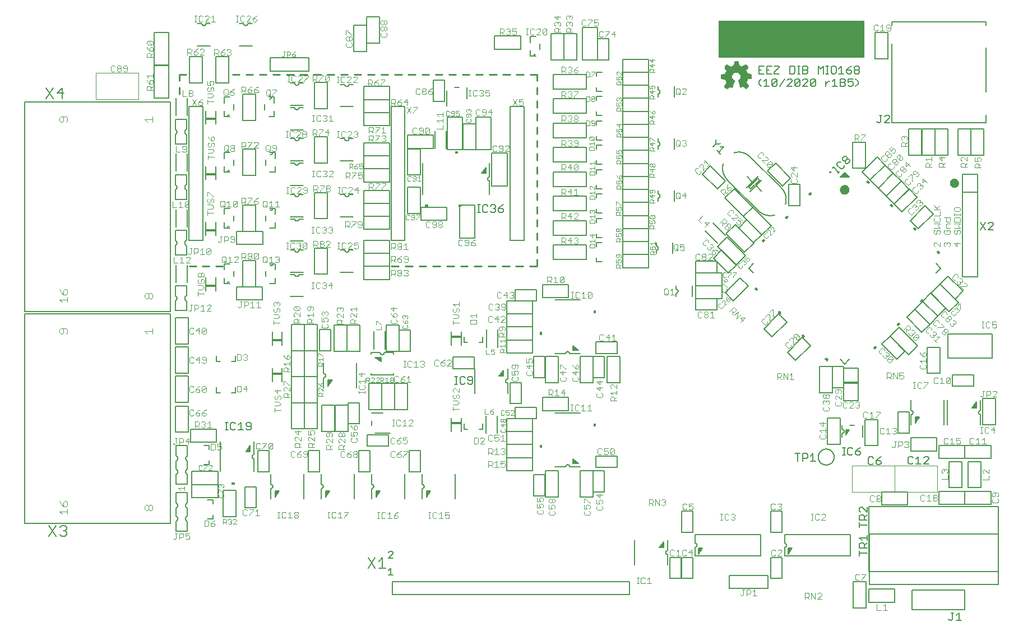
<source format=gto>
G75*
%MOIN*%
%OFA0B0*%
%FSLAX25Y25*%
%IPPOS*%
%LPD*%
%AMOC8*
5,1,8,0,0,1.08239X$1,22.5*
%
%ADD10C,0.00500*%
%ADD11R,0.87000X0.22250*%
%ADD12R,0.01485X0.00015*%
%ADD13R,0.00045X0.00015*%
%ADD14R,0.00105X0.00015*%
%ADD15R,0.00165X0.00015*%
%ADD16R,0.00225X0.00015*%
%ADD17R,0.00285X0.00015*%
%ADD18R,0.00345X0.00015*%
%ADD19R,0.00405X0.00015*%
%ADD20R,0.00435X0.00015*%
%ADD21R,0.00465X0.00015*%
%ADD22R,0.00495X0.00015*%
%ADD23R,0.00540X0.00015*%
%ADD24R,0.00585X0.00015*%
%ADD25R,0.00645X0.00015*%
%ADD26R,0.00150X0.00015*%
%ADD27R,0.00675X0.00015*%
%ADD28R,0.00195X0.00015*%
%ADD29R,0.00705X0.00015*%
%ADD30R,0.00240X0.00015*%
%ADD31R,0.00735X0.00015*%
%ADD32R,0.00270X0.00015*%
%ADD33R,0.00765X0.00015*%
%ADD34R,0.00300X0.00015*%
%ADD35R,0.00810X0.00015*%
%ADD36R,0.00360X0.00015*%
%ADD37R,0.00855X0.00015*%
%ADD38R,0.00435X0.00015*%
%ADD39R,0.00915X0.00015*%
%ADD40R,0.00465X0.00015*%
%ADD41R,0.00945X0.00015*%
%ADD42R,0.00960X0.00015*%
%ADD43R,0.00525X0.00015*%
%ADD44R,0.00990X0.00015*%
%ADD45R,0.00555X0.00015*%
%ADD46R,0.01035X0.00015*%
%ADD47R,0.00600X0.00015*%
%ADD48R,0.01080X0.00015*%
%ADD49R,0.01125X0.00015*%
%ADD50R,0.01170X0.00015*%
%ADD51R,0.00720X0.00015*%
%ADD52R,0.01200X0.00015*%
%ADD53R,0.00750X0.00015*%
%ADD54R,0.01230X0.00015*%
%ADD55R,0.00780X0.00015*%
%ADD56R,0.01260X0.00015*%
%ADD57R,0.00810X0.00015*%
%ADD58R,0.01305X0.00015*%
%ADD59R,0.01365X0.00015*%
%ADD60R,0.00900X0.00015*%
%ADD61R,0.01395X0.00015*%
%ADD62R,0.01440X0.00015*%
%ADD63R,0.01470X0.00015*%
%ADD64R,0.01005X0.00015*%
%ADD65R,0.01500X0.00015*%
%ADD66R,0.01020X0.00015*%
%ADD67R,0.01530X0.00015*%
%ADD68R,0.01065X0.00015*%
%ADD69R,0.01575X0.00015*%
%ADD70R,0.01095X0.00015*%
%ADD71R,0.01635X0.00015*%
%ADD72R,0.01155X0.00015*%
%ADD73R,0.01680X0.00015*%
%ADD74R,0.01200X0.00015*%
%ADD75R,0.01710X0.00015*%
%ADD76R,0.01230X0.00015*%
%ADD77R,0.01725X0.00015*%
%ADD78R,0.01245X0.00015*%
%ADD79R,0.01755X0.00015*%
%ADD80R,0.01275X0.00015*%
%ADD81R,0.01800X0.00015*%
%ADD82R,0.01320X0.00015*%
%ADD83R,0.01860X0.00015*%
%ADD84R,0.01905X0.00015*%
%ADD85R,0.01410X0.00015*%
%ADD86R,0.01935X0.00015*%
%ADD87R,0.01455X0.00015*%
%ADD88R,0.01965X0.00015*%
%ADD89R,0.01485X0.00015*%
%ADD90R,0.01995X0.00015*%
%ADD91R,0.01515X0.00015*%
%ADD92R,0.02040X0.00015*%
%ADD93R,0.01530X0.00015*%
%ADD94R,0.02070X0.00015*%
%ADD95R,0.01575X0.00015*%
%ADD96R,0.02115X0.00015*%
%ADD97R,0.01620X0.00015*%
%ADD98R,0.02160X0.00015*%
%ADD99R,0.01665X0.00015*%
%ADD100R,0.02190X0.00015*%
%ADD101R,0.00075X0.00015*%
%ADD102R,0.01695X0.00015*%
%ADD103R,0.02220X0.00015*%
%ADD104R,0.00105X0.00015*%
%ADD105R,0.02235X0.00015*%
%ADD106R,0.00135X0.00015*%
%ADD107R,0.01755X0.00015*%
%ADD108R,0.02280X0.00015*%
%ADD109R,0.00180X0.00015*%
%ADD110R,0.01785X0.00015*%
%ADD111R,0.02340X0.00015*%
%ADD112R,0.00240X0.00015*%
%ADD113R,0.01830X0.00015*%
%ADD114R,0.02385X0.00015*%
%ADD115R,0.01890X0.00015*%
%ADD116R,0.02415X0.00015*%
%ADD117R,0.00330X0.00015*%
%ADD118R,0.00120X0.00015*%
%ADD119R,0.01920X0.00015*%
%ADD120R,0.02430X0.00015*%
%ADD121R,0.00375X0.00015*%
%ADD122R,0.02460X0.00015*%
%ADD123R,0.00405X0.00015*%
%ADD124R,0.00195X0.00015*%
%ADD125R,0.01965X0.00015*%
%ADD126R,0.02505X0.00015*%
%ADD127R,0.00210X0.00015*%
%ADD128R,0.02010X0.00015*%
%ADD129R,0.02535X0.00015*%
%ADD130R,0.00480X0.00015*%
%ADD131R,0.02580X0.00015*%
%ADD132R,0.00540X0.00015*%
%ADD133R,0.02085X0.00015*%
%ADD134R,0.02625X0.00015*%
%ADD135R,0.02130X0.00015*%
%ADD136R,0.02670X0.00015*%
%ADD137R,0.00630X0.00015*%
%ADD138R,0.02700X0.00015*%
%ADD139R,0.00660X0.00015*%
%ADD140R,0.00450X0.00015*%
%ADD141R,0.02190X0.00015*%
%ADD142R,0.02715X0.00015*%
%ADD143R,0.02205X0.00015*%
%ADD144R,0.02745X0.00015*%
%ADD145R,0.00510X0.00015*%
%ADD146R,0.02235X0.00015*%
%ADD147R,0.02775X0.00015*%
%ADD148R,0.02820X0.00015*%
%ADD149R,0.02310X0.00015*%
%ADD150R,0.02880X0.00015*%
%ADD151R,0.00855X0.00015*%
%ADD152R,0.02355X0.00015*%
%ADD153R,0.02895X0.00015*%
%ADD154R,0.00870X0.00015*%
%ADD155R,0.00660X0.00015*%
%ADD156R,0.02925X0.00015*%
%ADD157R,0.00690X0.00015*%
%ADD158R,0.02970X0.00015*%
%ADD159R,0.03000X0.00015*%
%ADD160R,0.00750X0.00015*%
%ADD161R,0.03045X0.00015*%
%ADD162R,0.01005X0.00015*%
%ADD163R,0.00780X0.00015*%
%ADD164R,0.02505X0.00015*%
%ADD165R,0.03090X0.00015*%
%ADD166R,0.01050X0.00015*%
%ADD167R,0.00825X0.00015*%
%ADD168R,0.02550X0.00015*%
%ADD169R,0.03135X0.00015*%
%ADD170R,0.01095X0.00015*%
%ADD171R,0.00870X0.00015*%
%ADD172R,0.03165X0.00015*%
%ADD173R,0.01125X0.00015*%
%ADD174R,0.02625X0.00015*%
%ADD175R,0.03195X0.00015*%
%ADD176R,0.01140X0.00015*%
%ADD177R,0.00930X0.00015*%
%ADD178R,0.02655X0.00015*%
%ADD179R,0.03210X0.00015*%
%ADD180R,0.00960X0.00015*%
%ADD181R,0.03240X0.00015*%
%ADD182R,0.02700X0.00015*%
%ADD183R,0.03285X0.00015*%
%ADD184R,0.01245X0.00015*%
%ADD185R,0.02745X0.00015*%
%ADD186R,0.03330X0.00015*%
%ADD187R,0.02790X0.00015*%
%ADD188R,0.03360X0.00015*%
%ADD189R,0.01110X0.00015*%
%ADD190R,0.02835X0.00015*%
%ADD191R,0.03390X0.00015*%
%ADD192R,0.01335X0.00015*%
%ADD193R,0.01140X0.00015*%
%ADD194R,0.02865X0.00015*%
%ADD195R,0.03420X0.00015*%
%ADD196R,0.01155X0.00015*%
%ADD197R,0.04905X0.00015*%
%ADD198R,0.04920X0.00015*%
%ADD199R,0.02940X0.00015*%
%ADD200R,0.04950X0.00015*%
%ADD201R,0.02985X0.00015*%
%ADD202R,0.04965X0.00015*%
%ADD203R,0.01275X0.00015*%
%ADD204R,0.03015X0.00015*%
%ADD205R,0.04980X0.00015*%
%ADD206R,0.03045X0.00015*%
%ADD207R,0.05010X0.00015*%
%ADD208R,0.01335X0.00015*%
%ADD209R,0.03075X0.00015*%
%ADD210R,0.01350X0.00015*%
%ADD211R,0.03105X0.00015*%
%ADD212R,0.05040X0.00015*%
%ADD213R,0.01380X0.00015*%
%ADD214R,0.05040X0.00015*%
%ADD215R,0.01410X0.00015*%
%ADD216R,0.03180X0.00015*%
%ADD217R,0.05070X0.00015*%
%ADD218R,0.03225X0.00015*%
%ADD219R,0.03255X0.00015*%
%ADD220R,0.05085X0.00015*%
%ADD221R,0.01515X0.00015*%
%ADD222R,0.03300X0.00015*%
%ADD223R,0.05100X0.00015*%
%ADD224R,0.04935X0.00015*%
%ADD225R,0.05115X0.00015*%
%ADD226R,0.04995X0.00015*%
%ADD227R,0.05130X0.00015*%
%ADD228R,0.05010X0.00015*%
%ADD229R,0.05130X0.00015*%
%ADD230R,0.05010X0.00015*%
%ADD231R,0.05025X0.00015*%
%ADD232R,0.05040X0.00015*%
%ADD233R,0.05055X0.00015*%
%ADD234R,0.05130X0.00015*%
%ADD235R,0.05085X0.00015*%
%ADD236R,0.05115X0.00015*%
%ADD237R,0.05145X0.00015*%
%ADD238R,0.05160X0.00015*%
%ADD239R,0.05130X0.00015*%
%ADD240R,0.05190X0.00015*%
%ADD241R,0.05190X0.00015*%
%ADD242R,0.05205X0.00015*%
%ADD243R,0.05220X0.00015*%
%ADD244R,0.05070X0.00015*%
%ADD245R,0.05085X0.00015*%
%ADD246R,0.05205X0.00015*%
%ADD247R,0.05220X0.00015*%
%ADD248R,0.05055X0.00015*%
%ADD249R,0.05025X0.00015*%
%ADD250R,0.05205X0.00015*%
%ADD251R,0.05025X0.00015*%
%ADD252R,0.05190X0.00015*%
%ADD253R,0.05190X0.00015*%
%ADD254R,0.04995X0.00015*%
%ADD255R,0.05175X0.00015*%
%ADD256R,0.04950X0.00015*%
%ADD257R,0.05145X0.00015*%
%ADD258R,0.05145X0.00015*%
%ADD259R,0.04920X0.00015*%
%ADD260R,0.04905X0.00015*%
%ADD261R,0.04905X0.00015*%
%ADD262R,0.05115X0.00015*%
%ADD263R,0.04890X0.00015*%
%ADD264R,0.04890X0.00015*%
%ADD265R,0.04875X0.00015*%
%ADD266R,0.04845X0.00015*%
%ADD267R,0.04830X0.00015*%
%ADD268R,0.04830X0.00015*%
%ADD269R,0.05070X0.00015*%
%ADD270R,0.04830X0.00015*%
%ADD271R,0.04815X0.00015*%
%ADD272R,0.04800X0.00015*%
%ADD273R,0.04800X0.00015*%
%ADD274R,0.05010X0.00015*%
%ADD275R,0.04785X0.00015*%
%ADD276R,0.04770X0.00015*%
%ADD277R,0.04770X0.00015*%
%ADD278R,0.04755X0.00015*%
%ADD279R,0.04740X0.00015*%
%ADD280R,0.04725X0.00015*%
%ADD281R,0.04725X0.00015*%
%ADD282R,0.04980X0.00015*%
%ADD283R,0.04710X0.00015*%
%ADD284R,0.04725X0.00015*%
%ADD285R,0.04710X0.00015*%
%ADD286R,0.04695X0.00015*%
%ADD287R,0.04680X0.00015*%
%ADD288R,0.04695X0.00015*%
%ADD289R,0.04680X0.00015*%
%ADD290R,0.04905X0.00015*%
%ADD291R,0.04665X0.00015*%
%ADD292R,0.04650X0.00015*%
%ADD293R,0.04635X0.00015*%
%ADD294R,0.04620X0.00015*%
%ADD295R,0.04620X0.00015*%
%ADD296R,0.04890X0.00015*%
%ADD297R,0.04605X0.00015*%
%ADD298R,0.04605X0.00015*%
%ADD299R,0.04590X0.00015*%
%ADD300R,0.04845X0.00015*%
%ADD301R,0.04575X0.00015*%
%ADD302R,0.04590X0.00015*%
%ADD303R,0.04575X0.00015*%
%ADD304R,0.04845X0.00015*%
%ADD305R,0.04560X0.00015*%
%ADD306R,0.04545X0.00015*%
%ADD307R,0.04530X0.00015*%
%ADD308R,0.04515X0.00015*%
%ADD309R,0.04530X0.00015*%
%ADD310R,0.04500X0.00015*%
%ADD311R,0.04515X0.00015*%
%ADD312R,0.04785X0.00015*%
%ADD313R,0.04485X0.00015*%
%ADD314R,0.04755X0.00015*%
%ADD315R,0.04470X0.00015*%
%ADD316R,0.04740X0.00015*%
%ADD317R,0.04485X0.00015*%
%ADD318R,0.04755X0.00015*%
%ADD319R,0.04545X0.00015*%
%ADD320R,0.04695X0.00015*%
%ADD321R,0.04680X0.00015*%
%ADD322R,0.04665X0.00015*%
%ADD323R,0.04725X0.00015*%
%ADD324R,0.04680X0.00015*%
%ADD325R,0.04860X0.00015*%
%ADD326R,0.04740X0.00015*%
%ADD327R,0.04875X0.00015*%
%ADD328R,0.04965X0.00015*%
%ADD329R,0.04860X0.00015*%
%ADD330R,0.04995X0.00015*%
%ADD331R,0.04875X0.00015*%
%ADD332R,0.04980X0.00015*%
%ADD333R,0.05235X0.00015*%
%ADD334R,0.05235X0.00015*%
%ADD335R,0.05250X0.00015*%
%ADD336R,0.05280X0.00015*%
%ADD337R,0.05295X0.00015*%
%ADD338R,0.05325X0.00015*%
%ADD339R,0.05340X0.00015*%
%ADD340R,0.05235X0.00015*%
%ADD341R,0.05355X0.00015*%
%ADD342R,0.05370X0.00015*%
%ADD343R,0.05265X0.00015*%
%ADD344R,0.05370X0.00015*%
%ADD345R,0.05280X0.00015*%
%ADD346R,0.05385X0.00015*%
%ADD347R,0.05295X0.00015*%
%ADD348R,0.05400X0.00015*%
%ADD349R,0.05415X0.00015*%
%ADD350R,0.05310X0.00015*%
%ADD351R,0.05430X0.00015*%
%ADD352R,0.05445X0.00015*%
%ADD353R,0.05460X0.00015*%
%ADD354R,0.05355X0.00015*%
%ADD355R,0.05475X0.00015*%
%ADD356R,0.05505X0.00015*%
%ADD357R,0.05520X0.00015*%
%ADD358R,0.05535X0.00015*%
%ADD359R,0.05550X0.00015*%
%ADD360R,0.05550X0.00015*%
%ADD361R,0.05475X0.00015*%
%ADD362R,0.05490X0.00015*%
%ADD363R,0.05475X0.00015*%
%ADD364R,0.05385X0.00015*%
%ADD365R,0.05370X0.00015*%
%ADD366R,0.05325X0.00015*%
%ADD367R,0.05310X0.00015*%
%ADD368R,0.05265X0.00015*%
%ADD369R,0.05175X0.00015*%
%ADD370R,0.04980X0.00015*%
%ADD371R,0.04965X0.00015*%
%ADD372R,0.04860X0.00015*%
%ADD373R,0.04845X0.00015*%
%ADD374R,0.04815X0.00015*%
%ADD375R,0.04770X0.00015*%
%ADD376R,0.05295X0.00015*%
%ADD377R,0.04635X0.00015*%
%ADD378R,0.05610X0.00015*%
%ADD379R,0.05700X0.00015*%
%ADD380R,0.05760X0.00015*%
%ADD381R,0.05805X0.00015*%
%ADD382R,0.05850X0.00015*%
%ADD383R,0.05895X0.00015*%
%ADD384R,0.06000X0.00015*%
%ADD385R,0.06135X0.00015*%
%ADD386R,0.06225X0.00015*%
%ADD387R,0.06300X0.00015*%
%ADD388R,0.06330X0.00015*%
%ADD389R,0.06375X0.00015*%
%ADD390R,0.06450X0.00015*%
%ADD391R,0.06570X0.00015*%
%ADD392R,0.05565X0.00015*%
%ADD393R,0.06690X0.00015*%
%ADD394R,0.06735X0.00015*%
%ADD395R,0.05790X0.00015*%
%ADD396R,0.06765X0.00015*%
%ADD397R,0.05850X0.00015*%
%ADD398R,0.06780X0.00015*%
%ADD399R,0.05895X0.00015*%
%ADD400R,0.06795X0.00015*%
%ADD401R,0.05955X0.00015*%
%ADD402R,0.06810X0.00015*%
%ADD403R,0.06060X0.00015*%
%ADD404R,0.06195X0.00015*%
%ADD405R,0.06825X0.00015*%
%ADD406R,0.06330X0.00015*%
%ADD407R,0.06840X0.00015*%
%ADD408R,0.06390X0.00015*%
%ADD409R,0.06495X0.00015*%
%ADD410R,0.06840X0.00015*%
%ADD411R,0.06555X0.00015*%
%ADD412R,0.06825X0.00015*%
%ADD413R,0.06645X0.00015*%
%ADD414R,0.06825X0.00015*%
%ADD415R,0.06705X0.00015*%
%ADD416R,0.06705X0.00015*%
%ADD417R,0.06810X0.00015*%
%ADD418R,0.06720X0.00015*%
%ADD419R,0.06795X0.00015*%
%ADD420R,0.06750X0.00015*%
%ADD421R,0.06765X0.00015*%
%ADD422R,0.06795X0.00015*%
%ADD423R,0.06780X0.00015*%
%ADD424R,0.06780X0.00015*%
%ADD425R,0.06750X0.00015*%
%ADD426R,0.06720X0.00015*%
%ADD427R,0.06720X0.00015*%
%ADD428R,0.06705X0.00015*%
%ADD429R,0.06705X0.00015*%
%ADD430R,0.06690X0.00015*%
%ADD431R,0.06675X0.00015*%
%ADD432R,0.06690X0.00015*%
%ADD433R,0.06675X0.00015*%
%ADD434R,0.06675X0.00015*%
%ADD435R,0.06660X0.00015*%
%ADD436R,0.06675X0.00015*%
%ADD437R,0.06660X0.00015*%
%ADD438R,0.06660X0.00015*%
%ADD439R,0.06645X0.00015*%
%ADD440R,0.06630X0.00015*%
%ADD441R,0.06660X0.00015*%
%ADD442R,0.06630X0.00015*%
%ADD443R,0.06645X0.00015*%
%ADD444R,0.06735X0.00015*%
%ADD445R,0.06765X0.00015*%
%ADD446R,0.06780X0.00015*%
%ADD447R,0.06825X0.00015*%
%ADD448R,0.06855X0.00015*%
%ADD449R,0.06855X0.00015*%
%ADD450R,0.06870X0.00015*%
%ADD451R,0.06885X0.00015*%
%ADD452R,0.06525X0.00015*%
%ADD453R,0.06405X0.00015*%
%ADD454R,0.06255X0.00015*%
%ADD455R,0.06165X0.00015*%
%ADD456R,0.06870X0.00015*%
%ADD457R,0.06120X0.00015*%
%ADD458R,0.06885X0.00015*%
%ADD459R,0.06060X0.00015*%
%ADD460R,0.06015X0.00015*%
%ADD461R,0.05910X0.00015*%
%ADD462R,0.05670X0.00015*%
%ADD463R,0.05595X0.00015*%
%ADD464R,0.06585X0.00015*%
%ADD465R,0.05160X0.00015*%
%ADD466R,0.06390X0.00015*%
%ADD467R,0.05025X0.00015*%
%ADD468R,0.06330X0.00015*%
%ADD469R,0.06075X0.00015*%
%ADD470R,0.05820X0.00015*%
%ADD471R,0.05775X0.00015*%
%ADD472R,0.05685X0.00015*%
%ADD473R,0.05460X0.00015*%
%ADD474R,0.04860X0.00015*%
%ADD475R,0.04935X0.00015*%
%ADD476R,0.05160X0.00015*%
%ADD477R,0.05325X0.00015*%
%ADD478R,0.05340X0.00015*%
%ADD479R,0.05355X0.00015*%
%ADD480R,0.05430X0.00015*%
%ADD481R,0.05535X0.00015*%
%ADD482R,0.05595X0.00015*%
%ADD483R,0.05640X0.00015*%
%ADD484R,0.05640X0.00015*%
%ADD485R,0.05670X0.00015*%
%ADD486R,0.05685X0.00015*%
%ADD487R,0.05700X0.00015*%
%ADD488R,0.05715X0.00015*%
%ADD489R,0.05715X0.00015*%
%ADD490R,0.05730X0.00015*%
%ADD491R,0.05745X0.00015*%
%ADD492R,0.05760X0.00015*%
%ADD493R,0.06000X0.00015*%
%ADD494R,0.06105X0.00015*%
%ADD495R,0.06180X0.00015*%
%ADD496R,0.06210X0.00015*%
%ADD497R,0.12690X0.00015*%
%ADD498R,0.12675X0.00015*%
%ADD499R,0.12660X0.00015*%
%ADD500R,0.12660X0.00015*%
%ADD501R,0.12645X0.00015*%
%ADD502R,0.12615X0.00015*%
%ADD503R,0.12600X0.00015*%
%ADD504R,0.12585X0.00015*%
%ADD505R,0.12555X0.00015*%
%ADD506R,0.12540X0.00015*%
%ADD507R,0.12525X0.00015*%
%ADD508R,0.12510X0.00015*%
%ADD509R,0.12510X0.00015*%
%ADD510R,0.12480X0.00015*%
%ADD511R,0.12450X0.00015*%
%ADD512R,0.12435X0.00015*%
%ADD513R,0.12420X0.00015*%
%ADD514R,0.12390X0.00015*%
%ADD515R,0.12375X0.00015*%
%ADD516R,0.12360X0.00015*%
%ADD517R,0.12330X0.00015*%
%ADD518R,0.12300X0.00015*%
%ADD519R,0.12285X0.00015*%
%ADD520R,0.12270X0.00015*%
%ADD521R,0.12255X0.00015*%
%ADD522R,0.12240X0.00015*%
%ADD523R,0.12225X0.00015*%
%ADD524R,0.12195X0.00015*%
%ADD525R,0.12165X0.00015*%
%ADD526R,0.12150X0.00015*%
%ADD527R,0.12135X0.00015*%
%ADD528R,0.12120X0.00015*%
%ADD529R,0.12090X0.00015*%
%ADD530R,0.12075X0.00015*%
%ADD531R,0.12060X0.00015*%
%ADD532R,0.12045X0.00015*%
%ADD533R,0.12015X0.00015*%
%ADD534R,0.12000X0.00015*%
%ADD535R,0.11985X0.00015*%
%ADD536R,0.11955X0.00015*%
%ADD537R,0.11940X0.00015*%
%ADD538R,0.11925X0.00015*%
%ADD539R,0.11910X0.00015*%
%ADD540R,0.11910X0.00015*%
%ADD541R,0.11880X0.00015*%
%ADD542R,0.11850X0.00015*%
%ADD543R,0.11835X0.00015*%
%ADD544R,0.11805X0.00015*%
%ADD545R,0.11775X0.00015*%
%ADD546R,0.11760X0.00015*%
%ADD547R,0.11745X0.00015*%
%ADD548R,0.11730X0.00015*%
%ADD549R,0.11700X0.00015*%
%ADD550R,0.11700X0.00015*%
%ADD551R,0.11685X0.00015*%
%ADD552R,0.11655X0.00015*%
%ADD553R,0.11640X0.00015*%
%ADD554R,0.11625X0.00015*%
%ADD555R,0.11625X0.00015*%
%ADD556R,0.11670X0.00015*%
%ADD557R,0.11715X0.00015*%
%ADD558R,0.11790X0.00015*%
%ADD559R,0.11820X0.00015*%
%ADD560R,0.11820X0.00015*%
%ADD561R,0.11880X0.00015*%
%ADD562R,0.11895X0.00015*%
%ADD563R,0.11970X0.00015*%
%ADD564R,0.12045X0.00015*%
%ADD565R,0.12075X0.00015*%
%ADD566R,0.12105X0.00015*%
%ADD567R,0.12135X0.00015*%
%ADD568R,0.12165X0.00015*%
%ADD569R,0.12180X0.00015*%
%ADD570R,0.12195X0.00015*%
%ADD571R,0.12210X0.00015*%
%ADD572R,0.12225X0.00015*%
%ADD573R,0.12255X0.00015*%
%ADD574R,0.12360X0.00015*%
%ADD575R,0.12390X0.00015*%
%ADD576R,0.12405X0.00015*%
%ADD577R,0.12435X0.00015*%
%ADD578R,0.12480X0.00015*%
%ADD579R,0.12480X0.00015*%
%ADD580R,0.12510X0.00015*%
%ADD581R,0.12570X0.00015*%
%ADD582R,0.12630X0.00015*%
%ADD583R,0.12675X0.00015*%
%ADD584R,0.12705X0.00015*%
%ADD585R,0.12735X0.00015*%
%ADD586R,0.12750X0.00015*%
%ADD587R,0.12780X0.00015*%
%ADD588R,0.12795X0.00015*%
%ADD589R,0.12810X0.00015*%
%ADD590R,0.12840X0.00015*%
%ADD591R,0.12855X0.00015*%
%ADD592R,0.12885X0.00015*%
%ADD593R,0.12900X0.00015*%
%ADD594R,0.12915X0.00015*%
%ADD595R,0.12945X0.00015*%
%ADD596R,0.12960X0.00015*%
%ADD597R,0.12990X0.00015*%
%ADD598R,0.13005X0.00015*%
%ADD599R,0.13020X0.00015*%
%ADD600R,0.13035X0.00015*%
%ADD601R,0.13065X0.00015*%
%ADD602R,0.13080X0.00015*%
%ADD603R,0.13110X0.00015*%
%ADD604R,0.13125X0.00015*%
%ADD605R,0.13155X0.00015*%
%ADD606R,0.13170X0.00015*%
%ADD607R,0.13200X0.00015*%
%ADD608R,0.13230X0.00015*%
%ADD609R,0.13260X0.00015*%
%ADD610R,0.13290X0.00015*%
%ADD611R,0.13320X0.00015*%
%ADD612R,0.13350X0.00015*%
%ADD613R,0.13365X0.00015*%
%ADD614R,0.13395X0.00015*%
%ADD615R,0.13425X0.00015*%
%ADD616R,0.13455X0.00015*%
%ADD617R,0.13470X0.00015*%
%ADD618R,0.13500X0.00015*%
%ADD619R,0.13530X0.00015*%
%ADD620R,0.13560X0.00015*%
%ADD621R,0.13575X0.00015*%
%ADD622R,0.13605X0.00015*%
%ADD623R,0.13635X0.00015*%
%ADD624R,0.13650X0.00015*%
%ADD625R,0.13680X0.00015*%
%ADD626R,0.13695X0.00015*%
%ADD627R,0.13725X0.00015*%
%ADD628R,0.13740X0.00015*%
%ADD629R,0.13770X0.00015*%
%ADD630R,0.13785X0.00015*%
%ADD631R,0.13800X0.00015*%
%ADD632R,0.13830X0.00015*%
%ADD633R,0.13860X0.00015*%
%ADD634R,0.13875X0.00015*%
%ADD635R,0.13905X0.00015*%
%ADD636R,0.13935X0.00015*%
%ADD637R,0.13950X0.00015*%
%ADD638R,0.13980X0.00015*%
%ADD639R,0.14010X0.00015*%
%ADD640R,0.14025X0.00015*%
%ADD641R,0.14055X0.00015*%
%ADD642R,0.14070X0.00015*%
%ADD643R,0.14085X0.00015*%
%ADD644R,0.14115X0.00015*%
%ADD645R,0.14145X0.00015*%
%ADD646R,0.14160X0.00015*%
%ADD647R,0.14190X0.00015*%
%ADD648R,0.14205X0.00015*%
%ADD649R,0.14220X0.00015*%
%ADD650R,0.14235X0.00015*%
%ADD651R,0.14265X0.00015*%
%ADD652R,0.14280X0.00015*%
%ADD653R,0.14295X0.00015*%
%ADD654R,0.14295X0.00015*%
%ADD655R,0.14250X0.00015*%
%ADD656R,0.14205X0.00015*%
%ADD657R,0.14175X0.00015*%
%ADD658R,0.14160X0.00015*%
%ADD659R,0.14130X0.00015*%
%ADD660R,0.14100X0.00015*%
%ADD661R,0.14040X0.00015*%
%ADD662R,0.14010X0.00015*%
%ADD663R,0.03465X0.00015*%
%ADD664R,0.10440X0.00015*%
%ADD665R,0.03420X0.00015*%
%ADD666R,0.10395X0.00015*%
%ADD667R,0.03375X0.00015*%
%ADD668R,0.10335X0.00015*%
%ADD669R,0.03570X0.00015*%
%ADD670R,0.06600X0.00015*%
%ADD671R,0.03525X0.00015*%
%ADD672R,0.03270X0.00015*%
%ADD673R,0.03495X0.00015*%
%ADD674R,0.03210X0.00015*%
%ADD675R,0.06480X0.00015*%
%ADD676R,0.03435X0.00015*%
%ADD677R,0.03165X0.00015*%
%ADD678R,0.03390X0.00015*%
%ADD679R,0.03120X0.00015*%
%ADD680R,0.06315X0.00015*%
%ADD681R,0.03345X0.00015*%
%ADD682R,0.03090X0.00015*%
%ADD683R,0.03075X0.00015*%
%ADD684R,0.06225X0.00015*%
%ADD685R,0.03270X0.00015*%
%ADD686R,0.06180X0.00015*%
%ADD687R,0.02970X0.00015*%
%ADD688R,0.06075X0.00015*%
%ADD689R,0.03195X0.00015*%
%ADD690R,0.02925X0.00015*%
%ADD691R,0.05985X0.00015*%
%ADD692R,0.03135X0.00015*%
%ADD693R,0.02850X0.00015*%
%ADD694R,0.05835X0.00015*%
%ADD695R,0.03030X0.00015*%
%ADD696R,0.02805X0.00015*%
%ADD697R,0.02730X0.00015*%
%ADD698R,0.05625X0.00015*%
%ADD699R,0.02925X0.00015*%
%ADD700R,0.02640X0.00015*%
%ADD701R,0.02595X0.00015*%
%ADD702R,0.02565X0.00015*%
%ADD703R,0.02760X0.00015*%
%ADD704R,0.02520X0.00015*%
%ADD705R,0.02730X0.00015*%
%ADD706R,0.02475X0.00015*%
%ADD707R,0.02685X0.00015*%
%ADD708R,0.02445X0.00015*%
%ADD709R,0.02400X0.00015*%
%ADD710R,0.02370X0.00015*%
%ADD711R,0.02565X0.00015*%
%ADD712R,0.02340X0.00015*%
%ADD713R,0.02325X0.00015*%
%ADD714R,0.02505X0.00015*%
%ADD715R,0.02280X0.00015*%
%ADD716R,0.02460X0.00015*%
%ADD717R,0.04560X0.00015*%
%ADD718R,0.02190X0.00015*%
%ADD719R,0.04440X0.00015*%
%ADD720R,0.02370X0.00015*%
%ADD721R,0.02145X0.00015*%
%ADD722R,0.04365X0.00015*%
%ADD723R,0.04320X0.00015*%
%ADD724R,0.02310X0.00015*%
%ADD725R,0.02100X0.00015*%
%ADD726R,0.04260X0.00015*%
%ADD727R,0.04200X0.00015*%
%ADD728R,0.02265X0.00015*%
%ADD729R,0.02040X0.00015*%
%ADD730R,0.04095X0.00015*%
%ADD731R,0.02220X0.00015*%
%ADD732R,0.03915X0.00015*%
%ADD733R,0.02175X0.00015*%
%ADD734R,0.03765X0.00015*%
%ADD735R,0.03675X0.00015*%
%ADD736R,0.01890X0.00015*%
%ADD737R,0.03615X0.00015*%
%ADD738R,0.02055X0.00015*%
%ADD739R,0.01860X0.00015*%
%ADD740R,0.03555X0.00015*%
%ADD741R,0.01815X0.00015*%
%ADD742R,0.03450X0.00015*%
%ADD743R,0.01725X0.00015*%
%ADD744R,0.03315X0.00015*%
%ADD745R,0.01905X0.00015*%
%ADD746R,0.01680X0.00015*%
%ADD747R,0.01650X0.00015*%
%ADD748R,0.01620X0.00015*%
%ADD749R,0.01590X0.00015*%
%ADD750R,0.01770X0.00015*%
%ADD751R,0.01560X0.00015*%
%ADD752R,0.03240X0.00015*%
%ADD753R,0.01740X0.00015*%
%ADD754R,0.01665X0.00015*%
%ADD755R,0.01455X0.00015*%
%ADD756R,0.01635X0.00015*%
%ADD757R,0.01410X0.00015*%
%ADD758R,0.01395X0.00015*%
%ADD759R,0.01365X0.00015*%
%ADD760R,0.01335X0.00015*%
%ADD761R,0.01290X0.00015*%
%ADD762R,0.03210X0.00015*%
%ADD763R,0.01455X0.00015*%
%ADD764R,0.01185X0.00015*%
%ADD765R,0.01290X0.00015*%
%ADD766R,0.01110X0.00015*%
%ADD767R,0.01260X0.00015*%
%ADD768R,0.03180X0.00015*%
%ADD769R,0.00975X0.00015*%
%ADD770R,0.03150X0.00015*%
%ADD771R,0.00885X0.00015*%
%ADD772R,0.03150X0.00015*%
%ADD773R,0.01050X0.00015*%
%ADD774R,0.00795X0.00015*%
%ADD775R,0.00885X0.00015*%
%ADD776R,0.00690X0.00015*%
%ADD777R,0.00840X0.00015*%
%ADD778R,0.00570X0.00015*%
%ADD779R,0.00525X0.00015*%
%ADD780R,0.03105X0.00015*%
%ADD781R,0.00660X0.00015*%
%ADD782R,0.00615X0.00015*%
%ADD783R,0.00420X0.00015*%
%ADD784R,0.00555X0.00015*%
%ADD785R,0.00390X0.00015*%
%ADD786R,0.00525X0.00015*%
%ADD787R,0.00360X0.00015*%
%ADD788R,0.00495X0.00015*%
%ADD789R,0.03075X0.00015*%
%ADD790R,0.00450X0.00015*%
%ADD791R,0.00225X0.00015*%
%ADD792R,0.00345X0.00015*%
%ADD793R,0.00255X0.00015*%
%ADD794R,0.03060X0.00015*%
%ADD795R,0.00180X0.00015*%
%ADD796R,0.00075X0.00015*%
%ADD797R,0.03000X0.00015*%
%ADD798R,0.02955X0.00015*%
%ADD799R,0.02940X0.00015*%
%ADD800R,0.02940X0.00015*%
%ADD801R,0.02910X0.00015*%
%ADD802R,0.02910X0.00015*%
%ADD803R,0.02865X0.00015*%
%ADD804R,0.02805X0.00015*%
%ADD805R,0.02775X0.00015*%
%ADD806R,0.02760X0.00015*%
%ADD807R,0.02655X0.00015*%
%ADD808R,0.02640X0.00015*%
%ADD809R,0.02610X0.00015*%
%ADD810R,0.02595X0.00015*%
%ADD811R,0.02535X0.00015*%
%ADD812R,0.02475X0.00015*%
%ADD813R,0.02175X0.00015*%
%ADD814R,0.01575X0.00015*%
%ADD815C,0.00400*%
%ADD816C,0.02600*%
%ADD817C,0.01000*%
%ADD818C,0.00800*%
%ADD819C,0.00700*%
%ADD820C,0.00600*%
%ADD821C,0.00300*%
%ADD822R,0.05512X0.01756*%
%ADD823C,0.00100*%
%ADD824C,0.00200*%
%ADD825R,0.09000X0.01750*%
%ADD826R,0.09000X0.00600*%
D10*
X0203318Y0137502D02*
X0211058Y0137502D01*
X0211058Y0153037D01*
X0203318Y0153037D01*
X0203318Y0137502D01*
X0216318Y0142720D02*
X0223058Y0142720D01*
X0223058Y0155319D01*
X0216318Y0155319D01*
X0216318Y0142720D01*
X0200205Y0148900D02*
X0200205Y0156640D01*
X0184670Y0156640D01*
X0184670Y0148900D01*
X0200205Y0148900D01*
X0200205Y0156650D02*
X0200205Y0164390D01*
X0184670Y0164390D01*
X0184670Y0156650D01*
X0200205Y0156650D01*
X0224068Y0164220D02*
X0224068Y0176819D01*
X0230808Y0176819D01*
X0230808Y0164220D01*
X0224068Y0164220D01*
X0254068Y0164220D02*
X0254068Y0176819D01*
X0260808Y0176819D01*
X0260808Y0164220D01*
X0254068Y0164220D01*
X0284068Y0164220D02*
X0284068Y0176819D01*
X0290808Y0176819D01*
X0290808Y0164220D01*
X0284068Y0164220D01*
X0288888Y0179400D02*
X0288888Y0186140D01*
X0301487Y0186140D01*
X0301487Y0179400D01*
X0288888Y0179400D01*
X0277558Y0188252D02*
X0269818Y0188252D01*
X0269818Y0203787D01*
X0277558Y0203787D01*
X0277558Y0188252D01*
X0277568Y0192720D02*
X0277568Y0205319D01*
X0284308Y0205319D01*
X0284308Y0192720D01*
X0277568Y0192720D01*
X0269808Y0188252D02*
X0262068Y0188252D01*
X0262068Y0203787D01*
X0269808Y0203787D01*
X0269808Y0188252D01*
X0259308Y0189752D02*
X0251568Y0189752D01*
X0251568Y0205287D01*
X0259308Y0205287D01*
X0259308Y0189752D01*
X0251558Y0189752D02*
X0243818Y0189752D01*
X0243818Y0205287D01*
X0251558Y0205287D01*
X0251558Y0189752D01*
X0251558Y0205252D02*
X0243818Y0205252D01*
X0243818Y0220787D01*
X0251558Y0220787D01*
X0251558Y0205252D01*
X0251568Y0205252D02*
X0259308Y0205252D01*
X0259308Y0220787D01*
X0251568Y0220787D01*
X0251568Y0205252D01*
X0251558Y0220752D02*
X0243818Y0220752D01*
X0243818Y0236287D01*
X0251558Y0236287D01*
X0251558Y0220752D01*
X0251568Y0220752D02*
X0251568Y0236287D01*
X0259308Y0236287D01*
X0259308Y0220752D01*
X0251568Y0220752D01*
X0251558Y0236252D02*
X0243818Y0236252D01*
X0243818Y0251787D01*
X0251558Y0251787D01*
X0251558Y0236252D01*
X0251568Y0236252D02*
X0259308Y0236252D01*
X0259308Y0251787D01*
X0251568Y0251787D01*
X0251568Y0236252D01*
X0260568Y0236220D02*
X0267308Y0236220D01*
X0267308Y0248819D01*
X0260568Y0248819D01*
X0260568Y0236220D01*
X0269318Y0236002D02*
X0277058Y0236002D01*
X0277058Y0251537D01*
X0269318Y0251537D01*
X0269318Y0236002D01*
X0277068Y0236002D02*
X0284808Y0236002D01*
X0284808Y0251537D01*
X0277068Y0251537D01*
X0277068Y0236002D01*
X0292894Y0237327D02*
X0292894Y0247713D01*
X0299481Y0247713D02*
X0299481Y0237327D01*
X0300318Y0236002D02*
X0308058Y0236002D01*
X0308058Y0251537D01*
X0300318Y0251537D01*
X0300318Y0236002D01*
X0308068Y0235970D02*
X0314808Y0235970D01*
X0314808Y0248569D01*
X0308068Y0248569D01*
X0308068Y0235970D01*
X0305318Y0216787D02*
X0313058Y0216787D01*
X0313058Y0201252D01*
X0305318Y0201252D01*
X0305318Y0216787D01*
X0305308Y0216787D02*
X0297568Y0216787D01*
X0297568Y0201252D01*
X0305308Y0201252D01*
X0305308Y0216787D01*
X0297558Y0216787D02*
X0297558Y0201252D01*
X0289818Y0201252D01*
X0289818Y0216787D01*
X0297558Y0216787D01*
X0339888Y0225650D02*
X0339888Y0232390D01*
X0352487Y0232390D01*
X0352487Y0225650D01*
X0339888Y0225650D01*
X0341088Y0220774D02*
X0342589Y0220774D01*
X0341838Y0220774D02*
X0341838Y0216270D01*
X0341088Y0216270D02*
X0342589Y0216270D01*
X0344157Y0217020D02*
X0344908Y0216270D01*
X0346409Y0216270D01*
X0347159Y0217020D01*
X0348761Y0217020D02*
X0349512Y0216270D01*
X0351013Y0216270D01*
X0351763Y0217020D01*
X0351763Y0220023D01*
X0351013Y0220774D01*
X0349512Y0220774D01*
X0348761Y0220023D01*
X0348761Y0219272D01*
X0349512Y0218522D01*
X0351763Y0218522D01*
X0347159Y0220023D02*
X0346409Y0220774D01*
X0344908Y0220774D01*
X0344157Y0220023D01*
X0344157Y0217020D01*
X0359644Y0197463D02*
X0359644Y0187077D01*
X0366231Y0187077D02*
X0366231Y0197463D01*
X0371920Y0195890D02*
X0371920Y0188150D01*
X0387455Y0188150D01*
X0387455Y0195890D01*
X0371920Y0195890D01*
X0377138Y0195900D02*
X0377138Y0202640D01*
X0389737Y0202640D01*
X0389737Y0195900D01*
X0377138Y0195900D01*
X0371920Y0188140D02*
X0371920Y0180400D01*
X0387455Y0180400D01*
X0387455Y0188140D01*
X0371920Y0188140D01*
X0371920Y0180390D02*
X0371920Y0172650D01*
X0387455Y0172650D01*
X0387455Y0180390D01*
X0371920Y0180390D01*
X0371920Y0172640D02*
X0371920Y0164900D01*
X0387455Y0164900D01*
X0387455Y0172640D01*
X0371920Y0172640D01*
X0388068Y0162569D02*
X0394808Y0162569D01*
X0394808Y0149970D01*
X0388068Y0149970D01*
X0388068Y0162569D01*
X0394818Y0164787D02*
X0402558Y0164787D01*
X0402558Y0149252D01*
X0394818Y0149252D01*
X0394818Y0164787D01*
X0415568Y0164787D02*
X0415568Y0149252D01*
X0423308Y0149252D01*
X0423308Y0164787D01*
X0415568Y0164787D01*
X0423318Y0164819D02*
X0430058Y0164819D01*
X0430058Y0152220D01*
X0423318Y0152220D01*
X0423318Y0164819D01*
X0424888Y0166900D02*
X0424888Y0173640D01*
X0437487Y0173640D01*
X0437487Y0166900D01*
X0424888Y0166900D01*
X0408705Y0200650D02*
X0393170Y0200650D01*
X0393170Y0208390D01*
X0408705Y0208390D01*
X0408705Y0200650D01*
X0402558Y0217252D02*
X0394818Y0217252D01*
X0394818Y0232787D01*
X0402558Y0232787D01*
X0402558Y0217252D01*
X0394808Y0220220D02*
X0388068Y0220220D01*
X0388068Y0232819D01*
X0394808Y0232819D01*
X0394808Y0220220D01*
X0380808Y0217319D02*
X0380808Y0204720D01*
X0374068Y0204720D01*
X0374068Y0217319D01*
X0380808Y0217319D01*
X0387455Y0234900D02*
X0371920Y0234900D01*
X0371920Y0242640D01*
X0387455Y0242640D01*
X0387455Y0234900D01*
X0387455Y0242650D02*
X0371920Y0242650D01*
X0371920Y0250390D01*
X0387455Y0250390D01*
X0387455Y0242650D01*
X0387455Y0250400D02*
X0371920Y0250400D01*
X0371920Y0258140D01*
X0387455Y0258140D01*
X0387455Y0250400D01*
X0387455Y0258150D02*
X0387455Y0265890D01*
X0371920Y0265890D01*
X0371920Y0258150D01*
X0387455Y0258150D01*
X0389737Y0265900D02*
X0377138Y0265900D01*
X0377138Y0272640D01*
X0389737Y0272640D01*
X0389737Y0265900D01*
X0393170Y0267900D02*
X0393170Y0275640D01*
X0408705Y0275640D01*
X0408705Y0267900D01*
X0393170Y0267900D01*
X0366481Y0248713D02*
X0366481Y0238327D01*
X0359894Y0238327D02*
X0359894Y0248713D01*
X0415568Y0232787D02*
X0415568Y0217252D01*
X0423308Y0217252D01*
X0423308Y0232787D01*
X0415568Y0232787D01*
X0423318Y0232819D02*
X0430058Y0232819D01*
X0430058Y0220220D01*
X0423318Y0220220D01*
X0423318Y0232819D01*
X0424888Y0234650D02*
X0424888Y0241390D01*
X0437487Y0241390D01*
X0437487Y0234650D01*
X0424888Y0234650D01*
X0431568Y0232787D02*
X0439308Y0232787D01*
X0439308Y0217252D01*
X0431568Y0217252D01*
X0431568Y0232787D01*
X0484388Y0260400D02*
X0484388Y0267140D01*
X0496987Y0267140D01*
X0496987Y0260400D01*
X0484388Y0260400D01*
X0484420Y0267150D02*
X0484420Y0274890D01*
X0499955Y0274890D01*
X0499955Y0267150D01*
X0484420Y0267150D01*
X0484420Y0274900D02*
X0484420Y0282640D01*
X0499955Y0282640D01*
X0499955Y0274900D01*
X0484420Y0274900D01*
X0484388Y0282650D02*
X0484388Y0289390D01*
X0496987Y0289390D01*
X0496987Y0282650D01*
X0484388Y0282650D01*
X0494850Y0291341D02*
X0499616Y0296107D01*
X0508525Y0287198D01*
X0503759Y0282432D01*
X0494850Y0291341D01*
X0497458Y0298276D02*
X0502932Y0303749D01*
X0513917Y0292764D01*
X0508444Y0287291D01*
X0497458Y0298276D01*
X0497281Y0300269D02*
X0489937Y0307613D01*
X0494594Y0312270D02*
X0501938Y0304926D01*
X0502458Y0305776D02*
X0507932Y0311249D01*
X0518917Y0300264D01*
X0513444Y0294791D01*
X0502458Y0305776D01*
X0509850Y0309341D02*
X0514616Y0314107D01*
X0523525Y0305198D01*
X0518759Y0300432D01*
X0509850Y0309341D01*
X0512708Y0316026D02*
X0518182Y0321499D01*
X0529167Y0310514D01*
X0523694Y0305041D01*
X0512708Y0316026D01*
X0512694Y0316041D02*
X0518167Y0321514D01*
X0507182Y0332499D01*
X0501708Y0327026D01*
X0512694Y0316041D01*
X0516790Y0330909D02*
X0520294Y0334413D01*
X0523728Y0337847D01*
X0522402Y0337635D02*
X0517143Y0332376D01*
X0516030Y0333490D01*
X0521288Y0338748D01*
X0522402Y0337635D01*
X0521501Y0340074D02*
X0518067Y0336640D01*
X0514563Y0333136D01*
X0518067Y0336640D02*
X0514987Y0339721D01*
X0520294Y0334413D02*
X0523374Y0331333D01*
X0527100Y0343091D02*
X0531866Y0347857D01*
X0540775Y0338948D01*
X0536009Y0334182D01*
X0527100Y0343091D01*
X0539568Y0335069D02*
X0546308Y0335069D01*
X0546308Y0322470D01*
X0539568Y0322470D01*
X0539568Y0335069D01*
X0565667Y0344897D02*
X0566728Y0345958D01*
X0566197Y0345428D02*
X0569382Y0342243D01*
X0568851Y0341712D02*
X0569913Y0342774D01*
X0570491Y0344413D02*
X0571552Y0344413D01*
X0572614Y0345475D01*
X0572614Y0346536D01*
X0573746Y0347669D02*
X0573216Y0348199D01*
X0573216Y0349261D01*
X0574277Y0350323D01*
X0575339Y0350323D01*
X0575869Y0349792D01*
X0575869Y0348730D01*
X0574808Y0347669D01*
X0573746Y0347669D01*
X0573216Y0349261D02*
X0572154Y0349261D01*
X0571623Y0349792D01*
X0571623Y0350853D01*
X0572685Y0351915D01*
X0573746Y0351915D01*
X0574277Y0351384D01*
X0574277Y0350323D01*
X0570491Y0348659D02*
X0569429Y0348659D01*
X0568368Y0347598D01*
X0568368Y0346536D01*
X0570491Y0344413D01*
X0577568Y0344752D02*
X0577568Y0360287D01*
X0585308Y0360287D01*
X0585308Y0344752D01*
X0577568Y0344752D01*
X0583350Y0342448D02*
X0588116Y0337682D01*
X0597025Y0346591D01*
X0592259Y0351357D01*
X0583350Y0342448D01*
X0588100Y0337698D02*
X0592866Y0332932D01*
X0601775Y0341841D01*
X0597009Y0346607D01*
X0588100Y0337698D01*
X0592850Y0332948D02*
X0597616Y0328182D01*
X0606525Y0337091D01*
X0601759Y0341857D01*
X0592850Y0332948D01*
X0597600Y0328198D02*
X0602366Y0323432D01*
X0611275Y0332341D01*
X0606509Y0337107D01*
X0597600Y0328198D01*
X0602350Y0323448D02*
X0607116Y0318682D01*
X0616025Y0327591D01*
X0611259Y0332357D01*
X0602350Y0323448D01*
X0611850Y0313448D02*
X0616616Y0308682D01*
X0625525Y0317591D01*
X0620759Y0322357D01*
X0611850Y0313448D01*
X0653688Y0312524D02*
X0656690Y0308020D01*
X0658292Y0308020D02*
X0661294Y0311022D01*
X0661294Y0311773D01*
X0660544Y0312524D01*
X0659042Y0312524D01*
X0658292Y0311773D01*
X0656690Y0312524D02*
X0653688Y0308020D01*
X0658292Y0308020D02*
X0661294Y0308020D01*
X0634466Y0280607D02*
X0629700Y0275841D01*
X0638609Y0266932D01*
X0643375Y0271698D01*
X0634466Y0280607D01*
X0629632Y0275849D02*
X0624158Y0270376D01*
X0635144Y0259391D01*
X0640617Y0264864D01*
X0629632Y0275849D01*
X0624116Y0270357D02*
X0619350Y0265591D01*
X0628259Y0256682D01*
X0633025Y0261448D01*
X0624116Y0270357D01*
X0619366Y0265607D02*
X0614600Y0260841D01*
X0623509Y0251932D01*
X0628275Y0256698D01*
X0619366Y0265607D01*
X0614616Y0260857D02*
X0609850Y0256091D01*
X0618759Y0247182D01*
X0623525Y0251948D01*
X0614616Y0260857D01*
X0605432Y0250249D02*
X0616417Y0239264D01*
X0610944Y0233791D01*
X0599958Y0244776D01*
X0605432Y0250249D01*
X0599866Y0244857D02*
X0595100Y0240091D01*
X0604009Y0231182D01*
X0608775Y0235948D01*
X0599866Y0244857D01*
X0622068Y0238287D02*
X0629808Y0238287D01*
X0629808Y0222752D01*
X0622068Y0222752D01*
X0622068Y0238287D01*
X0636888Y0221890D02*
X0649487Y0221890D01*
X0649487Y0215150D01*
X0636888Y0215150D01*
X0636888Y0221890D01*
X0654818Y0207787D02*
X0662558Y0207787D01*
X0662558Y0192252D01*
X0654818Y0192252D01*
X0654818Y0207787D01*
X0627705Y0184390D02*
X0627705Y0176650D01*
X0612170Y0176650D01*
X0612170Y0184390D01*
X0627705Y0184390D01*
X0628920Y0179890D02*
X0628920Y0172150D01*
X0644455Y0172150D01*
X0644455Y0179890D01*
X0628920Y0179890D01*
X0622147Y0173274D02*
X0620646Y0173274D01*
X0619896Y0172523D01*
X0622147Y0173274D02*
X0622898Y0172523D01*
X0622898Y0171772D01*
X0619896Y0168770D01*
X0622898Y0168770D01*
X0618294Y0168770D02*
X0615292Y0168770D01*
X0616793Y0168770D02*
X0616793Y0173274D01*
X0615292Y0171772D01*
X0613690Y0172523D02*
X0612940Y0173274D01*
X0611438Y0173274D01*
X0610688Y0172523D01*
X0610688Y0169520D01*
X0611438Y0168770D01*
X0612940Y0168770D01*
X0613690Y0169520D01*
X0594544Y0169270D02*
X0594544Y0170021D01*
X0593794Y0170772D01*
X0591542Y0170772D01*
X0591542Y0169270D01*
X0592292Y0168520D01*
X0593794Y0168520D01*
X0594544Y0169270D01*
X0591542Y0170772D02*
X0593043Y0172273D01*
X0594544Y0173024D01*
X0589940Y0172273D02*
X0589190Y0173024D01*
X0587688Y0173024D01*
X0586938Y0172273D01*
X0586938Y0169270D01*
X0587688Y0168520D01*
X0589190Y0168520D01*
X0589940Y0169270D01*
X0582413Y0174870D02*
X0582413Y0175621D01*
X0581663Y0176372D01*
X0579411Y0176372D01*
X0579411Y0174870D01*
X0580162Y0174120D01*
X0581663Y0174120D01*
X0582413Y0174870D01*
X0579411Y0176372D02*
X0580912Y0177873D01*
X0582413Y0178624D01*
X0584818Y0179752D02*
X0592558Y0179752D01*
X0592558Y0195287D01*
X0584818Y0195287D01*
X0584818Y0179752D01*
X0577809Y0177873D02*
X0577059Y0178624D01*
X0575558Y0178624D01*
X0574807Y0177873D01*
X0574807Y0174870D01*
X0575558Y0174120D01*
X0577059Y0174120D01*
X0577809Y0174870D01*
X0573239Y0174120D02*
X0571738Y0174120D01*
X0572488Y0174120D02*
X0572488Y0178624D01*
X0571738Y0178624D02*
X0573239Y0178624D01*
X0570308Y0180502D02*
X0562568Y0180502D01*
X0562568Y0196037D01*
X0570308Y0196037D01*
X0570308Y0180502D01*
X0557214Y0173020D02*
X0557216Y0173157D01*
X0557222Y0173295D01*
X0557232Y0173432D01*
X0557246Y0173568D01*
X0557264Y0173705D01*
X0557286Y0173840D01*
X0557312Y0173975D01*
X0557341Y0174109D01*
X0557375Y0174243D01*
X0557412Y0174375D01*
X0557454Y0174506D01*
X0557499Y0174636D01*
X0557548Y0174764D01*
X0557600Y0174891D01*
X0557657Y0175016D01*
X0557716Y0175140D01*
X0557780Y0175262D01*
X0557847Y0175382D01*
X0557917Y0175500D01*
X0557991Y0175616D01*
X0558068Y0175730D01*
X0558149Y0175841D01*
X0558232Y0175950D01*
X0558319Y0176057D01*
X0558409Y0176160D01*
X0558502Y0176262D01*
X0558598Y0176360D01*
X0558696Y0176456D01*
X0558798Y0176549D01*
X0558901Y0176639D01*
X0559008Y0176726D01*
X0559117Y0176809D01*
X0559228Y0176890D01*
X0559342Y0176967D01*
X0559458Y0177041D01*
X0559576Y0177111D01*
X0559696Y0177178D01*
X0559818Y0177242D01*
X0559942Y0177301D01*
X0560067Y0177358D01*
X0560194Y0177410D01*
X0560322Y0177459D01*
X0560452Y0177504D01*
X0560583Y0177546D01*
X0560715Y0177583D01*
X0560849Y0177617D01*
X0560983Y0177646D01*
X0561118Y0177672D01*
X0561253Y0177694D01*
X0561390Y0177712D01*
X0561526Y0177726D01*
X0561663Y0177736D01*
X0561801Y0177742D01*
X0561938Y0177744D01*
X0562075Y0177742D01*
X0562213Y0177736D01*
X0562350Y0177726D01*
X0562486Y0177712D01*
X0562623Y0177694D01*
X0562758Y0177672D01*
X0562893Y0177646D01*
X0563027Y0177617D01*
X0563161Y0177583D01*
X0563293Y0177546D01*
X0563424Y0177504D01*
X0563554Y0177459D01*
X0563682Y0177410D01*
X0563809Y0177358D01*
X0563934Y0177301D01*
X0564058Y0177242D01*
X0564180Y0177178D01*
X0564300Y0177111D01*
X0564418Y0177041D01*
X0564534Y0176967D01*
X0564648Y0176890D01*
X0564759Y0176809D01*
X0564868Y0176726D01*
X0564975Y0176639D01*
X0565078Y0176549D01*
X0565180Y0176456D01*
X0565278Y0176360D01*
X0565374Y0176262D01*
X0565467Y0176160D01*
X0565557Y0176057D01*
X0565644Y0175950D01*
X0565727Y0175841D01*
X0565808Y0175730D01*
X0565885Y0175616D01*
X0565959Y0175500D01*
X0566029Y0175382D01*
X0566096Y0175262D01*
X0566160Y0175140D01*
X0566219Y0175016D01*
X0566276Y0174891D01*
X0566328Y0174764D01*
X0566377Y0174636D01*
X0566422Y0174506D01*
X0566464Y0174375D01*
X0566501Y0174243D01*
X0566535Y0174109D01*
X0566564Y0173975D01*
X0566590Y0173840D01*
X0566612Y0173705D01*
X0566630Y0173568D01*
X0566644Y0173432D01*
X0566654Y0173295D01*
X0566660Y0173157D01*
X0566662Y0173020D01*
X0566660Y0172883D01*
X0566654Y0172745D01*
X0566644Y0172608D01*
X0566630Y0172472D01*
X0566612Y0172335D01*
X0566590Y0172200D01*
X0566564Y0172065D01*
X0566535Y0171931D01*
X0566501Y0171797D01*
X0566464Y0171665D01*
X0566422Y0171534D01*
X0566377Y0171404D01*
X0566328Y0171276D01*
X0566276Y0171149D01*
X0566219Y0171024D01*
X0566160Y0170900D01*
X0566096Y0170778D01*
X0566029Y0170658D01*
X0565959Y0170540D01*
X0565885Y0170424D01*
X0565808Y0170310D01*
X0565727Y0170199D01*
X0565644Y0170090D01*
X0565557Y0169983D01*
X0565467Y0169880D01*
X0565374Y0169778D01*
X0565278Y0169680D01*
X0565180Y0169584D01*
X0565078Y0169491D01*
X0564975Y0169401D01*
X0564868Y0169314D01*
X0564759Y0169231D01*
X0564648Y0169150D01*
X0564534Y0169073D01*
X0564418Y0168999D01*
X0564300Y0168929D01*
X0564180Y0168862D01*
X0564058Y0168798D01*
X0563934Y0168739D01*
X0563809Y0168682D01*
X0563682Y0168630D01*
X0563554Y0168581D01*
X0563424Y0168536D01*
X0563293Y0168494D01*
X0563161Y0168457D01*
X0563027Y0168423D01*
X0562893Y0168394D01*
X0562758Y0168368D01*
X0562623Y0168346D01*
X0562486Y0168328D01*
X0562350Y0168314D01*
X0562213Y0168304D01*
X0562075Y0168298D01*
X0561938Y0168296D01*
X0561801Y0168298D01*
X0561663Y0168304D01*
X0561526Y0168314D01*
X0561390Y0168328D01*
X0561253Y0168346D01*
X0561118Y0168368D01*
X0560983Y0168394D01*
X0560849Y0168423D01*
X0560715Y0168457D01*
X0560583Y0168494D01*
X0560452Y0168536D01*
X0560322Y0168581D01*
X0560194Y0168630D01*
X0560067Y0168682D01*
X0559942Y0168739D01*
X0559818Y0168798D01*
X0559696Y0168862D01*
X0559576Y0168929D01*
X0559458Y0168999D01*
X0559342Y0169073D01*
X0559228Y0169150D01*
X0559117Y0169231D01*
X0559008Y0169314D01*
X0558901Y0169401D01*
X0558798Y0169491D01*
X0558696Y0169584D01*
X0558598Y0169680D01*
X0558502Y0169778D01*
X0558409Y0169880D01*
X0558319Y0169983D01*
X0558232Y0170090D01*
X0558149Y0170199D01*
X0558068Y0170310D01*
X0557991Y0170424D01*
X0557917Y0170540D01*
X0557847Y0170658D01*
X0557780Y0170778D01*
X0557716Y0170900D01*
X0557657Y0171024D01*
X0557600Y0171149D01*
X0557548Y0171276D01*
X0557499Y0171404D01*
X0557454Y0171534D01*
X0557412Y0171665D01*
X0557375Y0171797D01*
X0557341Y0171931D01*
X0557312Y0172065D01*
X0557286Y0172200D01*
X0557264Y0172335D01*
X0557246Y0172472D01*
X0557232Y0172608D01*
X0557222Y0172745D01*
X0557216Y0172883D01*
X0557214Y0173020D01*
X0555586Y0170520D02*
X0552584Y0170520D01*
X0554085Y0170520D02*
X0554085Y0175024D01*
X0552584Y0173522D01*
X0550982Y0172772D02*
X0550232Y0172021D01*
X0547980Y0172021D01*
X0547980Y0170520D02*
X0547980Y0175024D01*
X0550232Y0175024D01*
X0550982Y0174273D01*
X0550982Y0172772D01*
X0546378Y0175024D02*
X0543376Y0175024D01*
X0544877Y0175024D02*
X0544877Y0170520D01*
X0535558Y0140819D02*
X0528818Y0140819D01*
X0528818Y0128220D01*
X0535558Y0128220D01*
X0535558Y0140819D01*
X0535558Y0113319D02*
X0528818Y0113319D01*
X0528818Y0100720D01*
X0535558Y0100720D01*
X0535558Y0113319D01*
X0527446Y0102640D02*
X0527446Y0094900D01*
X0504430Y0094900D01*
X0504430Y0102640D01*
X0527446Y0102640D01*
X0482558Y0100720D02*
X0475818Y0100720D01*
X0475818Y0113319D01*
X0482558Y0113319D01*
X0482558Y0100720D01*
X0475808Y0100720D02*
X0469068Y0100720D01*
X0469068Y0113319D01*
X0475808Y0113319D01*
X0475808Y0100720D01*
X0475818Y0128220D02*
X0475818Y0140819D01*
X0482558Y0140819D01*
X0482558Y0128220D01*
X0475818Y0128220D01*
X0577818Y0098787D02*
X0577818Y0083252D01*
X0585558Y0083252D01*
X0585558Y0098787D01*
X0577818Y0098787D01*
X0587489Y0097163D02*
X0587489Y0127085D01*
X0664260Y0127085D01*
X0664260Y0097163D01*
X0587489Y0097163D01*
X0587170Y0094390D02*
X0587170Y0086650D01*
X0602705Y0086650D01*
X0602705Y0094390D01*
X0587170Y0094390D01*
X0587473Y0104785D02*
X0587473Y0143368D01*
X0664442Y0143368D01*
X0664442Y0104785D01*
X0587473Y0104785D01*
X0581684Y0114270D02*
X0581684Y0117272D01*
X0581684Y0115771D02*
X0586188Y0115771D01*
X0586188Y0118874D02*
X0581684Y0118874D01*
X0581684Y0121126D01*
X0582434Y0121876D01*
X0583936Y0121876D01*
X0584686Y0121126D01*
X0584686Y0118874D01*
X0584686Y0120375D02*
X0586188Y0121876D01*
X0586188Y0123478D02*
X0586188Y0126480D01*
X0586188Y0124979D02*
X0581684Y0124979D01*
X0583185Y0123478D01*
X0581684Y0131020D02*
X0581684Y0134022D01*
X0581684Y0132521D02*
X0586188Y0132521D01*
X0586188Y0135624D02*
X0581684Y0135624D01*
X0581684Y0137876D01*
X0582434Y0138626D01*
X0583936Y0138626D01*
X0584686Y0137876D01*
X0584686Y0135624D01*
X0584686Y0137125D02*
X0586188Y0138626D01*
X0586188Y0140228D02*
X0583185Y0143230D01*
X0582434Y0143230D01*
X0581684Y0142479D01*
X0581684Y0140978D01*
X0582434Y0140228D01*
X0586188Y0140228D02*
X0586188Y0143230D01*
X0594920Y0144400D02*
X0594920Y0152140D01*
X0610455Y0152140D01*
X0610455Y0144400D01*
X0594920Y0144400D01*
X0628920Y0144900D02*
X0628920Y0152640D01*
X0644455Y0152640D01*
X0644455Y0144900D01*
X0628920Y0144900D01*
X0635068Y0154752D02*
X0642808Y0154752D01*
X0642808Y0170287D01*
X0635068Y0170287D01*
X0635068Y0154752D01*
X0644420Y0152640D02*
X0644420Y0144900D01*
X0659955Y0144900D01*
X0659955Y0152640D01*
X0644420Y0152640D01*
X0646318Y0154752D02*
X0654058Y0154752D01*
X0654058Y0170287D01*
X0646318Y0170287D01*
X0646318Y0154752D01*
X0644420Y0172150D02*
X0644420Y0179890D01*
X0659955Y0179890D01*
X0659955Y0172150D01*
X0644420Y0172150D01*
X0611308Y0187220D02*
X0604568Y0187220D01*
X0604568Y0199819D01*
X0611308Y0199819D01*
X0611308Y0187220D01*
X0581058Y0206533D02*
X0572318Y0206533D01*
X0572318Y0226006D01*
X0581058Y0226006D01*
X0581058Y0206533D01*
X0572308Y0214220D02*
X0565568Y0214220D01*
X0565568Y0226819D01*
X0572308Y0226819D01*
X0572308Y0214220D01*
X0565558Y0211252D02*
X0557818Y0211252D01*
X0557818Y0226787D01*
X0565558Y0226787D01*
X0565558Y0211252D01*
X0543616Y0230432D02*
X0538850Y0235198D01*
X0547759Y0244107D01*
X0552525Y0239341D01*
X0543616Y0230432D01*
X0529616Y0244432D02*
X0524850Y0249198D01*
X0533759Y0258107D01*
X0538525Y0253341D01*
X0529616Y0244432D01*
X0506616Y0265932D02*
X0501850Y0270698D01*
X0510759Y0279607D01*
X0515525Y0274841D01*
X0506616Y0265932D01*
X0456455Y0285650D02*
X0440920Y0285650D01*
X0440920Y0293390D01*
X0456455Y0293390D01*
X0456455Y0285650D01*
X0456455Y0293400D02*
X0440920Y0293400D01*
X0440920Y0301140D01*
X0456455Y0301140D01*
X0456455Y0293400D01*
X0456455Y0301150D02*
X0440920Y0301150D01*
X0440920Y0308890D01*
X0456455Y0308890D01*
X0456455Y0301150D01*
X0456455Y0308900D02*
X0440920Y0308900D01*
X0440920Y0316640D01*
X0456455Y0316640D01*
X0456455Y0308900D01*
X0456455Y0316650D02*
X0440920Y0316650D01*
X0440920Y0324390D01*
X0456455Y0324390D01*
X0456455Y0316650D01*
X0456455Y0324400D02*
X0456455Y0332140D01*
X0440920Y0332140D01*
X0440920Y0324400D01*
X0456455Y0324400D01*
X0456455Y0332150D02*
X0440920Y0332150D01*
X0440920Y0339890D01*
X0456455Y0339890D01*
X0456455Y0332150D01*
X0456455Y0339900D02*
X0440920Y0339900D01*
X0440920Y0347640D01*
X0456455Y0347640D01*
X0456455Y0339900D01*
X0456455Y0347650D02*
X0440920Y0347650D01*
X0440920Y0355390D01*
X0456455Y0355390D01*
X0456455Y0347650D01*
X0456455Y0355400D02*
X0440920Y0355400D01*
X0440920Y0363140D01*
X0456455Y0363140D01*
X0456455Y0355400D01*
X0456455Y0363150D02*
X0440920Y0363150D01*
X0440920Y0370890D01*
X0456455Y0370890D01*
X0456455Y0363150D01*
X0456455Y0370900D02*
X0440920Y0370900D01*
X0440920Y0378640D01*
X0456455Y0378640D01*
X0456455Y0370900D01*
X0456455Y0378650D02*
X0440920Y0378650D01*
X0440920Y0386390D01*
X0456455Y0386390D01*
X0456455Y0378650D01*
X0456455Y0386400D02*
X0456455Y0394140D01*
X0440920Y0394140D01*
X0440920Y0386400D01*
X0456455Y0386400D01*
X0456455Y0394150D02*
X0440920Y0394150D01*
X0440920Y0401890D01*
X0456455Y0401890D01*
X0456455Y0394150D01*
X0456455Y0401900D02*
X0456455Y0409640D01*
X0440920Y0409640D01*
X0440920Y0401900D01*
X0456455Y0401900D01*
X0432808Y0409220D02*
X0426068Y0409220D01*
X0426068Y0421819D01*
X0432808Y0421819D01*
X0432808Y0409220D01*
X0426058Y0409033D02*
X0416818Y0409033D01*
X0416818Y0428506D01*
X0426058Y0428506D01*
X0426058Y0409033D01*
X0419174Y0400640D02*
X0419174Y0391900D01*
X0399701Y0391900D01*
X0399701Y0400640D01*
X0419174Y0400640D01*
X0413808Y0409252D02*
X0406068Y0409252D01*
X0406068Y0424787D01*
X0413808Y0424787D01*
X0413808Y0409252D01*
X0406058Y0409252D02*
X0398318Y0409252D01*
X0398318Y0424787D01*
X0406058Y0424787D01*
X0406058Y0409252D01*
X0380205Y0415650D02*
X0380205Y0423390D01*
X0364670Y0423390D01*
X0364670Y0415650D01*
X0380205Y0415650D01*
X0399701Y0386140D02*
X0399701Y0377400D01*
X0419174Y0377400D01*
X0419174Y0386140D01*
X0399701Y0386140D01*
X0399701Y0371640D02*
X0399701Y0362900D01*
X0419174Y0362900D01*
X0419174Y0371640D01*
X0399701Y0371640D01*
X0399701Y0357140D02*
X0399701Y0348400D01*
X0419174Y0348400D01*
X0419174Y0357140D01*
X0399701Y0357140D01*
X0399701Y0342640D02*
X0399701Y0333900D01*
X0419174Y0333900D01*
X0419174Y0342640D01*
X0399701Y0342640D01*
X0399701Y0328140D02*
X0399701Y0319400D01*
X0419174Y0319400D01*
X0419174Y0328140D01*
X0399701Y0328140D01*
X0399701Y0313640D02*
X0399701Y0304900D01*
X0419174Y0304900D01*
X0419174Y0313640D01*
X0399701Y0313640D01*
X0399701Y0299140D02*
X0399701Y0290400D01*
X0419174Y0290400D01*
X0419174Y0299140D01*
X0399701Y0299140D01*
X0382286Y0301846D02*
X0374018Y0301846D01*
X0374018Y0381374D01*
X0382286Y0381374D01*
X0382286Y0301846D01*
X0369217Y0318520D02*
X0369967Y0319270D01*
X0369967Y0320021D01*
X0369217Y0320772D01*
X0366965Y0320772D01*
X0366965Y0319270D01*
X0367715Y0318520D01*
X0369217Y0318520D01*
X0366965Y0320772D02*
X0368466Y0322273D01*
X0369967Y0323024D01*
X0365363Y0322273D02*
X0365363Y0321522D01*
X0364613Y0320772D01*
X0365363Y0320021D01*
X0365363Y0319270D01*
X0364613Y0318520D01*
X0363112Y0318520D01*
X0362361Y0319270D01*
X0360759Y0319270D02*
X0360009Y0318520D01*
X0358508Y0318520D01*
X0357757Y0319270D01*
X0357757Y0322273D01*
X0358508Y0323024D01*
X0360009Y0323024D01*
X0360759Y0322273D01*
X0362361Y0322273D02*
X0363112Y0323024D01*
X0364613Y0323024D01*
X0365363Y0322273D01*
X0364613Y0320772D02*
X0363862Y0320772D01*
X0356189Y0323024D02*
X0354688Y0323024D01*
X0355438Y0323024D02*
X0355438Y0318520D01*
X0354688Y0318520D02*
X0356189Y0318520D01*
X0353058Y0322756D02*
X0343818Y0322756D01*
X0343818Y0303283D01*
X0353058Y0303283D01*
X0353058Y0322756D01*
X0363068Y0334283D02*
X0372308Y0334283D01*
X0372308Y0353756D01*
X0363068Y0353756D01*
X0363068Y0334283D01*
X0336455Y0321640D02*
X0336455Y0313900D01*
X0320920Y0313900D01*
X0320920Y0321640D01*
X0336455Y0321640D01*
X0320808Y0318002D02*
X0313068Y0318002D01*
X0313068Y0333537D01*
X0320808Y0333537D01*
X0320808Y0318002D01*
X0302455Y0316150D02*
X0286920Y0316150D01*
X0286920Y0323890D01*
X0302455Y0323890D01*
X0302455Y0316150D01*
X0302455Y0316140D02*
X0302455Y0308400D01*
X0286920Y0308400D01*
X0286920Y0316140D01*
X0302455Y0316140D01*
X0302455Y0323900D02*
X0286920Y0323900D01*
X0286920Y0331640D01*
X0302455Y0331640D01*
X0302455Y0323900D01*
X0302455Y0336650D02*
X0286920Y0336650D01*
X0286920Y0344390D01*
X0302455Y0344390D01*
X0302455Y0336650D01*
X0302455Y0344400D02*
X0286920Y0344400D01*
X0286920Y0352140D01*
X0302455Y0352140D01*
X0302455Y0344400D01*
X0313068Y0340752D02*
X0320808Y0340752D01*
X0320808Y0356287D01*
X0313068Y0356287D01*
X0313068Y0340752D01*
X0302455Y0352150D02*
X0286920Y0352150D01*
X0286920Y0359890D01*
X0302455Y0359890D01*
X0302455Y0352150D01*
X0312920Y0356650D02*
X0312920Y0364390D01*
X0328455Y0364390D01*
X0328455Y0356650D01*
X0312920Y0356650D01*
X0329394Y0356577D02*
X0329394Y0366963D01*
X0335981Y0366963D02*
X0335981Y0356577D01*
X0336568Y0355783D02*
X0345808Y0355783D01*
X0345808Y0375256D01*
X0336568Y0375256D01*
X0336568Y0355783D01*
X0345818Y0355752D02*
X0353558Y0355752D01*
X0353558Y0371287D01*
X0345818Y0371287D01*
X0345818Y0355752D01*
X0353568Y0355783D02*
X0362808Y0355783D01*
X0362808Y0375256D01*
X0353568Y0375256D01*
X0353568Y0355783D01*
X0335058Y0384470D02*
X0328318Y0384470D01*
X0328318Y0397069D01*
X0335058Y0397069D01*
X0335058Y0384470D01*
X0311420Y0381374D02*
X0303152Y0381374D01*
X0303152Y0301846D01*
X0311420Y0301846D01*
X0311420Y0381374D01*
X0302455Y0377900D02*
X0286920Y0377900D01*
X0286920Y0385640D01*
X0302455Y0385640D01*
X0302455Y0377900D01*
X0302455Y0377890D02*
X0302455Y0370150D01*
X0286920Y0370150D01*
X0286920Y0377890D01*
X0302455Y0377890D01*
X0302455Y0385650D02*
X0286920Y0385650D01*
X0286920Y0393390D01*
X0302455Y0393390D01*
X0302455Y0385650D01*
X0265308Y0380252D02*
X0257568Y0380252D01*
X0257568Y0395787D01*
X0265308Y0395787D01*
X0265308Y0380252D01*
X0265308Y0363537D02*
X0257568Y0363537D01*
X0257568Y0348002D01*
X0265308Y0348002D01*
X0265308Y0363537D01*
X0265308Y0330287D02*
X0257568Y0330287D01*
X0257568Y0314752D01*
X0265308Y0314752D01*
X0265308Y0330287D01*
X0286920Y0301890D02*
X0286920Y0294150D01*
X0302455Y0294150D01*
X0302455Y0301890D01*
X0286920Y0301890D01*
X0286920Y0294140D02*
X0286920Y0286400D01*
X0302455Y0286400D01*
X0302455Y0294140D01*
X0286920Y0294140D01*
X0286920Y0286390D02*
X0286920Y0278650D01*
X0302455Y0278650D01*
X0302455Y0286390D01*
X0286920Y0286390D01*
X0265308Y0281752D02*
X0265308Y0297287D01*
X0257568Y0297287D01*
X0257568Y0281752D01*
X0265308Y0281752D01*
X0226705Y0274140D02*
X0226705Y0266400D01*
X0211170Y0266400D01*
X0211170Y0274140D01*
X0226705Y0274140D01*
X0222808Y0274252D02*
X0215068Y0274252D01*
X0215068Y0289787D01*
X0222808Y0289787D01*
X0222808Y0274252D01*
X0226955Y0299400D02*
X0211420Y0299400D01*
X0211420Y0307140D01*
X0226955Y0307140D01*
X0226955Y0299400D01*
X0222808Y0307252D02*
X0215068Y0307252D01*
X0215068Y0322787D01*
X0222808Y0322787D01*
X0222808Y0307252D01*
X0191341Y0301846D02*
X0183073Y0301846D01*
X0183073Y0381374D01*
X0191341Y0381374D01*
X0191341Y0301846D01*
X0181981Y0309827D02*
X0181981Y0320213D01*
X0175394Y0320213D02*
X0175394Y0309827D01*
X0175394Y0287213D02*
X0175394Y0276827D01*
X0181981Y0276827D02*
X0181981Y0287213D01*
X0182558Y0255787D02*
X0174818Y0255787D01*
X0174818Y0240252D01*
X0182558Y0240252D01*
X0182558Y0255787D01*
X0182558Y0238537D02*
X0174818Y0238537D01*
X0174818Y0223002D01*
X0182558Y0223002D01*
X0182558Y0238537D01*
X0182558Y0221037D02*
X0174818Y0221037D01*
X0174818Y0205502D01*
X0182558Y0205502D01*
X0182558Y0221037D01*
X0182558Y0203287D02*
X0174818Y0203287D01*
X0174818Y0187752D01*
X0182558Y0187752D01*
X0182558Y0203287D01*
X0183920Y0189640D02*
X0183920Y0181900D01*
X0199455Y0181900D01*
X0199455Y0189640D01*
X0183920Y0189640D01*
X0204688Y0189020D02*
X0206189Y0189020D01*
X0205438Y0189020D02*
X0205438Y0193524D01*
X0204688Y0193524D02*
X0206189Y0193524D01*
X0207757Y0192773D02*
X0207757Y0189770D01*
X0208508Y0189020D01*
X0210009Y0189020D01*
X0210759Y0189770D01*
X0212361Y0189020D02*
X0215363Y0189020D01*
X0213862Y0189020D02*
X0213862Y0193524D01*
X0212361Y0192022D01*
X0210759Y0192773D02*
X0210009Y0193524D01*
X0208508Y0193524D01*
X0207757Y0192773D01*
X0216965Y0192773D02*
X0216965Y0192022D01*
X0217715Y0191272D01*
X0219967Y0191272D01*
X0219967Y0192773D02*
X0219967Y0189770D01*
X0219217Y0189020D01*
X0217715Y0189020D01*
X0216965Y0189770D01*
X0216965Y0192773D02*
X0217715Y0193524D01*
X0219217Y0193524D01*
X0219967Y0192773D01*
X0313818Y0176819D02*
X0313818Y0164220D01*
X0320558Y0164220D01*
X0320558Y0176819D01*
X0313818Y0176819D01*
X0303785Y0116986D02*
X0302451Y0116986D01*
X0301783Y0116318D01*
X0303785Y0116986D02*
X0304452Y0116318D01*
X0304452Y0115651D01*
X0301783Y0112982D01*
X0304452Y0112982D01*
X0303118Y0106986D02*
X0303118Y0102982D01*
X0304452Y0102982D02*
X0301783Y0102982D01*
X0301783Y0105651D02*
X0303118Y0106986D01*
X0497259Y0332432D02*
X0488350Y0341341D01*
X0493116Y0346107D01*
X0502025Y0337198D01*
X0497259Y0332432D01*
X0498984Y0353237D02*
X0496861Y0355360D01*
X0497923Y0354298D02*
X0501107Y0357483D01*
X0498984Y0357483D01*
X0498383Y0359146D02*
X0498913Y0359677D01*
X0498383Y0359146D02*
X0496260Y0359146D01*
X0494667Y0357554D01*
X0496260Y0359146D02*
X0496260Y0361269D01*
X0496790Y0361800D01*
X0523400Y0393504D02*
X0521898Y0395005D01*
X0521898Y0396506D01*
X0523400Y0398008D01*
X0524968Y0396506D02*
X0526469Y0398008D01*
X0526469Y0393504D01*
X0524968Y0393504D02*
X0527970Y0393504D01*
X0529571Y0394255D02*
X0532574Y0397257D01*
X0532574Y0394255D01*
X0531823Y0393504D01*
X0530322Y0393504D01*
X0529571Y0394255D01*
X0529571Y0397257D01*
X0530322Y0398008D01*
X0531823Y0398008D01*
X0532574Y0397257D01*
X0531106Y0401004D02*
X0534109Y0401004D01*
X0531106Y0401004D02*
X0531106Y0401755D01*
X0534109Y0404757D01*
X0534109Y0405508D01*
X0531106Y0405508D01*
X0529505Y0405508D02*
X0526502Y0405508D01*
X0526502Y0401004D01*
X0529505Y0401004D01*
X0528003Y0403256D02*
X0526502Y0403256D01*
X0524901Y0405508D02*
X0521898Y0405508D01*
X0521898Y0401004D01*
X0524901Y0401004D01*
X0523400Y0403256D02*
X0521898Y0403256D01*
X0534175Y0393504D02*
X0537178Y0398008D01*
X0538779Y0397257D02*
X0539530Y0398008D01*
X0541031Y0398008D01*
X0541782Y0397257D01*
X0541782Y0396506D01*
X0538779Y0393504D01*
X0541782Y0393504D01*
X0543383Y0394255D02*
X0546386Y0397257D01*
X0546386Y0394255D01*
X0545635Y0393504D01*
X0544134Y0393504D01*
X0543383Y0394255D01*
X0543383Y0397257D01*
X0544134Y0398008D01*
X0545635Y0398008D01*
X0546386Y0397257D01*
X0547987Y0397257D02*
X0548738Y0398008D01*
X0550239Y0398008D01*
X0550990Y0397257D01*
X0550990Y0396506D01*
X0547987Y0393504D01*
X0550990Y0393504D01*
X0552591Y0394255D02*
X0555594Y0397257D01*
X0555594Y0394255D01*
X0554843Y0393504D01*
X0553342Y0393504D01*
X0552591Y0394255D01*
X0552591Y0397257D01*
X0553342Y0398008D01*
X0554843Y0398008D01*
X0555594Y0397257D01*
X0557195Y0401004D02*
X0557195Y0405508D01*
X0558696Y0404006D01*
X0560198Y0405508D01*
X0560198Y0401004D01*
X0561799Y0401004D02*
X0563300Y0401004D01*
X0562550Y0401004D02*
X0562550Y0405508D01*
X0563300Y0405508D02*
X0561799Y0405508D01*
X0564868Y0404757D02*
X0564868Y0401755D01*
X0565619Y0401004D01*
X0567120Y0401004D01*
X0567871Y0401755D01*
X0567871Y0404757D01*
X0567120Y0405508D01*
X0565619Y0405508D01*
X0564868Y0404757D01*
X0569472Y0404006D02*
X0570973Y0405508D01*
X0570973Y0401004D01*
X0569472Y0401004D02*
X0572475Y0401004D01*
X0574076Y0401755D02*
X0574827Y0401004D01*
X0576328Y0401004D01*
X0577079Y0401755D01*
X0577079Y0402505D01*
X0576328Y0403256D01*
X0574076Y0403256D01*
X0574076Y0401755D01*
X0574076Y0403256D02*
X0575577Y0404757D01*
X0577079Y0405508D01*
X0578680Y0404757D02*
X0578680Y0404006D01*
X0579431Y0403256D01*
X0580932Y0403256D01*
X0581683Y0402505D01*
X0581683Y0401755D01*
X0580932Y0401004D01*
X0579431Y0401004D01*
X0578680Y0401755D01*
X0578680Y0402505D01*
X0579431Y0403256D01*
X0580932Y0403256D02*
X0581683Y0404006D01*
X0581683Y0404757D01*
X0580932Y0405508D01*
X0579431Y0405508D01*
X0578680Y0404757D01*
X0579447Y0398008D02*
X0580949Y0396506D01*
X0580949Y0395005D01*
X0579447Y0393504D01*
X0577846Y0394255D02*
X0577095Y0393504D01*
X0575594Y0393504D01*
X0574843Y0394255D01*
X0574843Y0395756D02*
X0576345Y0396506D01*
X0577095Y0396506D01*
X0577846Y0395756D01*
X0577846Y0394255D01*
X0574843Y0395756D02*
X0574843Y0398008D01*
X0577846Y0398008D01*
X0573242Y0397257D02*
X0572491Y0398008D01*
X0570239Y0398008D01*
X0570239Y0393504D01*
X0572491Y0393504D01*
X0573242Y0394255D01*
X0573242Y0395005D01*
X0572491Y0395756D01*
X0570239Y0395756D01*
X0572491Y0395756D02*
X0573242Y0396506D01*
X0573242Y0397257D01*
X0568638Y0393504D02*
X0565636Y0393504D01*
X0567137Y0393504D02*
X0567137Y0398008D01*
X0565636Y0396506D01*
X0564051Y0396506D02*
X0563300Y0396506D01*
X0561799Y0395005D01*
X0561799Y0393504D02*
X0561799Y0396506D01*
X0550990Y0401755D02*
X0550990Y0402505D01*
X0550239Y0403256D01*
X0547987Y0403256D01*
X0547987Y0405508D02*
X0550239Y0405508D01*
X0550990Y0404757D01*
X0550990Y0404006D01*
X0550239Y0403256D01*
X0550990Y0401755D02*
X0550239Y0401004D01*
X0547987Y0401004D01*
X0547987Y0405508D01*
X0546419Y0405508D02*
X0544918Y0405508D01*
X0545669Y0405508D02*
X0545669Y0401004D01*
X0546419Y0401004D02*
X0544918Y0401004D01*
X0543317Y0401755D02*
X0543317Y0404757D01*
X0542566Y0405508D01*
X0540314Y0405508D01*
X0540314Y0401004D01*
X0542566Y0401004D01*
X0543317Y0401755D01*
X0591068Y0410002D02*
X0598808Y0410002D01*
X0598808Y0425537D01*
X0591068Y0425537D01*
X0591068Y0410002D01*
X0601007Y0418713D02*
X0601007Y0371862D01*
X0657030Y0371862D01*
X0657030Y0376587D01*
X0655808Y0368037D02*
X0648068Y0368037D01*
X0648068Y0352502D01*
X0655808Y0352502D01*
X0655808Y0368037D01*
X0648058Y0368037D02*
X0648058Y0352502D01*
X0640318Y0352502D01*
X0640318Y0368037D01*
X0648058Y0368037D01*
X0634308Y0368037D02*
X0634308Y0352502D01*
X0626568Y0352502D01*
X0626568Y0368037D01*
X0634308Y0368037D01*
X0626558Y0368037D02*
X0626558Y0352502D01*
X0618818Y0352502D01*
X0618818Y0368037D01*
X0626558Y0368037D01*
X0618808Y0368037D02*
X0618808Y0352502D01*
X0611068Y0352502D01*
X0611068Y0368037D01*
X0618808Y0368037D01*
X0599709Y0371685D02*
X0596707Y0371685D01*
X0599709Y0374688D01*
X0599709Y0375438D01*
X0598959Y0376189D01*
X0597458Y0376189D01*
X0596707Y0375438D01*
X0595106Y0376189D02*
X0593604Y0376189D01*
X0594355Y0376189D02*
X0594355Y0372436D01*
X0593604Y0371685D01*
X0592854Y0371685D01*
X0592103Y0372436D01*
X0657030Y0390169D02*
X0657030Y0416350D01*
X0657030Y0429933D02*
X0657030Y0431705D01*
X0601007Y0431705D01*
X0601007Y0429933D01*
X0296308Y0434787D02*
X0296308Y0419252D01*
X0288568Y0419252D01*
X0288568Y0434787D01*
X0296308Y0434787D01*
X0288558Y0429787D02*
X0280818Y0429787D01*
X0280818Y0414252D01*
X0288558Y0414252D01*
X0288558Y0429787D01*
X0254196Y0410390D02*
X0254196Y0402650D01*
X0231180Y0402650D01*
X0231180Y0410390D01*
X0254196Y0410390D01*
X0222808Y0388787D02*
X0222808Y0373252D01*
X0215068Y0373252D01*
X0215068Y0388787D01*
X0222808Y0388787D01*
X0206558Y0395502D02*
X0198818Y0395502D01*
X0198818Y0411037D01*
X0206558Y0411037D01*
X0206558Y0395502D01*
X0191058Y0395502D02*
X0183318Y0395502D01*
X0183318Y0411037D01*
X0191058Y0411037D01*
X0191058Y0395502D01*
X0181981Y0386463D02*
X0181981Y0376077D01*
X0175394Y0376077D02*
X0175394Y0386463D01*
X0171058Y0386533D02*
X0162318Y0386533D01*
X0162318Y0406006D01*
X0171058Y0406006D01*
X0171058Y0386533D01*
X0171058Y0406033D02*
X0162318Y0406033D01*
X0162318Y0425506D01*
X0171058Y0425506D01*
X0171058Y0406033D01*
X0215068Y0356037D02*
X0222808Y0356037D01*
X0222808Y0340502D01*
X0215068Y0340502D01*
X0215068Y0356037D01*
X0181981Y0353463D02*
X0181981Y0343077D01*
X0175394Y0343077D02*
X0175394Y0353463D01*
X0634730Y0076520D02*
X0635480Y0075770D01*
X0636231Y0075770D01*
X0636982Y0076520D01*
X0636982Y0080274D01*
X0637732Y0080274D02*
X0636231Y0080274D01*
X0639334Y0078772D02*
X0640835Y0080274D01*
X0640835Y0075770D01*
X0639334Y0075770D02*
X0642336Y0075770D01*
D11*
X0541438Y0421645D03*
D12*
X0505807Y0397461D03*
D13*
X0511122Y0392621D03*
X0514302Y0391916D03*
X0502917Y0391751D03*
D14*
X0502917Y0391766D03*
D15*
X0502917Y0391781D03*
D16*
X0502917Y0391796D03*
D17*
X0502917Y0391811D03*
X0503007Y0406196D03*
D18*
X0511167Y0392711D03*
X0502917Y0391826D03*
D19*
X0502917Y0391841D03*
X0511182Y0392726D03*
D20*
X0502917Y0391856D03*
D21*
X0502917Y0391871D03*
D22*
X0502917Y0391886D03*
X0514302Y0392051D03*
D23*
X0502925Y0391901D03*
D24*
X0502932Y0391916D03*
X0505947Y0392726D03*
X0511257Y0392816D03*
D25*
X0511272Y0392831D03*
X0514287Y0392111D03*
X0502932Y0391931D03*
D26*
X0511115Y0392651D03*
X0514310Y0391931D03*
D27*
X0514287Y0392126D03*
X0505917Y0392771D03*
X0502932Y0391946D03*
D28*
X0514302Y0391946D03*
D29*
X0511302Y0392876D03*
X0505902Y0392786D03*
X0502932Y0391961D03*
D30*
X0514310Y0391961D03*
D31*
X0502932Y0391976D03*
D32*
X0511145Y0392696D03*
X0514310Y0391976D03*
D33*
X0505887Y0392801D03*
X0502932Y0391991D03*
D34*
X0506045Y0392621D03*
X0514310Y0391991D03*
X0513935Y0406241D03*
D35*
X0502940Y0392006D03*
D36*
X0514310Y0392006D03*
D37*
X0514272Y0392201D03*
X0502947Y0392021D03*
D38*
X0506007Y0392681D03*
X0511197Y0392741D03*
X0514302Y0392021D03*
D39*
X0511362Y0392951D03*
X0505827Y0392876D03*
X0502947Y0392036D03*
X0503037Y0405941D03*
D40*
X0503022Y0406121D03*
X0514302Y0392036D03*
D41*
X0514272Y0392231D03*
X0505812Y0392891D03*
X0502947Y0392051D03*
X0513912Y0406001D03*
X0508332Y0408116D03*
D42*
X0502955Y0392066D03*
D43*
X0514302Y0392066D03*
D44*
X0514265Y0392246D03*
X0511385Y0392996D03*
X0502955Y0392081D03*
X0513905Y0405986D03*
D45*
X0514302Y0392081D03*
D46*
X0502962Y0392096D03*
D47*
X0514295Y0392096D03*
X0503030Y0406076D03*
D48*
X0513905Y0405941D03*
X0511415Y0393026D03*
X0502955Y0392111D03*
D49*
X0502962Y0392126D03*
D50*
X0502970Y0392141D03*
X0505745Y0392981D03*
X0511445Y0393086D03*
X0513890Y0405911D03*
D51*
X0513920Y0406091D03*
X0514280Y0392141D03*
D52*
X0502970Y0392156D03*
D53*
X0514280Y0392156D03*
D54*
X0502970Y0392171D03*
X0503060Y0405821D03*
X0513890Y0405896D03*
D55*
X0513920Y0406061D03*
X0514280Y0392171D03*
D56*
X0502970Y0392186D03*
D57*
X0505865Y0392816D03*
X0514280Y0392186D03*
X0513920Y0406046D03*
D58*
X0511497Y0393146D03*
X0502977Y0392201D03*
D59*
X0502977Y0392216D03*
X0505677Y0393071D03*
X0514242Y0392411D03*
D60*
X0514265Y0392216D03*
X0505835Y0392861D03*
D61*
X0502977Y0392231D03*
D62*
X0502985Y0392246D03*
D63*
X0502985Y0392261D03*
X0511535Y0393236D03*
D64*
X0514257Y0392261D03*
D65*
X0502985Y0392276D03*
X0503075Y0405716D03*
X0513875Y0405791D03*
D66*
X0513905Y0405971D03*
X0503045Y0405911D03*
X0514265Y0392276D03*
D67*
X0502985Y0392291D03*
D68*
X0514257Y0392291D03*
D69*
X0502992Y0392306D03*
D70*
X0514257Y0392306D03*
D71*
X0502992Y0392321D03*
D72*
X0514257Y0392321D03*
D73*
X0503000Y0392336D03*
D74*
X0505745Y0392996D03*
X0511460Y0393101D03*
X0514250Y0392336D03*
D75*
X0503000Y0392351D03*
D76*
X0514250Y0392351D03*
D77*
X0514212Y0392561D03*
X0503007Y0392366D03*
D78*
X0514242Y0392366D03*
D79*
X0503007Y0392381D03*
D80*
X0505707Y0393026D03*
X0514242Y0392381D03*
D81*
X0503000Y0392396D03*
X0513860Y0405671D03*
D82*
X0513890Y0405851D03*
X0505700Y0393041D03*
X0514235Y0392396D03*
D83*
X0503015Y0392411D03*
D84*
X0503022Y0392426D03*
X0503097Y0405551D03*
D85*
X0514235Y0392426D03*
D86*
X0514197Y0392651D03*
X0503022Y0392441D03*
X0503097Y0405536D03*
X0508512Y0408086D03*
D87*
X0511527Y0393221D03*
X0514227Y0392441D03*
D88*
X0503022Y0392456D03*
D89*
X0514227Y0392456D03*
D90*
X0503022Y0392471D03*
X0503097Y0405521D03*
D91*
X0514227Y0392471D03*
D92*
X0514190Y0392696D03*
X0503030Y0392486D03*
X0513845Y0405581D03*
D93*
X0513875Y0405776D03*
X0514220Y0392486D03*
D94*
X0503030Y0392501D03*
X0503105Y0405491D03*
D95*
X0514227Y0392501D03*
D96*
X0503037Y0392516D03*
D97*
X0514220Y0392516D03*
D98*
X0514175Y0392741D03*
X0503045Y0392531D03*
D99*
X0514212Y0392531D03*
D100*
X0503045Y0392546D03*
D101*
X0506097Y0392546D03*
D102*
X0514212Y0392546D03*
D103*
X0503045Y0392561D03*
D104*
X0506097Y0392561D03*
D105*
X0503052Y0392576D03*
X0503112Y0405416D03*
X0508527Y0408041D03*
D106*
X0506097Y0392576D03*
D107*
X0514212Y0392576D03*
D108*
X0514160Y0392801D03*
X0503060Y0392591D03*
D109*
X0506075Y0392591D03*
D110*
X0514212Y0392591D03*
X0503082Y0405611D03*
D111*
X0503060Y0392606D03*
D112*
X0506060Y0392606D03*
D113*
X0514205Y0392606D03*
X0513860Y0405656D03*
D114*
X0514152Y0392846D03*
X0503067Y0392621D03*
D115*
X0514205Y0392621D03*
D116*
X0514152Y0392861D03*
X0503067Y0392636D03*
X0513807Y0405416D03*
D117*
X0503015Y0406181D03*
X0506030Y0392636D03*
D118*
X0511115Y0392636D03*
X0503015Y0406226D03*
D119*
X0514205Y0392636D03*
D120*
X0514145Y0392876D03*
X0503075Y0392651D03*
X0508520Y0407966D03*
D121*
X0506022Y0392651D03*
D122*
X0503075Y0392666D03*
X0514145Y0392891D03*
D123*
X0506022Y0392666D03*
D124*
X0511122Y0392666D03*
D125*
X0514197Y0392666D03*
X0513852Y0405611D03*
D126*
X0503082Y0392681D03*
D127*
X0511130Y0392681D03*
D128*
X0514190Y0392681D03*
X0513845Y0405596D03*
D129*
X0513792Y0405371D03*
X0508512Y0407711D03*
X0508512Y0407726D03*
X0508512Y0407741D03*
X0508512Y0407771D03*
X0503082Y0392696D03*
D130*
X0506000Y0392696D03*
X0511205Y0392771D03*
X0513935Y0406181D03*
D131*
X0513785Y0405341D03*
X0508520Y0407636D03*
X0514130Y0392936D03*
X0503090Y0392711D03*
D132*
X0505970Y0392711D03*
X0511235Y0392801D03*
D133*
X0514182Y0392711D03*
X0513837Y0405551D03*
D134*
X0503097Y0392726D03*
D135*
X0514175Y0392726D03*
X0513830Y0405536D03*
X0503105Y0405461D03*
D136*
X0503165Y0405221D03*
X0508505Y0407426D03*
X0508505Y0407441D03*
X0514115Y0392981D03*
X0503105Y0392741D03*
D137*
X0505940Y0392741D03*
X0503030Y0406061D03*
D138*
X0508505Y0407306D03*
X0503105Y0392756D03*
D139*
X0505925Y0392756D03*
D140*
X0511205Y0392756D03*
D141*
X0514175Y0392756D03*
D142*
X0503112Y0392771D03*
X0508512Y0407201D03*
X0508512Y0407216D03*
X0508512Y0407231D03*
X0508512Y0407246D03*
X0508512Y0407261D03*
D143*
X0514167Y0392771D03*
D144*
X0503112Y0392786D03*
X0508512Y0407126D03*
D145*
X0511220Y0392786D03*
D146*
X0514167Y0392786D03*
D147*
X0503112Y0392801D03*
X0503172Y0405191D03*
X0513762Y0405266D03*
D148*
X0508505Y0406961D03*
X0508505Y0406976D03*
X0503180Y0405161D03*
X0503120Y0392816D03*
D149*
X0514160Y0392816D03*
D150*
X0514100Y0393071D03*
X0503120Y0392831D03*
X0503180Y0405131D03*
X0508505Y0406751D03*
X0508505Y0406766D03*
X0508505Y0406781D03*
X0508505Y0406796D03*
X0508505Y0406811D03*
X0508505Y0406826D03*
X0508505Y0406841D03*
X0513755Y0405221D03*
D151*
X0505842Y0392831D03*
D152*
X0514152Y0392831D03*
D153*
X0514092Y0393086D03*
X0503127Y0392846D03*
D154*
X0505835Y0392846D03*
D155*
X0511280Y0392846D03*
X0503030Y0406046D03*
D156*
X0503127Y0392861D03*
D157*
X0511295Y0392861D03*
D158*
X0503135Y0392876D03*
D159*
X0503135Y0392891D03*
X0508490Y0406391D03*
X0508490Y0406421D03*
X0508490Y0406436D03*
X0513740Y0405176D03*
D160*
X0513920Y0406076D03*
X0503030Y0406016D03*
X0511310Y0392891D03*
D161*
X0503142Y0392906D03*
D162*
X0505797Y0392906D03*
D163*
X0511325Y0392906D03*
D164*
X0514137Y0392906D03*
D165*
X0503150Y0392921D03*
X0508505Y0406151D03*
X0508505Y0406166D03*
X0508505Y0406181D03*
D166*
X0503045Y0405896D03*
X0505775Y0392921D03*
X0511400Y0393011D03*
D167*
X0511347Y0392921D03*
X0503037Y0405986D03*
D168*
X0508520Y0407696D03*
X0514130Y0392921D03*
D169*
X0514062Y0393191D03*
X0503157Y0392936D03*
X0508497Y0405986D03*
X0508497Y0406001D03*
X0508497Y0406016D03*
X0508497Y0406031D03*
X0508497Y0406046D03*
D170*
X0505767Y0392936D03*
D171*
X0511355Y0392936D03*
X0503030Y0405971D03*
D172*
X0508482Y0405926D03*
X0508482Y0405911D03*
X0503157Y0392951D03*
D173*
X0505767Y0392951D03*
X0503052Y0405866D03*
X0513897Y0405926D03*
D174*
X0513777Y0405326D03*
X0508512Y0407531D03*
X0508512Y0407546D03*
X0508512Y0407561D03*
X0503157Y0405251D03*
X0514122Y0392951D03*
D175*
X0503157Y0392966D03*
D176*
X0505760Y0392966D03*
D177*
X0511370Y0392966D03*
D178*
X0514122Y0392966D03*
X0508512Y0407471D03*
X0508512Y0407486D03*
X0508512Y0407501D03*
D179*
X0503165Y0392981D03*
D180*
X0511370Y0392981D03*
D181*
X0503165Y0392996D03*
D182*
X0514115Y0392996D03*
X0508505Y0407276D03*
X0508505Y0407291D03*
X0508505Y0407321D03*
X0508505Y0407336D03*
D183*
X0508497Y0405641D03*
X0503172Y0393011D03*
D184*
X0505722Y0393011D03*
X0511467Y0393116D03*
D185*
X0514107Y0393011D03*
D186*
X0503180Y0393026D03*
X0503225Y0404936D03*
D187*
X0508505Y0407021D03*
X0508505Y0407036D03*
X0514100Y0393026D03*
D188*
X0503180Y0393041D03*
X0508505Y0405611D03*
D189*
X0511430Y0393041D03*
D190*
X0514092Y0393041D03*
X0513762Y0405236D03*
X0508497Y0406931D03*
X0508497Y0406946D03*
D191*
X0503180Y0393056D03*
D192*
X0505692Y0393056D03*
D193*
X0511430Y0393056D03*
D194*
X0514092Y0393056D03*
X0508497Y0406856D03*
D195*
X0503180Y0393071D03*
D196*
X0511437Y0393071D03*
X0503052Y0405851D03*
D197*
X0504087Y0397481D03*
X0504327Y0397211D03*
X0504297Y0394136D03*
X0503907Y0393086D03*
X0512622Y0394826D03*
X0512637Y0394796D03*
X0513237Y0393266D03*
D198*
X0512720Y0394646D03*
X0512705Y0394676D03*
X0512705Y0394691D03*
X0512690Y0394721D03*
X0512645Y0397151D03*
X0512630Y0400916D03*
X0512615Y0400931D03*
X0512600Y0400946D03*
X0504080Y0400586D03*
X0504335Y0397196D03*
X0504350Y0397181D03*
X0504245Y0394061D03*
X0504230Y0394031D03*
X0504215Y0394001D03*
X0503900Y0393101D03*
D199*
X0514085Y0393101D03*
D200*
X0513245Y0393296D03*
X0512735Y0394616D03*
X0512210Y0396011D03*
X0512585Y0400976D03*
X0504425Y0400961D03*
X0504365Y0397151D03*
X0504380Y0397136D03*
X0504875Y0395846D03*
X0504875Y0395831D03*
X0504200Y0393971D03*
X0503900Y0393116D03*
D201*
X0514077Y0393116D03*
X0508497Y0406451D03*
D202*
X0504447Y0400991D03*
X0504432Y0400976D03*
X0504042Y0397496D03*
X0504177Y0393941D03*
X0504177Y0393926D03*
X0503892Y0393131D03*
X0512202Y0396026D03*
X0512742Y0394601D03*
X0512757Y0394586D03*
X0513252Y0393311D03*
X0512562Y0400991D03*
D203*
X0511482Y0393131D03*
D204*
X0514062Y0393131D03*
X0503202Y0405086D03*
D205*
X0504050Y0400571D03*
X0504395Y0397121D03*
X0504170Y0393911D03*
X0504155Y0393881D03*
X0503885Y0393146D03*
X0512765Y0394571D03*
X0512780Y0394541D03*
X0512780Y0394526D03*
X0512795Y0394511D03*
D206*
X0514062Y0393146D03*
X0513732Y0405146D03*
X0508497Y0406301D03*
X0508497Y0406316D03*
X0508497Y0406331D03*
X0503202Y0405071D03*
D207*
X0504470Y0401036D03*
X0503885Y0393176D03*
X0503885Y0393161D03*
X0512870Y0394376D03*
X0512570Y0397061D03*
D208*
X0511497Y0393161D03*
D209*
X0514062Y0393161D03*
D210*
X0511505Y0393176D03*
X0513890Y0405836D03*
D211*
X0508497Y0406061D03*
X0508497Y0406076D03*
X0508497Y0406091D03*
X0508497Y0406121D03*
X0508497Y0406136D03*
X0514062Y0393176D03*
D212*
X0512900Y0394316D03*
X0512885Y0394331D03*
X0504065Y0393731D03*
X0504065Y0393716D03*
X0504050Y0393701D03*
X0503885Y0393191D03*
X0504485Y0401051D03*
X0504500Y0401066D03*
D213*
X0511505Y0393191D03*
D214*
X0503885Y0393206D03*
D215*
X0511520Y0393206D03*
D216*
X0514055Y0393206D03*
D217*
X0504035Y0393671D03*
X0503885Y0393236D03*
X0503885Y0393221D03*
D218*
X0514047Y0393221D03*
X0513717Y0405086D03*
X0508482Y0405746D03*
X0508482Y0405761D03*
X0508482Y0405776D03*
X0508482Y0405791D03*
D219*
X0508482Y0405686D03*
X0503217Y0404981D03*
X0514032Y0393236D03*
D220*
X0503892Y0393251D03*
X0504492Y0397001D03*
D221*
X0511542Y0393251D03*
D222*
X0514025Y0393251D03*
X0513710Y0405041D03*
X0503225Y0404951D03*
D223*
X0512450Y0401126D03*
X0512510Y0396971D03*
X0512210Y0396191D03*
X0512210Y0396176D03*
X0512210Y0396161D03*
X0512210Y0396146D03*
X0513005Y0394136D03*
X0513005Y0394121D03*
X0513020Y0394091D03*
X0504860Y0396041D03*
X0504500Y0396986D03*
X0504005Y0393611D03*
X0504005Y0393596D03*
X0503990Y0393581D03*
X0503990Y0393566D03*
X0503885Y0393281D03*
X0503885Y0393266D03*
D224*
X0504207Y0393986D03*
X0504222Y0394016D03*
X0504237Y0394046D03*
X0504357Y0397166D03*
X0512202Y0395996D03*
X0512622Y0397121D03*
X0512637Y0397136D03*
X0512712Y0394661D03*
X0512727Y0394631D03*
X0513237Y0393281D03*
X0512697Y0400871D03*
X0512592Y0400961D03*
X0508497Y0405341D03*
D225*
X0503892Y0393326D03*
X0503892Y0393311D03*
X0503892Y0393296D03*
D226*
X0504867Y0395891D03*
X0504867Y0395921D03*
X0512802Y0394496D03*
X0512817Y0394481D03*
X0512832Y0394466D03*
X0512832Y0394451D03*
X0513252Y0393326D03*
D227*
X0513050Y0394031D03*
X0513035Y0394046D03*
X0512435Y0401141D03*
X0503900Y0393401D03*
X0503900Y0393386D03*
X0503900Y0393371D03*
X0503900Y0393341D03*
D228*
X0504125Y0393821D03*
X0504140Y0393836D03*
X0504860Y0395936D03*
X0504860Y0395951D03*
X0504425Y0397091D03*
X0512840Y0394436D03*
X0513260Y0393341D03*
D229*
X0503900Y0393356D03*
D230*
X0512210Y0396056D03*
X0513260Y0393356D03*
D231*
X0513267Y0393371D03*
X0512532Y0401036D03*
X0512517Y0401051D03*
X0508497Y0405326D03*
X0504432Y0397076D03*
X0504447Y0397061D03*
X0504447Y0397046D03*
X0504867Y0395966D03*
X0504102Y0393791D03*
D232*
X0504095Y0393776D03*
X0504080Y0393761D03*
X0504860Y0395981D03*
X0504860Y0395996D03*
X0512210Y0396071D03*
X0512210Y0396086D03*
X0512540Y0397016D03*
X0512555Y0397031D03*
X0513260Y0393386D03*
X0512510Y0401066D03*
D233*
X0512502Y0401081D03*
X0512487Y0401096D03*
X0512802Y0400826D03*
X0512922Y0394271D03*
X0512937Y0394241D03*
X0512952Y0394226D03*
X0513267Y0393401D03*
X0504462Y0397031D03*
D234*
X0504530Y0396941D03*
X0504860Y0396071D03*
X0503960Y0393521D03*
X0503930Y0393476D03*
X0503915Y0393446D03*
X0503915Y0393431D03*
X0503915Y0393416D03*
X0504560Y0401126D03*
X0512210Y0396236D03*
X0512210Y0396221D03*
D235*
X0512517Y0396986D03*
X0513207Y0397721D03*
X0512472Y0401111D03*
X0512982Y0394181D03*
X0512982Y0394166D03*
X0512997Y0394151D03*
X0513282Y0393416D03*
X0504012Y0393626D03*
X0503967Y0400541D03*
X0504537Y0401111D03*
D236*
X0504507Y0396971D03*
X0503982Y0393551D03*
X0503967Y0393536D03*
X0513027Y0394061D03*
X0513027Y0394076D03*
X0513282Y0393446D03*
X0513282Y0393431D03*
X0512487Y0396941D03*
D237*
X0512472Y0396926D03*
X0512217Y0396251D03*
X0513072Y0394001D03*
X0513087Y0393971D03*
X0513102Y0393941D03*
X0513117Y0393926D03*
X0513282Y0393461D03*
X0512412Y0401171D03*
X0512397Y0401186D03*
X0508497Y0405311D03*
X0504582Y0401141D03*
X0504537Y0396926D03*
X0503937Y0393491D03*
X0503922Y0393461D03*
D238*
X0504860Y0396086D03*
X0504860Y0396101D03*
X0504605Y0401171D03*
X0512210Y0396266D03*
X0513080Y0393986D03*
X0513125Y0393911D03*
X0513275Y0393491D03*
X0513275Y0393476D03*
D239*
X0512420Y0401156D03*
X0504515Y0396956D03*
X0504860Y0396056D03*
X0503945Y0393506D03*
D240*
X0513275Y0393506D03*
D241*
X0513275Y0393521D03*
X0513275Y0393536D03*
X0504860Y0396131D03*
X0504860Y0396146D03*
X0504560Y0396911D03*
D242*
X0504852Y0396176D03*
X0504852Y0396161D03*
X0512217Y0396296D03*
X0513267Y0397736D03*
X0513267Y0393596D03*
X0513267Y0393581D03*
X0513267Y0393566D03*
X0513267Y0393551D03*
D243*
X0513260Y0393611D03*
X0513260Y0393626D03*
X0513260Y0393641D03*
X0512210Y0396311D03*
X0512360Y0401216D03*
X0504575Y0396896D03*
X0504860Y0396191D03*
D244*
X0504860Y0396026D03*
X0504860Y0396011D03*
X0503975Y0397511D03*
X0504515Y0401096D03*
X0504020Y0393641D03*
X0512210Y0396101D03*
X0512210Y0396116D03*
X0512210Y0396131D03*
X0512525Y0397001D03*
X0512915Y0394286D03*
X0512960Y0394211D03*
X0512975Y0394196D03*
D245*
X0504027Y0393656D03*
D246*
X0513252Y0393656D03*
D247*
X0513245Y0393671D03*
X0513245Y0393686D03*
X0513230Y0393701D03*
X0513230Y0393716D03*
X0513215Y0393731D03*
X0513200Y0393746D03*
X0513185Y0393776D03*
X0512420Y0396881D03*
X0512435Y0396896D03*
X0504650Y0401216D03*
D248*
X0504507Y0401081D03*
X0504477Y0397016D03*
X0504042Y0393686D03*
X0512907Y0394301D03*
D249*
X0512877Y0394346D03*
X0512877Y0394361D03*
X0512862Y0394391D03*
X0512562Y0397046D03*
X0504072Y0393746D03*
D250*
X0513162Y0393821D03*
X0513177Y0393791D03*
X0513192Y0393761D03*
D251*
X0504117Y0393806D03*
D252*
X0513170Y0393806D03*
D253*
X0513155Y0393836D03*
X0513155Y0393851D03*
X0512885Y0400811D03*
X0504635Y0401201D03*
X0503900Y0397526D03*
D254*
X0504462Y0401021D03*
X0504162Y0393896D03*
X0504147Y0393866D03*
X0504147Y0393851D03*
X0512847Y0394421D03*
X0512577Y0397076D03*
X0512592Y0397091D03*
X0512757Y0400841D03*
X0512547Y0401021D03*
D255*
X0512382Y0401201D03*
X0512217Y0396281D03*
X0513132Y0393896D03*
X0513147Y0393881D03*
X0513147Y0393866D03*
X0504852Y0396116D03*
D256*
X0504200Y0393956D03*
X0513125Y0397706D03*
X0512720Y0400856D03*
D257*
X0513102Y0393956D03*
D258*
X0513057Y0394016D03*
D259*
X0512210Y0395966D03*
X0512210Y0395981D03*
X0512660Y0397166D03*
X0504875Y0395816D03*
X0504260Y0394076D03*
X0504410Y0400931D03*
D260*
X0504402Y0400916D03*
X0504882Y0395801D03*
X0504267Y0394091D03*
X0512202Y0395936D03*
X0512202Y0395951D03*
X0512652Y0394781D03*
X0512652Y0394766D03*
X0512667Y0394751D03*
X0512682Y0394736D03*
X0512667Y0397181D03*
X0512682Y0397196D03*
X0512667Y0400886D03*
X0512652Y0400901D03*
D261*
X0504282Y0394106D03*
D262*
X0512217Y0396206D03*
X0512502Y0396956D03*
X0513012Y0394106D03*
D263*
X0512210Y0395921D03*
X0512690Y0397211D03*
X0504290Y0394121D03*
D264*
X0504305Y0394151D03*
X0504305Y0394166D03*
X0504320Y0394196D03*
X0504320Y0397226D03*
X0504380Y0400901D03*
X0512600Y0394871D03*
X0512615Y0394841D03*
X0512630Y0394811D03*
D265*
X0512592Y0394886D03*
X0512592Y0394901D03*
X0504327Y0394211D03*
X0504312Y0394181D03*
X0504312Y0397241D03*
X0504372Y0400886D03*
D266*
X0504342Y0400841D03*
X0504342Y0394226D03*
X0512577Y0394916D03*
D267*
X0512735Y0397271D03*
X0504350Y0394241D03*
X0504335Y0400826D03*
D268*
X0504350Y0394256D03*
D269*
X0512930Y0394256D03*
D270*
X0512570Y0394931D03*
X0512555Y0394961D03*
X0512540Y0394991D03*
X0512525Y0395021D03*
X0512510Y0395036D03*
X0512195Y0395861D03*
X0513065Y0397691D03*
X0504875Y0395726D03*
X0504875Y0395711D03*
X0504380Y0394316D03*
X0504365Y0394286D03*
X0504365Y0394271D03*
X0504275Y0397301D03*
X0504140Y0397451D03*
X0504320Y0400811D03*
X0508505Y0405371D03*
D271*
X0504267Y0397316D03*
X0504417Y0394361D03*
X0504402Y0394346D03*
X0504387Y0394331D03*
X0504372Y0394301D03*
X0512187Y0395831D03*
X0512187Y0395846D03*
X0512472Y0395096D03*
X0512487Y0395081D03*
X0512487Y0395066D03*
X0512502Y0395051D03*
D272*
X0512465Y0395111D03*
X0512465Y0395126D03*
X0512750Y0397301D03*
X0512750Y0397316D03*
X0504875Y0395696D03*
X0504875Y0395681D03*
X0504455Y0394436D03*
X0504440Y0394391D03*
X0504425Y0394376D03*
X0504260Y0397331D03*
X0504245Y0397361D03*
X0504170Y0397436D03*
X0504290Y0400781D03*
X0504305Y0400796D03*
D273*
X0504440Y0394406D03*
X0512450Y0395156D03*
D274*
X0512855Y0394406D03*
D275*
X0512457Y0395141D03*
X0512187Y0395816D03*
X0512757Y0397331D03*
X0512772Y0397346D03*
X0512772Y0397361D03*
X0504882Y0395666D03*
X0504462Y0394466D03*
X0504462Y0394451D03*
X0504447Y0394421D03*
X0504252Y0397346D03*
X0504237Y0397376D03*
X0504267Y0400736D03*
X0504282Y0400751D03*
X0504282Y0400766D03*
D276*
X0504260Y0400721D03*
X0504230Y0397391D03*
X0504890Y0395651D03*
X0504470Y0394481D03*
X0512195Y0395801D03*
X0512780Y0397376D03*
X0508505Y0405386D03*
D277*
X0512435Y0395201D03*
X0504485Y0394496D03*
D278*
X0504492Y0394511D03*
X0504192Y0400616D03*
X0513027Y0397676D03*
D279*
X0504500Y0394526D03*
D280*
X0504507Y0394541D03*
X0504522Y0394571D03*
X0504207Y0400631D03*
X0504222Y0400646D03*
X0512322Y0395381D03*
X0512322Y0395366D03*
D281*
X0504522Y0394556D03*
D282*
X0504455Y0401006D03*
X0512555Y0401006D03*
X0512765Y0394556D03*
D283*
X0512315Y0395396D03*
X0512315Y0395411D03*
X0512300Y0395441D03*
X0504905Y0395591D03*
X0504530Y0394586D03*
D284*
X0504537Y0394601D03*
X0512337Y0395351D03*
X0512802Y0397421D03*
D285*
X0512810Y0397436D03*
X0512825Y0397451D03*
X0512825Y0397466D03*
X0512990Y0397661D03*
X0512195Y0395741D03*
X0512195Y0395726D03*
X0504560Y0394631D03*
X0504545Y0394616D03*
D286*
X0504567Y0394646D03*
X0504582Y0394661D03*
X0512832Y0397481D03*
D287*
X0512840Y0397496D03*
X0512195Y0395696D03*
X0512195Y0395681D03*
X0512195Y0395651D03*
X0512255Y0395516D03*
X0512285Y0395471D03*
X0504905Y0395531D03*
X0504905Y0395546D03*
X0504905Y0395561D03*
X0504620Y0394736D03*
X0504605Y0394721D03*
X0504590Y0394676D03*
D288*
X0504597Y0394691D03*
X0504897Y0395576D03*
X0512187Y0395711D03*
X0512277Y0395486D03*
X0512307Y0395426D03*
X0508512Y0405401D03*
D289*
X0504605Y0394706D03*
D290*
X0512697Y0394706D03*
D291*
X0512262Y0395501D03*
X0512247Y0395531D03*
X0512232Y0395546D03*
X0512202Y0395621D03*
X0512202Y0395636D03*
X0512187Y0395666D03*
X0512847Y0397511D03*
X0512862Y0397526D03*
X0504627Y0394766D03*
X0504627Y0394751D03*
D292*
X0504635Y0394781D03*
X0504905Y0395501D03*
X0504905Y0395516D03*
X0512870Y0397541D03*
X0512885Y0397571D03*
X0512900Y0397586D03*
X0512915Y0397601D03*
X0512930Y0397616D03*
X0512945Y0397631D03*
D293*
X0504657Y0394811D03*
X0504642Y0394796D03*
D294*
X0504665Y0394826D03*
X0504665Y0394841D03*
X0504680Y0394871D03*
X0504905Y0395486D03*
D295*
X0504680Y0394856D03*
D296*
X0512615Y0394856D03*
D297*
X0504687Y0394886D03*
D298*
X0504702Y0394901D03*
X0504717Y0394916D03*
D299*
X0504725Y0394931D03*
X0504740Y0394946D03*
X0504740Y0394961D03*
D300*
X0504882Y0395741D03*
X0504282Y0397286D03*
X0504132Y0400601D03*
X0512547Y0394976D03*
X0512562Y0394946D03*
D301*
X0504747Y0394976D03*
D302*
X0504755Y0394991D03*
X0504905Y0395471D03*
D303*
X0504912Y0395456D03*
X0504762Y0395006D03*
D304*
X0512532Y0395006D03*
D305*
X0504785Y0395036D03*
X0504770Y0395021D03*
D306*
X0504792Y0395051D03*
D307*
X0504800Y0395066D03*
X0504800Y0395081D03*
D308*
X0504807Y0395096D03*
X0504822Y0395126D03*
X0504912Y0395381D03*
X0504912Y0395396D03*
D309*
X0504920Y0395411D03*
X0504815Y0395111D03*
D310*
X0504830Y0395141D03*
X0504845Y0395171D03*
X0504860Y0395186D03*
X0504920Y0395351D03*
X0504920Y0395366D03*
D311*
X0504837Y0395156D03*
D312*
X0504192Y0397421D03*
X0512442Y0395186D03*
X0512442Y0395171D03*
D313*
X0504912Y0395291D03*
X0504912Y0395321D03*
X0504912Y0395336D03*
X0504897Y0395261D03*
X0504897Y0395246D03*
X0504882Y0395216D03*
X0504867Y0395201D03*
D314*
X0504237Y0400676D03*
X0504252Y0400691D03*
X0512787Y0397391D03*
X0512187Y0395786D03*
X0512352Y0395321D03*
X0512382Y0395276D03*
X0512397Y0395246D03*
X0512412Y0395231D03*
X0512412Y0395216D03*
D315*
X0504905Y0395276D03*
X0504890Y0395231D03*
D316*
X0504890Y0395621D03*
X0504890Y0395636D03*
X0504230Y0400661D03*
X0512195Y0395771D03*
X0512345Y0395336D03*
X0512375Y0395291D03*
X0512390Y0395261D03*
D317*
X0504912Y0395306D03*
D318*
X0512367Y0395306D03*
D319*
X0504912Y0395426D03*
X0504912Y0395441D03*
D320*
X0512292Y0395456D03*
D321*
X0512225Y0395561D03*
D322*
X0512217Y0395576D03*
X0512217Y0395591D03*
X0512967Y0397646D03*
D323*
X0504897Y0395606D03*
D324*
X0512210Y0395606D03*
D325*
X0504875Y0395756D03*
X0504305Y0397256D03*
D326*
X0512195Y0395756D03*
X0512795Y0397406D03*
D327*
X0512202Y0395891D03*
X0504882Y0395786D03*
X0504882Y0395771D03*
D328*
X0504867Y0395861D03*
X0504867Y0395876D03*
D329*
X0504290Y0397271D03*
X0504125Y0397466D03*
X0512195Y0395876D03*
X0512705Y0397226D03*
D330*
X0504867Y0395906D03*
D331*
X0512202Y0395906D03*
X0508497Y0405356D03*
D332*
X0512210Y0396041D03*
D333*
X0504852Y0396206D03*
D334*
X0504852Y0396221D03*
X0508497Y0405296D03*
D335*
X0503855Y0397541D03*
X0504590Y0396881D03*
X0504845Y0396236D03*
X0512210Y0396341D03*
X0512405Y0396866D03*
D336*
X0512330Y0401246D03*
X0504695Y0401246D03*
X0504620Y0396851D03*
X0504845Y0396266D03*
X0504845Y0396251D03*
D337*
X0504837Y0396281D03*
X0504627Y0396836D03*
X0512307Y0401261D03*
X0508497Y0405281D03*
D338*
X0504717Y0401291D03*
X0504837Y0396311D03*
X0504837Y0396296D03*
X0512217Y0396461D03*
X0512217Y0396476D03*
X0512997Y0400781D03*
D339*
X0512210Y0396491D03*
X0504845Y0396326D03*
D340*
X0512217Y0396326D03*
D341*
X0512217Y0396521D03*
X0513372Y0397781D03*
X0504837Y0396341D03*
X0503787Y0397571D03*
X0508497Y0405266D03*
D342*
X0504845Y0396356D03*
D343*
X0512217Y0396356D03*
D344*
X0512315Y0396791D03*
X0504845Y0396371D03*
X0504695Y0396791D03*
D345*
X0512210Y0396386D03*
X0512210Y0396371D03*
D346*
X0512217Y0396536D03*
X0512247Y0401321D03*
X0508497Y0405251D03*
X0503757Y0397586D03*
X0504852Y0396401D03*
X0504852Y0396386D03*
D347*
X0504702Y0401261D03*
X0512367Y0396821D03*
X0512217Y0396416D03*
X0512217Y0396401D03*
D348*
X0512225Y0396551D03*
X0512270Y0396746D03*
X0504845Y0396416D03*
X0504740Y0396746D03*
X0504725Y0396761D03*
X0504710Y0396776D03*
X0504770Y0401321D03*
D349*
X0503757Y0400496D03*
X0504852Y0396446D03*
X0504852Y0396431D03*
X0512217Y0396566D03*
X0512262Y0396731D03*
X0513057Y0400751D03*
X0512232Y0401336D03*
D350*
X0512210Y0396446D03*
X0512210Y0396431D03*
X0504710Y0401276D03*
X0503825Y0400511D03*
D351*
X0504755Y0396731D03*
X0504845Y0396476D03*
X0504845Y0396461D03*
D352*
X0504837Y0396491D03*
X0512217Y0396581D03*
X0512217Y0396596D03*
X0512247Y0396716D03*
X0513417Y0397796D03*
X0512217Y0401351D03*
X0508497Y0405236D03*
D353*
X0504845Y0396506D03*
D354*
X0504672Y0396806D03*
X0512217Y0396506D03*
D355*
X0512217Y0396611D03*
X0512217Y0396626D03*
X0512217Y0396641D03*
X0512217Y0396671D03*
X0512232Y0396701D03*
X0504837Y0396536D03*
X0504837Y0396521D03*
D356*
X0504837Y0396551D03*
X0504837Y0396566D03*
X0504807Y0396701D03*
X0503712Y0400481D03*
X0504837Y0401381D03*
D357*
X0504815Y0396686D03*
X0504830Y0396596D03*
X0504830Y0396581D03*
X0512150Y0401396D03*
X0508505Y0405221D03*
D358*
X0504822Y0396671D03*
X0504837Y0396626D03*
X0504837Y0396611D03*
D359*
X0504830Y0396641D03*
X0503675Y0400466D03*
D360*
X0504830Y0396656D03*
D361*
X0512217Y0396656D03*
D362*
X0512225Y0396686D03*
D363*
X0512172Y0401381D03*
X0504822Y0401366D03*
X0504807Y0401351D03*
X0503712Y0397601D03*
X0504777Y0396716D03*
D364*
X0512292Y0396761D03*
D365*
X0512300Y0396776D03*
X0513035Y0400766D03*
D366*
X0512337Y0396806D03*
D367*
X0513335Y0397766D03*
X0512300Y0401276D03*
X0504650Y0396821D03*
D368*
X0504612Y0396866D03*
X0504672Y0401231D03*
X0512337Y0401231D03*
X0512952Y0400796D03*
X0513312Y0397751D03*
X0512397Y0396851D03*
X0512382Y0396836D03*
D369*
X0512457Y0396911D03*
X0504612Y0401186D03*
D370*
X0504410Y0397106D03*
D371*
X0512607Y0397106D03*
D372*
X0512720Y0397241D03*
X0504365Y0400871D03*
D373*
X0512727Y0397256D03*
D374*
X0512742Y0397286D03*
D375*
X0504215Y0397406D03*
X0504260Y0400706D03*
D376*
X0503817Y0397556D03*
D377*
X0512877Y0397556D03*
D378*
X0503630Y0397616D03*
D379*
X0503570Y0397631D03*
X0513575Y0397826D03*
D380*
X0508505Y0405176D03*
X0503540Y0400421D03*
X0503525Y0397646D03*
D381*
X0503487Y0397661D03*
X0508497Y0405161D03*
D382*
X0513350Y0400661D03*
X0503465Y0397676D03*
D383*
X0503427Y0397691D03*
X0508497Y0405131D03*
X0513387Y0400646D03*
D384*
X0503375Y0397706D03*
D385*
X0503292Y0397721D03*
X0508497Y0405086D03*
D386*
X0503247Y0397736D03*
D387*
X0503210Y0397751D03*
X0511700Y0401546D03*
X0513650Y0400571D03*
D388*
X0503180Y0397766D03*
D389*
X0503157Y0397781D03*
D390*
X0503105Y0397796D03*
X0514010Y0397961D03*
X0513755Y0400526D03*
D391*
X0508490Y0404966D03*
X0503030Y0397811D03*
D392*
X0512112Y0401411D03*
X0513147Y0400721D03*
X0513492Y0397811D03*
D393*
X0508505Y0404936D03*
X0502715Y0399611D03*
X0502715Y0399596D03*
X0502715Y0399581D03*
X0502715Y0399566D03*
X0502715Y0399551D03*
X0502715Y0399536D03*
X0502700Y0399446D03*
X0502700Y0399431D03*
X0502700Y0399416D03*
X0502700Y0398666D03*
X0502700Y0398651D03*
X0502700Y0398636D03*
X0502700Y0398621D03*
X0502700Y0398591D03*
X0502700Y0398576D03*
X0502700Y0398561D03*
X0502700Y0398546D03*
X0502700Y0398531D03*
X0502970Y0397826D03*
D394*
X0502932Y0397841D03*
X0502722Y0398336D03*
X0502722Y0398351D03*
X0502722Y0398366D03*
X0502737Y0399731D03*
X0502737Y0399746D03*
X0502947Y0400241D03*
X0514257Y0399836D03*
X0514272Y0399791D03*
X0514287Y0398291D03*
X0514287Y0398276D03*
X0514227Y0398081D03*
X0514212Y0398066D03*
D395*
X0513635Y0397841D03*
D396*
X0502902Y0397856D03*
X0502752Y0399806D03*
D397*
X0513665Y0397856D03*
D398*
X0514250Y0398126D03*
X0514250Y0398141D03*
X0514265Y0398171D03*
X0514265Y0398186D03*
X0514265Y0398201D03*
X0514190Y0400076D03*
X0513965Y0400466D03*
X0502895Y0400211D03*
X0502895Y0397871D03*
D399*
X0513702Y0397871D03*
D400*
X0502872Y0397886D03*
X0502797Y0400031D03*
D401*
X0513432Y0400631D03*
X0513732Y0397886D03*
D402*
X0502865Y0397901D03*
X0502850Y0397916D03*
X0502805Y0400046D03*
X0502850Y0400136D03*
X0502865Y0400181D03*
X0502880Y0400196D03*
D403*
X0513785Y0397901D03*
D404*
X0513867Y0397916D03*
X0513567Y0400601D03*
D405*
X0502857Y0400166D03*
X0502857Y0400151D03*
X0502842Y0400121D03*
X0502827Y0400091D03*
X0502827Y0400076D03*
X0502812Y0400061D03*
X0502842Y0397931D03*
D406*
X0513935Y0397931D03*
D407*
X0502835Y0397946D03*
X0502820Y0397961D03*
X0502820Y0397976D03*
D408*
X0513980Y0397946D03*
D409*
X0514047Y0397976D03*
D410*
X0514145Y0400226D03*
X0514010Y0400436D03*
X0502805Y0397991D03*
D411*
X0514092Y0397991D03*
D412*
X0502797Y0398006D03*
D413*
X0514152Y0398006D03*
X0514347Y0399206D03*
X0514332Y0399356D03*
D414*
X0514167Y0400151D03*
X0514167Y0400166D03*
X0514152Y0400196D03*
X0514152Y0400211D03*
X0502797Y0398021D03*
X0502782Y0398036D03*
D415*
X0514182Y0398021D03*
X0514302Y0398351D03*
X0514302Y0398366D03*
X0514302Y0398381D03*
X0514317Y0398426D03*
X0514317Y0398441D03*
X0514317Y0398471D03*
X0514317Y0398486D03*
X0514317Y0398501D03*
X0514302Y0399641D03*
X0514302Y0399671D03*
X0514302Y0399686D03*
D416*
X0514287Y0399716D03*
X0514287Y0399731D03*
X0514287Y0399746D03*
X0514197Y0398036D03*
X0502707Y0398441D03*
X0502707Y0398471D03*
X0502707Y0398486D03*
X0502707Y0398501D03*
X0502707Y0398516D03*
X0502722Y0399626D03*
X0502722Y0399641D03*
X0502722Y0399671D03*
X0502722Y0399686D03*
D417*
X0502790Y0400016D03*
X0502775Y0398081D03*
X0502775Y0398066D03*
X0502775Y0398051D03*
X0513995Y0400451D03*
X0514160Y0400181D03*
X0514175Y0400136D03*
X0514175Y0400121D03*
D418*
X0514280Y0399776D03*
X0514280Y0399761D03*
X0514295Y0398336D03*
X0514295Y0398321D03*
X0514205Y0398051D03*
X0502715Y0398381D03*
X0502715Y0398396D03*
X0502715Y0398411D03*
X0502715Y0398426D03*
X0502730Y0399701D03*
X0502730Y0399716D03*
D419*
X0502782Y0399986D03*
X0502782Y0400001D03*
X0502767Y0398141D03*
X0502767Y0398126D03*
X0502767Y0398111D03*
X0502767Y0398096D03*
X0514182Y0400091D03*
D420*
X0514220Y0400016D03*
X0514220Y0400001D03*
X0514220Y0399986D03*
X0514235Y0399971D03*
X0514235Y0399941D03*
X0514235Y0399926D03*
X0514235Y0399911D03*
X0514250Y0399896D03*
X0514250Y0399881D03*
X0514250Y0399866D03*
X0514250Y0399851D03*
X0514265Y0399821D03*
X0513935Y0400481D03*
X0514280Y0398261D03*
X0514280Y0398246D03*
X0514235Y0398096D03*
X0502745Y0398276D03*
X0502730Y0398321D03*
X0502745Y0399761D03*
X0502745Y0399776D03*
X0502760Y0399821D03*
X0502925Y0400226D03*
D421*
X0502752Y0399791D03*
X0502737Y0398291D03*
X0502752Y0398261D03*
X0502752Y0398246D03*
X0502752Y0398231D03*
X0514242Y0398111D03*
X0514272Y0398216D03*
X0514272Y0398231D03*
X0514212Y0400031D03*
X0514212Y0400046D03*
X0514197Y0400061D03*
D422*
X0514182Y0400106D03*
X0502767Y0398156D03*
D423*
X0514265Y0398156D03*
D424*
X0502760Y0398171D03*
X0502760Y0398186D03*
X0502760Y0398201D03*
X0502760Y0398216D03*
X0502775Y0399911D03*
X0502775Y0399926D03*
X0502775Y0399941D03*
X0502775Y0399971D03*
D425*
X0502730Y0398306D03*
X0514235Y0399956D03*
D426*
X0514295Y0398306D03*
X0502970Y0400256D03*
D427*
X0514310Y0398411D03*
X0514310Y0398396D03*
D428*
X0502707Y0398456D03*
X0502722Y0399656D03*
D429*
X0514302Y0399656D03*
X0514317Y0398456D03*
D430*
X0514325Y0398516D03*
X0514325Y0398531D03*
X0514325Y0398546D03*
X0514325Y0398561D03*
X0514325Y0398576D03*
X0514310Y0399566D03*
X0514310Y0399581D03*
X0514310Y0399596D03*
X0514310Y0399611D03*
X0514310Y0399626D03*
X0514295Y0399701D03*
D431*
X0514317Y0399551D03*
X0514317Y0399536D03*
X0514317Y0399521D03*
X0514317Y0399491D03*
X0514317Y0399476D03*
X0514332Y0398681D03*
X0514332Y0398666D03*
X0514332Y0398651D03*
X0514332Y0398636D03*
X0514332Y0398621D03*
X0514332Y0398591D03*
X0513897Y0400496D03*
D432*
X0502700Y0398606D03*
D433*
X0514332Y0398606D03*
X0514317Y0399506D03*
D434*
X0502992Y0400271D03*
X0502707Y0399521D03*
X0502707Y0399491D03*
X0502707Y0399476D03*
X0502707Y0399461D03*
X0502692Y0399401D03*
X0502692Y0399386D03*
X0502692Y0399371D03*
X0502692Y0399341D03*
X0502692Y0399326D03*
X0502692Y0399311D03*
X0502692Y0399296D03*
X0502692Y0398771D03*
X0502692Y0398741D03*
X0502692Y0398726D03*
X0502692Y0398711D03*
X0502692Y0398696D03*
X0502692Y0398681D03*
D435*
X0514340Y0398696D03*
X0514340Y0398711D03*
X0514340Y0398726D03*
X0514340Y0398741D03*
X0514340Y0398771D03*
X0514340Y0399281D03*
X0514340Y0399296D03*
X0514340Y0399311D03*
X0514325Y0399371D03*
X0514325Y0399386D03*
X0514325Y0399401D03*
X0514325Y0399416D03*
X0514325Y0399431D03*
X0514325Y0399446D03*
X0514325Y0399461D03*
D436*
X0502707Y0399506D03*
X0502692Y0399356D03*
X0502692Y0398756D03*
D437*
X0514340Y0398756D03*
D438*
X0502685Y0398786D03*
X0502685Y0398801D03*
X0502685Y0398816D03*
X0502685Y0398831D03*
X0502685Y0398846D03*
X0502685Y0398861D03*
X0502670Y0398876D03*
X0502670Y0398891D03*
X0502670Y0398921D03*
X0502670Y0398936D03*
X0502670Y0398951D03*
X0502670Y0398966D03*
X0502685Y0399191D03*
X0502685Y0399221D03*
X0502685Y0399236D03*
X0502685Y0399251D03*
X0502685Y0399266D03*
X0502685Y0399281D03*
D439*
X0502662Y0399011D03*
X0502662Y0398996D03*
X0502662Y0398981D03*
X0514332Y0399326D03*
X0514332Y0399341D03*
X0514347Y0399266D03*
X0514347Y0399251D03*
X0514347Y0399236D03*
X0514347Y0399221D03*
X0514347Y0399191D03*
X0514347Y0399176D03*
X0514347Y0398876D03*
X0514347Y0398861D03*
X0514347Y0398846D03*
X0514347Y0398831D03*
X0514347Y0398816D03*
X0514347Y0398801D03*
X0514347Y0398786D03*
D440*
X0514355Y0398891D03*
X0514355Y0398921D03*
X0514355Y0398936D03*
X0514355Y0398951D03*
X0514355Y0398966D03*
X0514355Y0398981D03*
X0514355Y0398996D03*
X0514355Y0399011D03*
X0514355Y0399026D03*
X0514355Y0399041D03*
X0514355Y0399071D03*
X0514355Y0399086D03*
X0514355Y0399101D03*
X0514355Y0399116D03*
X0514355Y0399131D03*
X0514355Y0399146D03*
X0514355Y0399161D03*
X0503030Y0400286D03*
X0502670Y0399086D03*
X0502670Y0399071D03*
X0502670Y0399041D03*
X0502670Y0399026D03*
D441*
X0502670Y0398906D03*
X0502685Y0399206D03*
D442*
X0502670Y0399056D03*
X0514355Y0399056D03*
X0514355Y0398906D03*
D443*
X0502677Y0399101D03*
X0502677Y0399116D03*
X0502677Y0399131D03*
X0502677Y0399146D03*
X0502677Y0399161D03*
X0502677Y0399176D03*
D444*
X0514272Y0399806D03*
D445*
X0502767Y0399836D03*
X0502767Y0399851D03*
X0502767Y0399866D03*
X0502767Y0399881D03*
X0502767Y0399896D03*
D446*
X0502775Y0399956D03*
D447*
X0502842Y0400106D03*
D448*
X0514032Y0400421D03*
X0514137Y0400241D03*
D449*
X0514137Y0400256D03*
X0514047Y0400406D03*
D450*
X0514070Y0400391D03*
X0514115Y0400301D03*
X0514130Y0400271D03*
D451*
X0514122Y0400286D03*
X0514107Y0400316D03*
X0514107Y0400331D03*
D452*
X0508497Y0404981D03*
X0503082Y0400301D03*
D453*
X0503157Y0400316D03*
X0508497Y0405011D03*
D454*
X0508497Y0405041D03*
X0513612Y0400586D03*
X0503232Y0400331D03*
D455*
X0503277Y0400346D03*
D456*
X0514085Y0400376D03*
X0514100Y0400346D03*
D457*
X0503315Y0400361D03*
D458*
X0514092Y0400361D03*
D459*
X0503345Y0400376D03*
D460*
X0503382Y0400391D03*
D461*
X0503450Y0400406D03*
D462*
X0503600Y0400436D03*
D463*
X0503652Y0400451D03*
D464*
X0513837Y0400511D03*
D465*
X0503915Y0400526D03*
D466*
X0513710Y0400541D03*
D467*
X0504012Y0400556D03*
D468*
X0513680Y0400556D03*
D469*
X0513492Y0400616D03*
D470*
X0513320Y0400676D03*
X0511955Y0401501D03*
X0505055Y0401501D03*
D471*
X0513282Y0400691D03*
D472*
X0513222Y0400706D03*
D473*
X0513095Y0400736D03*
X0512195Y0401366D03*
D474*
X0504350Y0400856D03*
D475*
X0504417Y0400946D03*
D476*
X0504590Y0401156D03*
D477*
X0512292Y0401291D03*
D478*
X0504740Y0401306D03*
D479*
X0512277Y0401306D03*
D480*
X0504785Y0401336D03*
D481*
X0504867Y0401396D03*
D482*
X0504897Y0401411D03*
D483*
X0504935Y0401426D03*
D484*
X0512060Y0401426D03*
D485*
X0504965Y0401441D03*
D486*
X0512037Y0401441D03*
D487*
X0504980Y0401456D03*
D488*
X0512022Y0401456D03*
D489*
X0508497Y0405191D03*
X0505002Y0401471D03*
D490*
X0512000Y0401471D03*
D491*
X0505017Y0401486D03*
D492*
X0511985Y0401486D03*
D493*
X0511865Y0401516D03*
X0505145Y0401516D03*
D494*
X0505212Y0401531D03*
D495*
X0511760Y0401531D03*
D496*
X0505265Y0401546D03*
D497*
X0508505Y0401561D03*
D498*
X0508497Y0401576D03*
D499*
X0508505Y0401591D03*
X0508475Y0403391D03*
D500*
X0508505Y0401606D03*
D501*
X0508497Y0401621D03*
D502*
X0508497Y0401636D03*
X0508467Y0403361D03*
D503*
X0508475Y0403346D03*
X0508490Y0401651D03*
D504*
X0508497Y0401666D03*
X0508467Y0403331D03*
D505*
X0508497Y0401696D03*
X0508497Y0401681D03*
D506*
X0508505Y0401711D03*
X0508475Y0403301D03*
D507*
X0508497Y0401726D03*
D508*
X0508505Y0401741D03*
X0508505Y0401771D03*
D509*
X0508505Y0401756D03*
D510*
X0508505Y0401786D03*
X0508505Y0401801D03*
X0508505Y0401816D03*
D511*
X0508505Y0401831D03*
X0508475Y0403241D03*
D512*
X0508497Y0401846D03*
D513*
X0508505Y0401861D03*
D514*
X0508505Y0401876D03*
D515*
X0508497Y0401891D03*
X0508467Y0403181D03*
D516*
X0508505Y0401906D03*
D517*
X0508505Y0401921D03*
X0508505Y0401936D03*
X0508475Y0403151D03*
D518*
X0508475Y0403136D03*
X0508505Y0401981D03*
X0508505Y0401966D03*
X0508505Y0401951D03*
D519*
X0508497Y0401996D03*
X0508467Y0403121D03*
D520*
X0508505Y0402011D03*
D521*
X0508497Y0402026D03*
D522*
X0508505Y0402041D03*
D523*
X0508497Y0402056D03*
D524*
X0508497Y0402071D03*
X0508497Y0402086D03*
D525*
X0508497Y0402101D03*
D526*
X0508505Y0402116D03*
D527*
X0508497Y0402131D03*
D528*
X0508505Y0402146D03*
X0508505Y0402161D03*
D529*
X0508505Y0402176D03*
X0508505Y0402191D03*
D530*
X0508497Y0402206D03*
D531*
X0508505Y0402221D03*
D532*
X0508497Y0402236D03*
X0508467Y0402971D03*
D533*
X0508467Y0402941D03*
X0508497Y0402251D03*
D534*
X0508490Y0402266D03*
X0508460Y0402926D03*
D535*
X0508467Y0402911D03*
X0508497Y0402281D03*
D536*
X0508497Y0402296D03*
X0508467Y0402881D03*
D537*
X0508505Y0402311D03*
D538*
X0508497Y0402326D03*
X0508467Y0402866D03*
D539*
X0508505Y0402341D03*
D540*
X0508505Y0402356D03*
D541*
X0508505Y0402371D03*
X0508505Y0402386D03*
D542*
X0508505Y0402401D03*
X0508460Y0402821D03*
D543*
X0508497Y0402416D03*
D544*
X0508497Y0402431D03*
D545*
X0508497Y0402446D03*
D546*
X0508505Y0402461D03*
X0508460Y0402746D03*
D547*
X0508467Y0402731D03*
X0508497Y0402476D03*
D548*
X0508505Y0402491D03*
D549*
X0508505Y0402506D03*
D550*
X0508505Y0402521D03*
D551*
X0508497Y0402536D03*
X0508497Y0402551D03*
D552*
X0508497Y0402566D03*
X0508497Y0402581D03*
X0508467Y0402686D03*
D553*
X0508460Y0402671D03*
X0508475Y0402626D03*
X0508475Y0402611D03*
X0508490Y0402596D03*
D554*
X0508467Y0402641D03*
D555*
X0508467Y0402656D03*
D556*
X0508460Y0402701D03*
D557*
X0508467Y0402716D03*
D558*
X0508460Y0402761D03*
X0508460Y0402776D03*
D559*
X0508460Y0402791D03*
D560*
X0508460Y0402806D03*
D561*
X0508460Y0402836D03*
D562*
X0508467Y0402851D03*
D563*
X0508460Y0402896D03*
D564*
X0508467Y0402956D03*
D565*
X0508467Y0402986D03*
D566*
X0508467Y0403001D03*
D567*
X0508467Y0403016D03*
D568*
X0508467Y0403031D03*
D569*
X0508460Y0403046D03*
D570*
X0508467Y0403061D03*
D571*
X0508460Y0403076D03*
D572*
X0508467Y0403091D03*
D573*
X0508467Y0403106D03*
D574*
X0508475Y0403166D03*
D575*
X0508475Y0403196D03*
D576*
X0508467Y0403211D03*
D577*
X0508467Y0403226D03*
D578*
X0508475Y0403256D03*
D579*
X0508475Y0403271D03*
D580*
X0508475Y0403286D03*
D581*
X0508475Y0403316D03*
D582*
X0508475Y0403376D03*
D583*
X0508482Y0403406D03*
D584*
X0508482Y0403421D03*
D585*
X0508482Y0403436D03*
D586*
X0508475Y0403451D03*
D587*
X0508475Y0403466D03*
D588*
X0508467Y0403481D03*
D589*
X0508475Y0403496D03*
D590*
X0508475Y0403511D03*
D591*
X0508482Y0403526D03*
D592*
X0508482Y0403541D03*
D593*
X0508490Y0403556D03*
D594*
X0508482Y0403571D03*
D595*
X0508482Y0403586D03*
D596*
X0508475Y0403601D03*
D597*
X0508475Y0403616D03*
D598*
X0508482Y0403631D03*
D599*
X0508475Y0403646D03*
D600*
X0508482Y0403661D03*
D601*
X0508482Y0403676D03*
D602*
X0508490Y0403691D03*
D603*
X0508490Y0403706D03*
D604*
X0508482Y0403721D03*
D605*
X0508482Y0403736D03*
D606*
X0508475Y0403751D03*
D607*
X0508475Y0403766D03*
X0508475Y0403781D03*
D608*
X0508475Y0403796D03*
D609*
X0508490Y0403811D03*
D610*
X0508490Y0403826D03*
X0508490Y0403841D03*
D611*
X0508490Y0403856D03*
D612*
X0508490Y0403871D03*
D613*
X0508482Y0403886D03*
D614*
X0508482Y0403901D03*
X0508482Y0403916D03*
D615*
X0508482Y0403931D03*
D616*
X0508482Y0403946D03*
D617*
X0508490Y0403961D03*
D618*
X0508490Y0403976D03*
X0508490Y0403991D03*
D619*
X0508490Y0404006D03*
D620*
X0508490Y0404021D03*
D621*
X0508482Y0404036D03*
D622*
X0508482Y0404051D03*
X0508482Y0404066D03*
D623*
X0508482Y0404081D03*
D624*
X0508490Y0404096D03*
D625*
X0508490Y0404111D03*
D626*
X0508497Y0404126D03*
D627*
X0508497Y0404141D03*
D628*
X0508490Y0404156D03*
D629*
X0508490Y0404171D03*
D630*
X0508482Y0404186D03*
D631*
X0508490Y0404201D03*
D632*
X0508490Y0404216D03*
D633*
X0508490Y0404231D03*
D634*
X0508497Y0404246D03*
D635*
X0508497Y0404261D03*
X0508497Y0404276D03*
D636*
X0508497Y0404291D03*
D637*
X0508490Y0404306D03*
D638*
X0508490Y0404321D03*
D639*
X0508490Y0404336D03*
D640*
X0508497Y0404351D03*
D641*
X0508497Y0404366D03*
X0508512Y0404846D03*
D642*
X0508505Y0404381D03*
D643*
X0508497Y0404396D03*
X0508512Y0404831D03*
D644*
X0508497Y0404426D03*
X0508497Y0404411D03*
D645*
X0508497Y0404441D03*
D646*
X0508490Y0404456D03*
D647*
X0508490Y0404471D03*
D648*
X0508497Y0404486D03*
D649*
X0508490Y0404501D03*
X0508505Y0404741D03*
D650*
X0508497Y0404516D03*
D651*
X0508497Y0404531D03*
X0508512Y0404711D03*
D652*
X0508505Y0404696D03*
X0508505Y0404681D03*
X0508505Y0404591D03*
X0508505Y0404576D03*
X0508505Y0404561D03*
X0508505Y0404546D03*
D653*
X0508512Y0404606D03*
D654*
X0508512Y0404621D03*
X0508512Y0404636D03*
X0508512Y0404651D03*
X0508512Y0404666D03*
D655*
X0508505Y0404726D03*
D656*
X0508512Y0404756D03*
D657*
X0508512Y0404771D03*
D658*
X0508505Y0404786D03*
D659*
X0508505Y0404801D03*
D660*
X0508505Y0404816D03*
D661*
X0508505Y0404861D03*
D662*
X0508505Y0404876D03*
D663*
X0513687Y0404981D03*
X0503247Y0404891D03*
D664*
X0510275Y0404891D03*
D665*
X0503240Y0404906D03*
D666*
X0510282Y0404906D03*
D667*
X0503232Y0404921D03*
D668*
X0510297Y0404921D03*
D669*
X0513665Y0404936D03*
D670*
X0508490Y0404951D03*
D671*
X0513687Y0404951D03*
D672*
X0513710Y0405071D03*
X0508490Y0405671D03*
X0503225Y0404966D03*
D673*
X0513687Y0404966D03*
D674*
X0503225Y0404996D03*
D675*
X0508490Y0404996D03*
D676*
X0513687Y0404996D03*
D677*
X0503217Y0405011D03*
D678*
X0513695Y0405011D03*
D679*
X0503210Y0405026D03*
D680*
X0508497Y0405026D03*
D681*
X0513702Y0405026D03*
D682*
X0513725Y0405131D03*
X0503210Y0405041D03*
D683*
X0503202Y0405056D03*
X0508497Y0406256D03*
D684*
X0508497Y0405056D03*
D685*
X0508490Y0405656D03*
X0513710Y0405056D03*
D686*
X0508490Y0405071D03*
D687*
X0508490Y0406466D03*
X0508490Y0406481D03*
X0508490Y0406496D03*
X0513740Y0405191D03*
X0503195Y0405101D03*
D688*
X0508497Y0405101D03*
D689*
X0508482Y0405821D03*
X0508482Y0405836D03*
X0508482Y0405851D03*
X0508482Y0405866D03*
X0508482Y0405881D03*
X0513717Y0405101D03*
D690*
X0508497Y0406586D03*
X0508497Y0406601D03*
X0508497Y0406616D03*
X0503187Y0405116D03*
D691*
X0508497Y0405116D03*
D692*
X0513717Y0405116D03*
D693*
X0508505Y0406886D03*
X0508505Y0406901D03*
X0508505Y0406916D03*
X0503180Y0405146D03*
D694*
X0508497Y0405146D03*
D695*
X0508490Y0406346D03*
X0508490Y0406361D03*
X0508490Y0406376D03*
X0513740Y0405161D03*
D696*
X0513762Y0405251D03*
X0508497Y0406991D03*
X0503172Y0405176D03*
D697*
X0503165Y0405206D03*
X0508505Y0407156D03*
D698*
X0508497Y0405206D03*
D699*
X0513747Y0405206D03*
D700*
X0503165Y0405236D03*
D701*
X0503157Y0405266D03*
X0508512Y0407591D03*
X0508512Y0407621D03*
D702*
X0508512Y0407651D03*
X0508512Y0407666D03*
X0508512Y0407681D03*
X0503157Y0405281D03*
D703*
X0513770Y0405281D03*
D704*
X0508520Y0407786D03*
X0503150Y0405296D03*
D705*
X0508505Y0407141D03*
X0508505Y0407171D03*
X0508505Y0407186D03*
X0513770Y0405296D03*
D706*
X0508512Y0407921D03*
X0503142Y0405311D03*
D707*
X0508512Y0407351D03*
X0508512Y0407366D03*
X0508512Y0407381D03*
X0508512Y0407396D03*
X0508512Y0407411D03*
X0513777Y0405311D03*
D708*
X0503142Y0405326D03*
D709*
X0503135Y0405341D03*
X0508520Y0407981D03*
D710*
X0503135Y0405356D03*
D711*
X0513792Y0405356D03*
D712*
X0513815Y0405446D03*
X0503135Y0405371D03*
D713*
X0503127Y0405386D03*
X0508512Y0408011D03*
D714*
X0508512Y0407891D03*
X0508512Y0407876D03*
X0508512Y0407861D03*
X0508512Y0407846D03*
X0508512Y0407831D03*
X0508512Y0407816D03*
X0508512Y0407801D03*
X0513792Y0405386D03*
D715*
X0513815Y0405476D03*
X0508520Y0408026D03*
X0503120Y0405401D03*
D716*
X0508520Y0407936D03*
X0508520Y0407951D03*
X0513800Y0405401D03*
D717*
X0508505Y0405416D03*
D718*
X0503120Y0405431D03*
D719*
X0508505Y0405431D03*
D720*
X0508520Y0407996D03*
X0513815Y0405431D03*
D721*
X0503112Y0405446D03*
D722*
X0508497Y0405446D03*
D723*
X0508505Y0405461D03*
D724*
X0513815Y0405461D03*
D725*
X0508535Y0408071D03*
X0503105Y0405476D03*
D726*
X0508505Y0405476D03*
D727*
X0508505Y0405491D03*
D728*
X0513822Y0405491D03*
D729*
X0503105Y0405506D03*
D730*
X0508497Y0405506D03*
D731*
X0513830Y0405506D03*
D732*
X0508512Y0405521D03*
D733*
X0513837Y0405521D03*
D734*
X0508512Y0405536D03*
D735*
X0508512Y0405551D03*
D736*
X0503090Y0405566D03*
D737*
X0508512Y0405566D03*
D738*
X0513837Y0405566D03*
D739*
X0513860Y0405641D03*
X0503090Y0405581D03*
D740*
X0508512Y0405581D03*
D741*
X0503082Y0405596D03*
D742*
X0508505Y0405596D03*
D743*
X0503082Y0405626D03*
D744*
X0508497Y0405626D03*
D745*
X0513852Y0405626D03*
D746*
X0503075Y0405641D03*
D747*
X0503075Y0405656D03*
D748*
X0503075Y0405671D03*
D749*
X0503075Y0405686D03*
X0513875Y0405746D03*
D750*
X0513860Y0405686D03*
D751*
X0513875Y0405761D03*
X0503075Y0405701D03*
D752*
X0508490Y0405701D03*
X0508490Y0405716D03*
X0508490Y0405731D03*
D753*
X0513860Y0405701D03*
D754*
X0513867Y0405716D03*
D755*
X0503067Y0405731D03*
D756*
X0513867Y0405731D03*
D757*
X0503060Y0405746D03*
D758*
X0503067Y0405761D03*
X0513882Y0405821D03*
D759*
X0503067Y0405776D03*
D760*
X0503067Y0405791D03*
D761*
X0503060Y0405806D03*
D762*
X0508475Y0405806D03*
D763*
X0513882Y0405806D03*
D764*
X0503052Y0405836D03*
D765*
X0513890Y0405866D03*
D766*
X0503045Y0405881D03*
D767*
X0513890Y0405881D03*
D768*
X0508490Y0405896D03*
D769*
X0503037Y0405926D03*
D770*
X0508490Y0405941D03*
X0508490Y0405971D03*
D771*
X0503037Y0405956D03*
D772*
X0508490Y0405956D03*
D773*
X0513905Y0405956D03*
D774*
X0503037Y0406001D03*
D775*
X0513912Y0406016D03*
D776*
X0503030Y0406031D03*
D777*
X0513920Y0406031D03*
D778*
X0503030Y0406091D03*
D779*
X0503022Y0406106D03*
D780*
X0508497Y0406106D03*
D781*
X0513920Y0406106D03*
D782*
X0513927Y0406121D03*
D783*
X0503015Y0406136D03*
D784*
X0513927Y0406136D03*
D785*
X0513935Y0406211D03*
X0503015Y0406151D03*
D786*
X0513927Y0406151D03*
D787*
X0503015Y0406166D03*
D788*
X0513927Y0406166D03*
D789*
X0508497Y0406196D03*
X0508497Y0406211D03*
X0508497Y0406226D03*
X0508497Y0406241D03*
X0508497Y0406271D03*
D790*
X0513935Y0406196D03*
D791*
X0513942Y0406271D03*
X0503007Y0406211D03*
D792*
X0513942Y0406226D03*
D793*
X0513942Y0406256D03*
D794*
X0508490Y0406286D03*
D795*
X0513950Y0406286D03*
D796*
X0513972Y0406301D03*
D797*
X0508490Y0406406D03*
D798*
X0508497Y0406511D03*
X0508497Y0406526D03*
X0508497Y0406541D03*
D799*
X0508505Y0406556D03*
D800*
X0508505Y0406571D03*
D801*
X0508505Y0406631D03*
X0508505Y0406646D03*
X0508505Y0406661D03*
X0508505Y0406676D03*
X0508505Y0406691D03*
X0508505Y0406721D03*
X0508505Y0406736D03*
D802*
X0508505Y0406706D03*
D803*
X0508497Y0406871D03*
D804*
X0508497Y0407006D03*
D805*
X0508497Y0407051D03*
D806*
X0508505Y0407066D03*
X0508505Y0407081D03*
X0508505Y0407096D03*
X0508505Y0407111D03*
D807*
X0508512Y0407456D03*
D808*
X0508505Y0407516D03*
D809*
X0508520Y0407576D03*
D810*
X0508512Y0407606D03*
D811*
X0508512Y0407756D03*
D812*
X0508512Y0407906D03*
D813*
X0508527Y0408056D03*
D814*
X0508437Y0408101D03*
D815*
X0174087Y0124033D02*
X0173486Y0124633D01*
X0174087Y0124033D02*
X0174687Y0124033D01*
X0175288Y0124633D01*
X0175288Y0127636D01*
X0175888Y0127636D02*
X0174687Y0127636D01*
X0177169Y0127636D02*
X0178971Y0127636D01*
X0179571Y0127035D01*
X0179571Y0125834D01*
X0178971Y0125234D01*
X0177169Y0125234D01*
X0177169Y0124033D02*
X0177169Y0127636D01*
X0180852Y0127636D02*
X0180852Y0125834D01*
X0182053Y0126435D01*
X0182654Y0126435D01*
X0183254Y0125834D01*
X0183254Y0124633D01*
X0182654Y0124033D01*
X0181453Y0124033D01*
X0180852Y0124633D01*
X0180852Y0127636D02*
X0183254Y0127636D01*
X0192388Y0131720D02*
X0194189Y0131720D01*
X0194790Y0132320D01*
X0194790Y0134722D01*
X0194189Y0135323D01*
X0192388Y0135323D01*
X0192388Y0131720D01*
X0196071Y0132320D02*
X0196671Y0131720D01*
X0197872Y0131720D01*
X0198473Y0132320D01*
X0198473Y0132921D01*
X0197872Y0133521D01*
X0196071Y0133521D01*
X0196071Y0132320D01*
X0196071Y0133521D02*
X0197272Y0134722D01*
X0198473Y0135323D01*
X0215138Y0138820D02*
X0215738Y0138220D01*
X0216939Y0138220D01*
X0217540Y0138820D01*
X0218821Y0138820D02*
X0218821Y0138220D01*
X0218821Y0138820D02*
X0221223Y0141222D01*
X0221223Y0141823D01*
X0218821Y0141823D01*
X0217540Y0141222D02*
X0216939Y0141823D01*
X0215738Y0141823D01*
X0215138Y0141222D01*
X0215138Y0138820D01*
X0222504Y0138220D02*
X0224906Y0138220D01*
X0223705Y0138220D02*
X0223705Y0141823D01*
X0222504Y0140622D01*
X0235788Y0140323D02*
X0236989Y0140323D01*
X0236388Y0140323D02*
X0236388Y0136720D01*
X0235788Y0136720D02*
X0236989Y0136720D01*
X0238243Y0137320D02*
X0238243Y0139722D01*
X0238844Y0140323D01*
X0240045Y0140323D01*
X0240645Y0139722D01*
X0241926Y0139122D02*
X0243127Y0140323D01*
X0243127Y0136720D01*
X0241926Y0136720D02*
X0244328Y0136720D01*
X0245609Y0137320D02*
X0245609Y0137921D01*
X0246210Y0138521D01*
X0247411Y0138521D01*
X0248011Y0137921D01*
X0248011Y0137320D01*
X0247411Y0136720D01*
X0246210Y0136720D01*
X0245609Y0137320D01*
X0246210Y0138521D02*
X0245609Y0139122D01*
X0245609Y0139722D01*
X0246210Y0140323D01*
X0247411Y0140323D01*
X0248011Y0139722D01*
X0248011Y0139122D01*
X0247411Y0138521D01*
X0240645Y0137320D02*
X0240045Y0136720D01*
X0238844Y0136720D01*
X0238243Y0137320D01*
X0265538Y0136720D02*
X0266739Y0136720D01*
X0266138Y0136720D02*
X0266138Y0140323D01*
X0265538Y0140323D02*
X0266739Y0140323D01*
X0267993Y0139722D02*
X0267993Y0137320D01*
X0268594Y0136720D01*
X0269795Y0136720D01*
X0270395Y0137320D01*
X0271676Y0136720D02*
X0274078Y0136720D01*
X0272877Y0136720D02*
X0272877Y0140323D01*
X0271676Y0139122D01*
X0270395Y0139722D02*
X0269795Y0140323D01*
X0268594Y0140323D01*
X0267993Y0139722D01*
X0275359Y0140323D02*
X0277761Y0140323D01*
X0277761Y0139722D01*
X0275359Y0137320D01*
X0275359Y0136720D01*
X0295038Y0136470D02*
X0296239Y0136470D01*
X0295638Y0136470D02*
X0295638Y0140073D01*
X0295038Y0140073D02*
X0296239Y0140073D01*
X0297493Y0139472D02*
X0297493Y0137070D01*
X0298094Y0136470D01*
X0299295Y0136470D01*
X0299895Y0137070D01*
X0301176Y0136470D02*
X0303578Y0136470D01*
X0302377Y0136470D02*
X0302377Y0140073D01*
X0301176Y0138872D01*
X0299895Y0139472D02*
X0299295Y0140073D01*
X0298094Y0140073D01*
X0297493Y0139472D01*
X0304859Y0138271D02*
X0306661Y0138271D01*
X0307261Y0137671D01*
X0307261Y0137070D01*
X0306661Y0136470D01*
X0305460Y0136470D01*
X0304859Y0137070D01*
X0304859Y0138271D01*
X0306060Y0139472D01*
X0307261Y0140073D01*
X0325538Y0140073D02*
X0326739Y0140073D01*
X0326138Y0140073D02*
X0326138Y0136470D01*
X0325538Y0136470D02*
X0326739Y0136470D01*
X0327993Y0137070D02*
X0328594Y0136470D01*
X0329795Y0136470D01*
X0330395Y0137070D01*
X0331676Y0136470D02*
X0334078Y0136470D01*
X0332877Y0136470D02*
X0332877Y0140073D01*
X0331676Y0138872D01*
X0330395Y0139472D02*
X0329795Y0140073D01*
X0328594Y0140073D01*
X0327993Y0139472D01*
X0327993Y0137070D01*
X0335359Y0137070D02*
X0335960Y0136470D01*
X0337161Y0136470D01*
X0337761Y0137070D01*
X0337761Y0138271D01*
X0337161Y0138872D01*
X0336560Y0138872D01*
X0335359Y0138271D01*
X0335359Y0140073D01*
X0337761Y0140073D01*
X0361088Y0166970D02*
X0361088Y0170573D01*
X0362890Y0170573D01*
X0363490Y0169972D01*
X0363490Y0168771D01*
X0362890Y0168171D01*
X0361088Y0168171D01*
X0362289Y0168171D02*
X0363490Y0166970D01*
X0364771Y0166970D02*
X0367173Y0166970D01*
X0365972Y0166970D02*
X0365972Y0170573D01*
X0364771Y0169372D01*
X0368455Y0168771D02*
X0369656Y0169372D01*
X0370256Y0169372D01*
X0370857Y0168771D01*
X0370857Y0167570D01*
X0370256Y0166970D01*
X0369055Y0166970D01*
X0368455Y0167570D01*
X0368455Y0168771D02*
X0368455Y0170573D01*
X0370857Y0170573D01*
X0370256Y0174470D02*
X0369055Y0174470D01*
X0368455Y0175070D01*
X0367173Y0174470D02*
X0364771Y0174470D01*
X0365972Y0174470D02*
X0365972Y0178073D01*
X0364771Y0176872D01*
X0363490Y0177472D02*
X0363490Y0176271D01*
X0362890Y0175671D01*
X0361088Y0175671D01*
X0362289Y0175671D02*
X0363490Y0174470D01*
X0361088Y0174470D02*
X0361088Y0178073D01*
X0362890Y0178073D01*
X0363490Y0177472D01*
X0368455Y0177472D02*
X0369055Y0178073D01*
X0370256Y0178073D01*
X0370857Y0177472D01*
X0370857Y0176872D01*
X0370256Y0176271D01*
X0370857Y0175671D01*
X0370857Y0175070D01*
X0370256Y0174470D01*
X0370256Y0176271D02*
X0369656Y0176271D01*
X0358607Y0180970D02*
X0356205Y0180970D01*
X0358607Y0183372D01*
X0358607Y0183972D01*
X0358006Y0184573D01*
X0356805Y0184573D01*
X0356205Y0183972D01*
X0354923Y0183972D02*
X0354923Y0181570D01*
X0354323Y0180970D01*
X0352521Y0180970D01*
X0352521Y0184573D01*
X0354323Y0184573D01*
X0354923Y0183972D01*
X0361088Y0183070D02*
X0361689Y0182470D01*
X0362890Y0182470D01*
X0363490Y0183070D01*
X0364771Y0183070D02*
X0365372Y0182470D01*
X0366573Y0182470D01*
X0367173Y0183070D01*
X0367173Y0184271D01*
X0366573Y0184872D01*
X0365972Y0184872D01*
X0364771Y0184271D01*
X0364771Y0186073D01*
X0367173Y0186073D01*
X0368455Y0184872D02*
X0369656Y0186073D01*
X0369656Y0182470D01*
X0368455Y0182470D02*
X0370857Y0182470D01*
X0363490Y0185472D02*
X0362890Y0186073D01*
X0361689Y0186073D01*
X0361088Y0185472D01*
X0361088Y0183070D01*
X0340135Y0200470D02*
X0340135Y0202872D01*
X0340135Y0201671D02*
X0343738Y0201671D01*
X0342537Y0204153D02*
X0343738Y0205354D01*
X0342537Y0206555D01*
X0340135Y0206555D01*
X0340735Y0207836D02*
X0341336Y0207836D01*
X0341936Y0208436D01*
X0341936Y0209638D01*
X0342537Y0210238D01*
X0343137Y0210238D01*
X0343738Y0209638D01*
X0343738Y0208436D01*
X0343137Y0207836D01*
X0340735Y0207836D02*
X0340135Y0208436D01*
X0340135Y0209638D01*
X0340735Y0210238D01*
X0340735Y0211519D02*
X0340135Y0212120D01*
X0340135Y0213321D01*
X0340735Y0213921D01*
X0341336Y0213921D01*
X0343738Y0211519D01*
X0343738Y0213921D01*
X0342537Y0204153D02*
X0340135Y0204153D01*
X0316111Y0194472D02*
X0315511Y0195073D01*
X0314310Y0195073D01*
X0313709Y0194472D01*
X0316111Y0194472D02*
X0316111Y0193872D01*
X0313709Y0191470D01*
X0316111Y0191470D01*
X0312428Y0191470D02*
X0310026Y0191470D01*
X0311227Y0191470D02*
X0311227Y0195073D01*
X0310026Y0193872D01*
X0308745Y0194472D02*
X0308145Y0195073D01*
X0306944Y0195073D01*
X0306343Y0194472D01*
X0306343Y0192070D01*
X0306944Y0191470D01*
X0308145Y0191470D01*
X0308745Y0192070D01*
X0305089Y0191470D02*
X0303888Y0191470D01*
X0304488Y0191470D02*
X0304488Y0195073D01*
X0303888Y0195073D02*
X0305089Y0195073D01*
X0304689Y0184573D02*
X0303488Y0184573D01*
X0302888Y0183972D01*
X0302888Y0181570D01*
X0303488Y0180970D01*
X0304689Y0180970D01*
X0305290Y0181570D01*
X0306571Y0181570D02*
X0307171Y0180970D01*
X0308372Y0180970D01*
X0308973Y0181570D01*
X0308973Y0182171D01*
X0308372Y0182771D01*
X0306571Y0182771D01*
X0306571Y0181570D01*
X0306571Y0182771D02*
X0307772Y0183972D01*
X0308973Y0184573D01*
X0310254Y0184573D02*
X0310254Y0182771D01*
X0311455Y0183372D01*
X0312055Y0183372D01*
X0312656Y0182771D01*
X0312656Y0181570D01*
X0312055Y0180970D01*
X0310854Y0180970D01*
X0310254Y0181570D01*
X0310254Y0184573D02*
X0312656Y0184573D01*
X0305290Y0183972D02*
X0304689Y0184573D01*
X0304890Y0176573D02*
X0303689Y0176573D01*
X0303088Y0175972D01*
X0303088Y0173570D01*
X0303689Y0172970D01*
X0304890Y0172970D01*
X0305490Y0173570D01*
X0306771Y0173570D02*
X0307372Y0172970D01*
X0308573Y0172970D01*
X0309173Y0173570D01*
X0309173Y0174171D01*
X0308573Y0174771D01*
X0306771Y0174771D01*
X0306771Y0173570D01*
X0306771Y0174771D02*
X0307972Y0175972D01*
X0309173Y0176573D01*
X0310455Y0176573D02*
X0312857Y0176573D01*
X0312857Y0175972D01*
X0310455Y0173570D01*
X0310455Y0172970D01*
X0305490Y0175972D02*
X0304890Y0176573D01*
X0283107Y0175972D02*
X0283107Y0175372D01*
X0282506Y0174771D01*
X0281305Y0174771D01*
X0280705Y0175372D01*
X0280705Y0175972D01*
X0281305Y0176573D01*
X0282506Y0176573D01*
X0283107Y0175972D01*
X0282506Y0174771D02*
X0283107Y0174171D01*
X0283107Y0173570D01*
X0282506Y0172970D01*
X0281305Y0172970D01*
X0280705Y0173570D01*
X0280705Y0174171D01*
X0281305Y0174771D01*
X0279423Y0174171D02*
X0278823Y0174771D01*
X0277021Y0174771D01*
X0277021Y0173570D01*
X0277622Y0172970D01*
X0278823Y0172970D01*
X0279423Y0173570D01*
X0279423Y0174171D01*
X0278222Y0175972D02*
X0279423Y0176573D01*
X0278222Y0175972D02*
X0277021Y0174771D01*
X0275740Y0173570D02*
X0275140Y0172970D01*
X0273939Y0172970D01*
X0273338Y0173570D01*
X0273338Y0175972D01*
X0273939Y0176573D01*
X0275140Y0176573D01*
X0275740Y0175972D01*
X0275738Y0177670D02*
X0272135Y0177670D01*
X0272135Y0179472D01*
X0272735Y0180072D01*
X0273936Y0180072D01*
X0274537Y0179472D01*
X0274537Y0177670D01*
X0274537Y0178871D02*
X0275738Y0180072D01*
X0275738Y0181353D02*
X0273336Y0183755D01*
X0272735Y0183755D01*
X0272135Y0183155D01*
X0272135Y0181954D01*
X0272735Y0181353D01*
X0275738Y0181353D02*
X0275738Y0183755D01*
X0275137Y0185037D02*
X0274537Y0185037D01*
X0273936Y0185637D01*
X0273936Y0186838D01*
X0274537Y0187439D01*
X0275137Y0187439D01*
X0275738Y0186838D01*
X0275738Y0185637D01*
X0275137Y0185037D01*
X0273936Y0185637D02*
X0273336Y0185037D01*
X0272735Y0185037D01*
X0272135Y0185637D01*
X0272135Y0186838D01*
X0272735Y0187439D01*
X0273336Y0187439D01*
X0273936Y0186838D01*
X0279385Y0188005D02*
X0279385Y0185603D01*
X0281186Y0185603D01*
X0280586Y0186804D01*
X0280586Y0187405D01*
X0281186Y0188005D01*
X0282387Y0188005D01*
X0282988Y0187405D01*
X0282988Y0186204D01*
X0282387Y0185603D01*
X0282387Y0184322D02*
X0282988Y0183722D01*
X0282988Y0182521D01*
X0282387Y0181920D01*
X0279985Y0181920D01*
X0279385Y0182521D01*
X0279385Y0183722D01*
X0279985Y0184322D01*
X0281186Y0189287D02*
X0281186Y0191088D01*
X0281787Y0191689D01*
X0282387Y0191689D01*
X0282988Y0191088D01*
X0282988Y0189887D01*
X0282387Y0189287D01*
X0281186Y0189287D01*
X0279985Y0190488D01*
X0279385Y0191689D01*
X0268238Y0186838D02*
X0268238Y0185637D01*
X0267637Y0185037D01*
X0266436Y0185637D02*
X0266436Y0187439D01*
X0267637Y0187439D02*
X0265235Y0187439D01*
X0264635Y0186838D01*
X0264635Y0185637D01*
X0265235Y0185037D01*
X0265836Y0185037D01*
X0266436Y0185637D01*
X0265836Y0183755D02*
X0265235Y0183755D01*
X0264635Y0183155D01*
X0264635Y0181954D01*
X0265235Y0181353D01*
X0265235Y0180072D02*
X0266436Y0180072D01*
X0267037Y0179472D01*
X0267037Y0177670D01*
X0268238Y0177670D02*
X0264635Y0177670D01*
X0264635Y0179472D01*
X0265235Y0180072D01*
X0267037Y0178871D02*
X0268238Y0180072D01*
X0268238Y0181353D02*
X0265836Y0183755D01*
X0268238Y0183755D02*
X0268238Y0181353D01*
X0268238Y0186838D02*
X0267637Y0187439D01*
X0257488Y0186887D02*
X0256887Y0186287D01*
X0257488Y0186887D02*
X0257488Y0188088D01*
X0256887Y0188689D01*
X0255686Y0188689D01*
X0255086Y0188088D01*
X0255086Y0187488D01*
X0255686Y0186287D01*
X0253885Y0186287D01*
X0253885Y0188689D01*
X0254485Y0185005D02*
X0253885Y0184405D01*
X0253885Y0183204D01*
X0254485Y0182603D01*
X0254485Y0181322D02*
X0255686Y0181322D01*
X0256287Y0180722D01*
X0256287Y0178920D01*
X0257488Y0178920D02*
X0253885Y0178920D01*
X0253885Y0180722D01*
X0254485Y0181322D01*
X0256287Y0180121D02*
X0257488Y0181322D01*
X0257488Y0182603D02*
X0255086Y0185005D01*
X0254485Y0185005D01*
X0257488Y0185005D02*
X0257488Y0182603D01*
X0249738Y0182603D02*
X0247336Y0185005D01*
X0246735Y0185005D01*
X0246135Y0184405D01*
X0246135Y0183204D01*
X0246735Y0182603D01*
X0246735Y0181322D02*
X0247936Y0181322D01*
X0248537Y0180722D01*
X0248537Y0178920D01*
X0249738Y0178920D02*
X0246135Y0178920D01*
X0246135Y0180722D01*
X0246735Y0181322D01*
X0248537Y0180121D02*
X0249738Y0181322D01*
X0249738Y0182603D02*
X0249738Y0185005D01*
X0247936Y0186287D02*
X0247936Y0188689D01*
X0246135Y0188088D02*
X0247936Y0186287D01*
X0246135Y0188088D02*
X0249738Y0188088D01*
X0237488Y0200938D02*
X0233885Y0200938D01*
X0233885Y0199737D02*
X0233885Y0202139D01*
X0233885Y0203420D02*
X0236287Y0203420D01*
X0237488Y0204621D01*
X0236287Y0205822D01*
X0233885Y0205822D01*
X0234485Y0207103D02*
X0235086Y0207103D01*
X0235686Y0207704D01*
X0235686Y0208905D01*
X0236287Y0209505D01*
X0236887Y0209505D01*
X0237488Y0208905D01*
X0237488Y0207704D01*
X0236887Y0207103D01*
X0234485Y0207103D02*
X0233885Y0207704D01*
X0233885Y0208905D01*
X0234485Y0209505D01*
X0235686Y0210787D02*
X0235686Y0213189D01*
X0233885Y0212588D02*
X0235686Y0210787D01*
X0233885Y0212588D02*
X0237488Y0212588D01*
X0239385Y0212753D02*
X0239985Y0212153D01*
X0239385Y0212753D02*
X0239385Y0213954D01*
X0239985Y0214555D01*
X0240586Y0214555D01*
X0242988Y0212153D01*
X0242988Y0214555D01*
X0242988Y0215836D02*
X0242387Y0215836D01*
X0239985Y0218238D01*
X0239385Y0218238D01*
X0239385Y0215836D01*
X0239985Y0210872D02*
X0241186Y0210872D01*
X0241787Y0210271D01*
X0241787Y0208470D01*
X0242988Y0208470D02*
X0239385Y0208470D01*
X0239385Y0210271D01*
X0239985Y0210872D01*
X0241787Y0209671D02*
X0242988Y0210872D01*
X0242988Y0223720D02*
X0239385Y0223720D01*
X0239385Y0225521D01*
X0239985Y0226122D01*
X0241186Y0226122D01*
X0241787Y0225521D01*
X0241787Y0223720D01*
X0241787Y0224921D02*
X0242988Y0226122D01*
X0242988Y0227403D02*
X0242988Y0229805D01*
X0242988Y0228604D02*
X0239385Y0228604D01*
X0240586Y0227403D01*
X0241186Y0231086D02*
X0241186Y0232888D01*
X0241787Y0233488D01*
X0242387Y0233488D01*
X0242988Y0232888D01*
X0242988Y0231686D01*
X0242387Y0231086D01*
X0241186Y0231086D01*
X0239985Y0232287D01*
X0239385Y0233488D01*
X0217723Y0233472D02*
X0217723Y0232872D01*
X0217122Y0232271D01*
X0217723Y0231671D01*
X0217723Y0231070D01*
X0217122Y0230470D01*
X0215921Y0230470D01*
X0215321Y0231070D01*
X0214040Y0231070D02*
X0214040Y0233472D01*
X0213439Y0234073D01*
X0211638Y0234073D01*
X0211638Y0230470D01*
X0213439Y0230470D01*
X0214040Y0231070D01*
X0215321Y0233472D02*
X0215921Y0234073D01*
X0217122Y0234073D01*
X0217723Y0233472D01*
X0217122Y0232271D02*
X0216522Y0232271D01*
X0217122Y0215323D02*
X0215321Y0213521D01*
X0217723Y0213521D01*
X0217122Y0211720D02*
X0217122Y0215323D01*
X0214040Y0214722D02*
X0213439Y0215323D01*
X0211638Y0215323D01*
X0211638Y0211720D01*
X0213439Y0211720D01*
X0214040Y0212320D01*
X0214040Y0214722D01*
X0193156Y0214472D02*
X0190754Y0212070D01*
X0191354Y0211470D01*
X0192555Y0211470D01*
X0193156Y0212070D01*
X0193156Y0214472D01*
X0192555Y0215073D01*
X0191354Y0215073D01*
X0190754Y0214472D01*
X0190754Y0212070D01*
X0189473Y0212070D02*
X0189473Y0212671D01*
X0188872Y0213271D01*
X0187071Y0213271D01*
X0187071Y0212070D01*
X0187671Y0211470D01*
X0188872Y0211470D01*
X0189473Y0212070D01*
X0188272Y0214472D02*
X0187071Y0213271D01*
X0188272Y0214472D02*
X0189473Y0215073D01*
X0185790Y0214472D02*
X0185189Y0215073D01*
X0183988Y0215073D01*
X0183388Y0214472D01*
X0183388Y0212070D01*
X0183988Y0211470D01*
X0185189Y0211470D01*
X0185790Y0212070D01*
X0185189Y0201073D02*
X0183988Y0201073D01*
X0183388Y0200472D01*
X0183388Y0198070D01*
X0183988Y0197470D01*
X0185189Y0197470D01*
X0185790Y0198070D01*
X0187071Y0198070D02*
X0187671Y0197470D01*
X0188872Y0197470D01*
X0189473Y0198070D01*
X0189473Y0198671D01*
X0188872Y0199271D01*
X0187071Y0199271D01*
X0187071Y0198070D01*
X0187071Y0199271D02*
X0188272Y0200472D01*
X0189473Y0201073D01*
X0190754Y0199271D02*
X0192555Y0199271D01*
X0193156Y0198671D01*
X0193156Y0198070D01*
X0192555Y0197470D01*
X0191354Y0197470D01*
X0190754Y0198070D01*
X0190754Y0199271D01*
X0191955Y0200472D01*
X0193156Y0201073D01*
X0185790Y0200472D02*
X0185189Y0201073D01*
X0186638Y0194073D02*
X0188439Y0194073D01*
X0189040Y0193472D01*
X0189040Y0192271D01*
X0188439Y0191671D01*
X0186638Y0191671D01*
X0187839Y0191671D02*
X0189040Y0190470D01*
X0190321Y0191070D02*
X0190921Y0190470D01*
X0192122Y0190470D01*
X0192723Y0191070D01*
X0192723Y0191671D01*
X0192122Y0192271D01*
X0191522Y0192271D01*
X0192122Y0192271D02*
X0192723Y0192872D01*
X0192723Y0193472D01*
X0192122Y0194073D01*
X0190921Y0194073D01*
X0190321Y0193472D01*
X0194004Y0192872D02*
X0195205Y0194073D01*
X0195205Y0190470D01*
X0194004Y0190470D02*
X0196406Y0190470D01*
X0196138Y0180823D02*
X0197939Y0180823D01*
X0198540Y0180222D01*
X0198540Y0177820D01*
X0197939Y0177220D01*
X0196138Y0177220D01*
X0196138Y0180823D01*
X0199821Y0180823D02*
X0199821Y0179021D01*
X0201022Y0179622D01*
X0201622Y0179622D01*
X0202223Y0179021D01*
X0202223Y0177820D01*
X0201622Y0177220D01*
X0200421Y0177220D01*
X0199821Y0177820D01*
X0199821Y0180823D02*
X0202223Y0180823D01*
X0186638Y0190470D02*
X0186638Y0194073D01*
X0182654Y0184136D02*
X0180852Y0182334D01*
X0183254Y0182334D01*
X0182654Y0180533D02*
X0182654Y0184136D01*
X0179571Y0183535D02*
X0179571Y0182334D01*
X0178971Y0181734D01*
X0177169Y0181734D01*
X0177169Y0180533D02*
X0177169Y0184136D01*
X0178971Y0184136D01*
X0179571Y0183535D01*
X0175888Y0184136D02*
X0174687Y0184136D01*
X0175288Y0184136D02*
X0175288Y0181133D01*
X0174687Y0180533D01*
X0174087Y0180533D01*
X0173486Y0181133D01*
X0180238Y0155622D02*
X0180238Y0153220D01*
X0180238Y0154421D02*
X0176635Y0154421D01*
X0177836Y0153220D01*
X0161332Y0143641D02*
X0161332Y0142106D01*
X0160564Y0141339D01*
X0159797Y0141339D01*
X0159030Y0142106D01*
X0159030Y0143641D01*
X0159797Y0144408D01*
X0160564Y0144408D01*
X0161332Y0143641D01*
X0159030Y0143641D02*
X0158262Y0144408D01*
X0157495Y0144408D01*
X0156728Y0143641D01*
X0156728Y0142106D01*
X0157495Y0141339D01*
X0158262Y0141339D01*
X0159030Y0142106D01*
X0110732Y0142106D02*
X0110732Y0139037D01*
X0110732Y0140572D02*
X0106128Y0140572D01*
X0107662Y0139037D01*
X0108430Y0143641D02*
X0108430Y0145943D01*
X0109197Y0146710D01*
X0109964Y0146710D01*
X0110732Y0145943D01*
X0110732Y0144408D01*
X0109964Y0143641D01*
X0108430Y0143641D01*
X0106895Y0145176D01*
X0106128Y0146710D01*
X0222888Y0178320D02*
X0223488Y0177720D01*
X0224689Y0177720D01*
X0225290Y0178320D01*
X0226571Y0178320D02*
X0226571Y0177720D01*
X0226571Y0178320D02*
X0228973Y0180722D01*
X0228973Y0181323D01*
X0226571Y0181323D01*
X0225290Y0180722D02*
X0224689Y0181323D01*
X0223488Y0181323D01*
X0222888Y0180722D01*
X0222888Y0178320D01*
X0230254Y0178320D02*
X0232656Y0180722D01*
X0232656Y0178320D01*
X0232055Y0177720D01*
X0230854Y0177720D01*
X0230254Y0178320D01*
X0230254Y0180722D01*
X0230854Y0181323D01*
X0232055Y0181323D01*
X0232656Y0180722D01*
X0243588Y0175972D02*
X0243588Y0173570D01*
X0244189Y0172970D01*
X0245390Y0172970D01*
X0245990Y0173570D01*
X0247271Y0173570D02*
X0247872Y0172970D01*
X0249073Y0172970D01*
X0249673Y0173570D01*
X0249673Y0174171D01*
X0249073Y0174771D01*
X0247271Y0174771D01*
X0247271Y0173570D01*
X0247271Y0174771D02*
X0248472Y0175972D01*
X0249673Y0176573D01*
X0250955Y0175972D02*
X0250955Y0175372D01*
X0251555Y0174771D01*
X0253357Y0174771D01*
X0253357Y0173570D02*
X0253357Y0175972D01*
X0252756Y0176573D01*
X0251555Y0176573D01*
X0250955Y0175972D01*
X0250955Y0173570D02*
X0251555Y0172970D01*
X0252756Y0172970D01*
X0253357Y0173570D01*
X0245990Y0175972D02*
X0245390Y0176573D01*
X0244189Y0176573D01*
X0243588Y0175972D01*
X0283885Y0210870D02*
X0283885Y0212071D01*
X0283885Y0211470D02*
X0287488Y0211470D01*
X0287488Y0210870D02*
X0287488Y0212071D01*
X0286887Y0213325D02*
X0287488Y0213926D01*
X0287488Y0215127D01*
X0286887Y0215727D01*
X0287488Y0217008D02*
X0287488Y0219410D01*
X0287488Y0218209D02*
X0283885Y0218209D01*
X0285086Y0217008D01*
X0284485Y0215727D02*
X0283885Y0215127D01*
X0283885Y0213926D01*
X0284485Y0213325D01*
X0286887Y0213325D01*
X0285686Y0220691D02*
X0285686Y0223093D01*
X0283885Y0222493D02*
X0285686Y0220691D01*
X0283885Y0222493D02*
X0287488Y0222493D01*
X0305138Y0220472D02*
X0305138Y0218070D01*
X0305738Y0217470D01*
X0306939Y0217470D01*
X0307540Y0218070D01*
X0308821Y0218070D02*
X0309421Y0217470D01*
X0310622Y0217470D01*
X0311223Y0218070D01*
X0311223Y0218671D01*
X0310622Y0219271D01*
X0308821Y0219271D01*
X0308821Y0218070D01*
X0308821Y0219271D02*
X0310022Y0220472D01*
X0311223Y0221073D01*
X0312504Y0219872D02*
X0313705Y0221073D01*
X0313705Y0217470D01*
X0312504Y0217470D02*
X0314906Y0217470D01*
X0307540Y0220472D02*
X0306939Y0221073D01*
X0305738Y0221073D01*
X0305138Y0220472D01*
X0310638Y0226470D02*
X0311839Y0226470D01*
X0311238Y0226470D02*
X0311238Y0230073D01*
X0310638Y0230073D02*
X0311839Y0230073D01*
X0313093Y0229472D02*
X0313694Y0230073D01*
X0314895Y0230073D01*
X0315495Y0229472D01*
X0316776Y0228872D02*
X0317977Y0230073D01*
X0317977Y0226470D01*
X0316776Y0226470D02*
X0319178Y0226470D01*
X0320459Y0227070D02*
X0321060Y0226470D01*
X0322261Y0226470D01*
X0322861Y0227070D01*
X0322861Y0227671D01*
X0322261Y0228271D01*
X0321660Y0228271D01*
X0322261Y0228271D02*
X0322861Y0228872D01*
X0322861Y0229472D01*
X0322261Y0230073D01*
X0321060Y0230073D01*
X0320459Y0229472D01*
X0315495Y0227070D02*
X0314895Y0226470D01*
X0313694Y0226470D01*
X0313093Y0227070D01*
X0313093Y0229472D01*
X0329088Y0230222D02*
X0329088Y0227820D01*
X0329689Y0227220D01*
X0330890Y0227220D01*
X0331490Y0227820D01*
X0332771Y0227820D02*
X0333372Y0227220D01*
X0334573Y0227220D01*
X0335173Y0227820D01*
X0335173Y0228421D01*
X0334573Y0229021D01*
X0332771Y0229021D01*
X0332771Y0227820D01*
X0332771Y0229021D02*
X0333972Y0230222D01*
X0335173Y0230823D01*
X0336455Y0230222D02*
X0337055Y0230823D01*
X0338256Y0230823D01*
X0338857Y0230222D01*
X0338857Y0229622D01*
X0336455Y0227220D01*
X0338857Y0227220D01*
X0331490Y0230222D02*
X0330890Y0230823D01*
X0329689Y0230823D01*
X0329088Y0230222D01*
X0340135Y0251720D02*
X0340135Y0254122D01*
X0340135Y0252921D02*
X0343738Y0252921D01*
X0342537Y0255403D02*
X0340135Y0255403D01*
X0342537Y0255403D02*
X0343738Y0256604D01*
X0342537Y0257805D01*
X0340135Y0257805D01*
X0340735Y0259086D02*
X0341336Y0259086D01*
X0341936Y0259686D01*
X0341936Y0260888D01*
X0342537Y0261488D01*
X0343137Y0261488D01*
X0343738Y0260888D01*
X0343738Y0259686D01*
X0343137Y0259086D01*
X0340735Y0259086D02*
X0340135Y0259686D01*
X0340135Y0260888D01*
X0340735Y0261488D01*
X0341336Y0262769D02*
X0340135Y0263970D01*
X0343738Y0263970D01*
X0343738Y0262769D02*
X0343738Y0265171D01*
X0350385Y0257104D02*
X0353988Y0257104D01*
X0353988Y0255903D02*
X0353988Y0258305D01*
X0351586Y0255903D02*
X0350385Y0257104D01*
X0350985Y0254622D02*
X0350385Y0254021D01*
X0350385Y0252220D01*
X0353988Y0252220D01*
X0353988Y0254021D01*
X0353387Y0254622D01*
X0350985Y0254622D01*
X0361088Y0253820D02*
X0361689Y0253220D01*
X0362890Y0253220D01*
X0363490Y0253820D01*
X0364771Y0255021D02*
X0367173Y0255021D01*
X0368455Y0256222D02*
X0369055Y0256823D01*
X0370256Y0256823D01*
X0370857Y0256222D01*
X0370857Y0255622D01*
X0368455Y0253220D01*
X0370857Y0253220D01*
X0370387Y0250555D02*
X0367985Y0250555D01*
X0367385Y0249954D01*
X0367385Y0248753D01*
X0367985Y0248153D01*
X0368586Y0248153D01*
X0369186Y0248753D01*
X0369186Y0250555D01*
X0370387Y0250555D02*
X0370988Y0249954D01*
X0370988Y0248753D01*
X0370387Y0248153D01*
X0370988Y0246872D02*
X0369787Y0245671D01*
X0369787Y0246271D02*
X0369787Y0244470D01*
X0370988Y0244470D02*
X0367385Y0244470D01*
X0367385Y0246271D01*
X0367985Y0246872D01*
X0369186Y0246872D01*
X0369787Y0246271D01*
X0366573Y0253220D02*
X0366573Y0256823D01*
X0364771Y0255021D01*
X0363490Y0256222D02*
X0362890Y0256823D01*
X0361689Y0256823D01*
X0361088Y0256222D01*
X0361088Y0253820D01*
X0361939Y0260470D02*
X0363140Y0260470D01*
X0363740Y0261070D01*
X0365021Y0261070D02*
X0365622Y0260470D01*
X0366823Y0260470D01*
X0367423Y0261070D01*
X0367423Y0261671D01*
X0366823Y0262271D01*
X0366222Y0262271D01*
X0366823Y0262271D02*
X0367423Y0262872D01*
X0367423Y0263472D01*
X0366823Y0264073D01*
X0365622Y0264073D01*
X0365021Y0263472D01*
X0363740Y0263472D02*
X0363140Y0264073D01*
X0361939Y0264073D01*
X0361338Y0263472D01*
X0361338Y0261070D01*
X0361939Y0260470D01*
X0368705Y0261070D02*
X0369305Y0260470D01*
X0370506Y0260470D01*
X0371107Y0261070D01*
X0371107Y0263472D01*
X0370506Y0264073D01*
X0369305Y0264073D01*
X0368705Y0263472D01*
X0368705Y0262872D01*
X0369305Y0262271D01*
X0371107Y0262271D01*
X0371823Y0267470D02*
X0371823Y0271073D01*
X0370021Y0269271D01*
X0372423Y0269271D01*
X0373705Y0268070D02*
X0374305Y0267470D01*
X0375506Y0267470D01*
X0376107Y0268070D01*
X0376107Y0268671D01*
X0375506Y0269271D01*
X0374906Y0269271D01*
X0375506Y0269271D02*
X0376107Y0269872D01*
X0376107Y0270472D01*
X0375506Y0271073D01*
X0374305Y0271073D01*
X0373705Y0270472D01*
X0368740Y0270472D02*
X0368140Y0271073D01*
X0366939Y0271073D01*
X0366338Y0270472D01*
X0366338Y0268070D01*
X0366939Y0267470D01*
X0368140Y0267470D01*
X0368740Y0268070D01*
X0396138Y0276720D02*
X0396138Y0280323D01*
X0397939Y0280323D01*
X0398540Y0279722D01*
X0398540Y0278521D01*
X0397939Y0277921D01*
X0396138Y0277921D01*
X0397339Y0277921D02*
X0398540Y0276720D01*
X0399821Y0276720D02*
X0402223Y0276720D01*
X0401022Y0276720D02*
X0401022Y0280323D01*
X0399821Y0279122D01*
X0403504Y0279722D02*
X0404104Y0280323D01*
X0405305Y0280323D01*
X0405906Y0279722D01*
X0403504Y0277320D01*
X0404104Y0276720D01*
X0405305Y0276720D01*
X0405906Y0277320D01*
X0405906Y0279722D01*
X0403504Y0279722D02*
X0403504Y0277320D01*
X0410388Y0271073D02*
X0411589Y0271073D01*
X0410988Y0271073D02*
X0410988Y0267470D01*
X0410388Y0267470D02*
X0411589Y0267470D01*
X0412843Y0268070D02*
X0413444Y0267470D01*
X0414645Y0267470D01*
X0415245Y0268070D01*
X0416526Y0267470D02*
X0418928Y0267470D01*
X0417727Y0267470D02*
X0417727Y0271073D01*
X0416526Y0269872D01*
X0415245Y0270472D02*
X0414645Y0271073D01*
X0413444Y0271073D01*
X0412843Y0270472D01*
X0412843Y0268070D01*
X0420209Y0268070D02*
X0420810Y0267470D01*
X0422011Y0267470D01*
X0422611Y0268070D01*
X0422611Y0270472D01*
X0420209Y0268070D01*
X0420209Y0270472D01*
X0420810Y0271073D01*
X0422011Y0271073D01*
X0422611Y0270472D01*
X0427738Y0245823D02*
X0427138Y0245222D01*
X0427138Y0242820D01*
X0427738Y0242220D01*
X0428939Y0242220D01*
X0429540Y0242820D01*
X0430821Y0244021D02*
X0433223Y0244021D01*
X0434504Y0244622D02*
X0435705Y0245823D01*
X0435705Y0242220D01*
X0434504Y0242220D02*
X0436906Y0242220D01*
X0432622Y0242220D02*
X0432622Y0245823D01*
X0430821Y0244021D01*
X0429540Y0245222D02*
X0428939Y0245823D01*
X0427738Y0245823D01*
X0414137Y0227939D02*
X0413537Y0227939D01*
X0412936Y0227338D01*
X0412936Y0225537D01*
X0414137Y0225537D01*
X0414738Y0226137D01*
X0414738Y0227338D01*
X0414137Y0227939D01*
X0411735Y0226738D02*
X0412936Y0225537D01*
X0412936Y0224255D02*
X0412936Y0221853D01*
X0411135Y0223655D01*
X0414738Y0223655D01*
X0414137Y0220572D02*
X0414738Y0219972D01*
X0414738Y0218771D01*
X0414137Y0218170D01*
X0411735Y0218170D01*
X0411135Y0218771D01*
X0411135Y0219972D01*
X0411735Y0220572D01*
X0407238Y0219972D02*
X0406637Y0220572D01*
X0407238Y0219972D02*
X0407238Y0218771D01*
X0406637Y0218170D01*
X0404235Y0218170D01*
X0403635Y0218771D01*
X0403635Y0219972D01*
X0404235Y0220572D01*
X0405436Y0221853D02*
X0403635Y0223655D01*
X0407238Y0223655D01*
X0407238Y0225537D02*
X0406637Y0225537D01*
X0404235Y0227939D01*
X0403635Y0227939D01*
X0403635Y0225537D01*
X0405436Y0224255D02*
X0405436Y0221853D01*
X0411735Y0226738D02*
X0411135Y0227939D01*
X0425385Y0217838D02*
X0427186Y0216037D01*
X0427186Y0218439D01*
X0425385Y0217838D02*
X0428988Y0217838D01*
X0427186Y0214755D02*
X0427186Y0212353D01*
X0425385Y0214155D01*
X0428988Y0214155D01*
X0428387Y0211072D02*
X0428988Y0210472D01*
X0428988Y0209271D01*
X0428387Y0208670D01*
X0425985Y0208670D01*
X0425385Y0209271D01*
X0425385Y0210472D01*
X0425985Y0211072D01*
X0433635Y0211304D02*
X0434836Y0210103D01*
X0435436Y0208822D02*
X0436037Y0208222D01*
X0436037Y0206420D01*
X0437238Y0206420D02*
X0433635Y0206420D01*
X0433635Y0208222D01*
X0434235Y0208822D01*
X0435436Y0208822D01*
X0436037Y0207621D02*
X0437238Y0208822D01*
X0437238Y0210103D02*
X0437238Y0212505D01*
X0437238Y0211304D02*
X0433635Y0211304D01*
X0434235Y0213787D02*
X0433635Y0214387D01*
X0433635Y0215588D01*
X0434235Y0216189D01*
X0434836Y0216189D01*
X0437238Y0213787D01*
X0437238Y0216189D01*
X0421160Y0204073D02*
X0421160Y0200470D01*
X0419959Y0200470D02*
X0422361Y0200470D01*
X0419959Y0202872D02*
X0421160Y0204073D01*
X0417477Y0204073D02*
X0417477Y0200470D01*
X0416276Y0200470D02*
X0418678Y0200470D01*
X0416276Y0202872D02*
X0417477Y0204073D01*
X0414995Y0203472D02*
X0414395Y0204073D01*
X0413194Y0204073D01*
X0412593Y0203472D01*
X0412593Y0201070D01*
X0413194Y0200470D01*
X0414395Y0200470D01*
X0414995Y0201070D01*
X0411339Y0200470D02*
X0410138Y0200470D01*
X0410738Y0200470D02*
X0410738Y0204073D01*
X0410138Y0204073D02*
X0411339Y0204073D01*
X0406055Y0209470D02*
X0406055Y0213073D01*
X0404254Y0211271D01*
X0406656Y0211271D01*
X0402973Y0209470D02*
X0400571Y0209470D01*
X0401772Y0209470D02*
X0401772Y0213073D01*
X0400571Y0211872D01*
X0399290Y0212472D02*
X0399290Y0211271D01*
X0398689Y0210671D01*
X0396888Y0210671D01*
X0398089Y0210671D02*
X0399290Y0209470D01*
X0396888Y0209470D02*
X0396888Y0213073D01*
X0398689Y0213073D01*
X0399290Y0212472D01*
X0387238Y0222271D02*
X0387238Y0223472D01*
X0386637Y0224072D01*
X0385436Y0225353D02*
X0383635Y0227155D01*
X0387238Y0227155D01*
X0385436Y0227755D02*
X0385436Y0225353D01*
X0384235Y0224072D02*
X0383635Y0223472D01*
X0383635Y0222271D01*
X0384235Y0221670D01*
X0386637Y0221670D01*
X0387238Y0222271D01*
X0386637Y0229037D02*
X0387238Y0229637D01*
X0387238Y0230838D01*
X0386637Y0231439D01*
X0385436Y0231439D01*
X0384836Y0230838D01*
X0384836Y0230238D01*
X0385436Y0229037D01*
X0383635Y0229037D01*
X0383635Y0231439D01*
X0378738Y0227388D02*
X0378137Y0227988D01*
X0375735Y0227988D01*
X0375135Y0227388D01*
X0375135Y0226186D01*
X0375735Y0225586D01*
X0376336Y0225586D01*
X0376936Y0226186D01*
X0376936Y0227988D01*
X0378738Y0227388D02*
X0378738Y0226186D01*
X0378137Y0225586D01*
X0378137Y0224305D02*
X0376936Y0224305D01*
X0376336Y0223704D01*
X0376336Y0223104D01*
X0376936Y0221903D01*
X0375135Y0221903D01*
X0375135Y0224305D01*
X0378137Y0224305D02*
X0378738Y0223704D01*
X0378738Y0222503D01*
X0378137Y0221903D01*
X0378137Y0220622D02*
X0378738Y0220021D01*
X0378738Y0218820D01*
X0378137Y0218220D01*
X0375735Y0218220D01*
X0375135Y0218820D01*
X0375135Y0220021D01*
X0375735Y0220622D01*
X0426138Y0177472D02*
X0426138Y0175070D01*
X0426738Y0174470D01*
X0427939Y0174470D01*
X0428540Y0175070D01*
X0429821Y0175070D02*
X0430421Y0174470D01*
X0431622Y0174470D01*
X0432223Y0175070D01*
X0432223Y0176271D01*
X0431622Y0176872D01*
X0431022Y0176872D01*
X0429821Y0176271D01*
X0429821Y0178073D01*
X0432223Y0178073D01*
X0433504Y0177472D02*
X0433504Y0175070D01*
X0435906Y0177472D01*
X0435906Y0175070D01*
X0435305Y0174470D01*
X0434104Y0174470D01*
X0433504Y0175070D01*
X0433504Y0177472D02*
X0434104Y0178073D01*
X0435305Y0178073D01*
X0435906Y0177472D01*
X0428540Y0177472D02*
X0427939Y0178073D01*
X0426738Y0178073D01*
X0426138Y0177472D01*
X0427186Y0151189D02*
X0427186Y0148787D01*
X0425385Y0150588D01*
X0428988Y0150588D01*
X0428387Y0147505D02*
X0428988Y0146905D01*
X0428988Y0145704D01*
X0428387Y0145103D01*
X0427186Y0145103D02*
X0426586Y0146304D01*
X0426586Y0146905D01*
X0427186Y0147505D01*
X0428387Y0147505D01*
X0427186Y0145103D02*
X0425385Y0145103D01*
X0425385Y0147505D01*
X0425985Y0143822D02*
X0425385Y0143222D01*
X0425385Y0142021D01*
X0425985Y0141420D01*
X0428387Y0141420D01*
X0428988Y0142021D01*
X0428988Y0143222D01*
X0428387Y0143822D01*
X0421488Y0143905D02*
X0421488Y0142704D01*
X0420887Y0142103D01*
X0419686Y0142103D02*
X0419086Y0143304D01*
X0419086Y0143905D01*
X0419686Y0144505D01*
X0420887Y0144505D01*
X0421488Y0143905D01*
X0421488Y0145787D02*
X0420887Y0145787D01*
X0418485Y0148189D01*
X0417885Y0148189D01*
X0417885Y0145787D01*
X0417885Y0144505D02*
X0417885Y0142103D01*
X0419686Y0142103D01*
X0418485Y0140822D02*
X0417885Y0140222D01*
X0417885Y0139021D01*
X0418485Y0138420D01*
X0420887Y0138420D01*
X0421488Y0139021D01*
X0421488Y0140222D01*
X0420887Y0140822D01*
X0400738Y0140222D02*
X0400137Y0140822D01*
X0400738Y0140222D02*
X0400738Y0139021D01*
X0400137Y0138420D01*
X0397735Y0138420D01*
X0397135Y0139021D01*
X0397135Y0140222D01*
X0397735Y0140822D01*
X0397135Y0142103D02*
X0398936Y0142103D01*
X0398336Y0143304D01*
X0398336Y0143905D01*
X0398936Y0144505D01*
X0400137Y0144505D01*
X0400738Y0143905D01*
X0400738Y0142704D01*
X0400137Y0142103D01*
X0397135Y0142103D02*
X0397135Y0144505D01*
X0397735Y0145787D02*
X0398336Y0145787D01*
X0398936Y0146387D01*
X0398936Y0147588D01*
X0399537Y0148189D01*
X0400137Y0148189D01*
X0400738Y0147588D01*
X0400738Y0146387D01*
X0400137Y0145787D01*
X0399537Y0145787D01*
X0398936Y0146387D01*
X0398936Y0147588D02*
X0398336Y0148189D01*
X0397735Y0148189D01*
X0397135Y0147588D01*
X0397135Y0146387D01*
X0397735Y0145787D01*
X0393738Y0144655D02*
X0393738Y0143454D01*
X0393137Y0142853D01*
X0391936Y0142853D02*
X0391336Y0144054D01*
X0391336Y0144655D01*
X0391936Y0145255D01*
X0393137Y0145255D01*
X0393738Y0144655D01*
X0393137Y0146537D02*
X0393738Y0147137D01*
X0393738Y0148338D01*
X0393137Y0148939D01*
X0391936Y0148939D01*
X0391336Y0148338D01*
X0391336Y0147738D01*
X0391936Y0146537D01*
X0390135Y0146537D01*
X0390135Y0148939D01*
X0390135Y0145255D02*
X0390135Y0142853D01*
X0391936Y0142853D01*
X0390735Y0141572D02*
X0390135Y0140972D01*
X0390135Y0139771D01*
X0390735Y0139170D01*
X0393137Y0139170D01*
X0393738Y0139771D01*
X0393738Y0140972D01*
X0393137Y0141572D01*
X0449288Y0101323D02*
X0450489Y0101323D01*
X0449888Y0101323D02*
X0449888Y0097720D01*
X0449288Y0097720D02*
X0450489Y0097720D01*
X0451743Y0098320D02*
X0452344Y0097720D01*
X0453545Y0097720D01*
X0454145Y0098320D01*
X0455426Y0097720D02*
X0457828Y0097720D01*
X0456627Y0097720D02*
X0456627Y0101323D01*
X0455426Y0100122D01*
X0454145Y0100722D02*
X0453545Y0101323D01*
X0452344Y0101323D01*
X0451743Y0100722D01*
X0451743Y0098320D01*
X0469138Y0114820D02*
X0469738Y0114220D01*
X0470939Y0114220D01*
X0471540Y0114820D01*
X0472821Y0114220D02*
X0475223Y0114220D01*
X0474022Y0114220D02*
X0474022Y0117823D01*
X0472821Y0116622D01*
X0471540Y0117222D02*
X0470939Y0117823D01*
X0469738Y0117823D01*
X0469138Y0117222D01*
X0469138Y0114820D01*
X0476388Y0114820D02*
X0476388Y0117222D01*
X0476988Y0117823D01*
X0478189Y0117823D01*
X0478790Y0117222D01*
X0480071Y0116021D02*
X0482473Y0116021D01*
X0481872Y0114220D02*
X0481872Y0117823D01*
X0480071Y0116021D01*
X0478790Y0114820D02*
X0478189Y0114220D01*
X0476988Y0114220D01*
X0476388Y0114820D01*
X0499138Y0135470D02*
X0500339Y0135470D01*
X0499738Y0135470D02*
X0499738Y0139073D01*
X0499138Y0139073D02*
X0500339Y0139073D01*
X0501593Y0138472D02*
X0502194Y0139073D01*
X0503395Y0139073D01*
X0503995Y0138472D01*
X0505276Y0138472D02*
X0505877Y0139073D01*
X0507078Y0139073D01*
X0507678Y0138472D01*
X0507678Y0137872D01*
X0507078Y0137271D01*
X0507678Y0136671D01*
X0507678Y0136070D01*
X0507078Y0135470D01*
X0505877Y0135470D01*
X0505276Y0136070D01*
X0503995Y0136070D02*
X0503395Y0135470D01*
X0502194Y0135470D01*
X0501593Y0136070D01*
X0501593Y0138472D01*
X0506477Y0137271D02*
X0507078Y0137271D01*
X0529138Y0142320D02*
X0529738Y0141720D01*
X0530939Y0141720D01*
X0531540Y0142320D01*
X0532821Y0142320D02*
X0533421Y0141720D01*
X0534622Y0141720D01*
X0535223Y0142320D01*
X0535223Y0142921D01*
X0534622Y0143521D01*
X0534022Y0143521D01*
X0534622Y0143521D02*
X0535223Y0144122D01*
X0535223Y0144722D01*
X0534622Y0145323D01*
X0533421Y0145323D01*
X0532821Y0144722D01*
X0531540Y0144722D02*
X0530939Y0145323D01*
X0529738Y0145323D01*
X0529138Y0144722D01*
X0529138Y0142320D01*
X0552888Y0139073D02*
X0554089Y0139073D01*
X0553488Y0139073D02*
X0553488Y0135470D01*
X0552888Y0135470D02*
X0554089Y0135470D01*
X0555343Y0136070D02*
X0555944Y0135470D01*
X0557145Y0135470D01*
X0557745Y0136070D01*
X0559026Y0135470D02*
X0561428Y0137872D01*
X0561428Y0138472D01*
X0560828Y0139073D01*
X0559627Y0139073D01*
X0559026Y0138472D01*
X0557745Y0138472D02*
X0557145Y0139073D01*
X0555944Y0139073D01*
X0555343Y0138472D01*
X0555343Y0136070D01*
X0559026Y0135470D02*
X0561428Y0135470D01*
X0588138Y0147070D02*
X0588738Y0146470D01*
X0589939Y0146470D01*
X0590540Y0147070D01*
X0591821Y0147070D02*
X0591821Y0147671D01*
X0592421Y0148271D01*
X0593622Y0148271D01*
X0594223Y0147671D01*
X0594223Y0147070D01*
X0593622Y0146470D01*
X0592421Y0146470D01*
X0591821Y0147070D01*
X0592421Y0148271D02*
X0591821Y0148872D01*
X0591821Y0149472D01*
X0592421Y0150073D01*
X0593622Y0150073D01*
X0594223Y0149472D01*
X0594223Y0148872D01*
X0593622Y0148271D01*
X0590540Y0149472D02*
X0589939Y0150073D01*
X0588738Y0150073D01*
X0588138Y0149472D01*
X0588138Y0147070D01*
X0618138Y0147570D02*
X0618738Y0146970D01*
X0619939Y0146970D01*
X0620540Y0147570D01*
X0621821Y0146970D02*
X0624223Y0146970D01*
X0623022Y0146970D02*
X0623022Y0150573D01*
X0621821Y0149372D01*
X0620540Y0149972D02*
X0619939Y0150573D01*
X0618738Y0150573D01*
X0618138Y0149972D01*
X0618138Y0147570D01*
X0625504Y0147570D02*
X0625504Y0148171D01*
X0626104Y0148771D01*
X0627305Y0148771D01*
X0627906Y0148171D01*
X0627906Y0147570D01*
X0627305Y0146970D01*
X0626104Y0146970D01*
X0625504Y0147570D01*
X0626104Y0148771D02*
X0625504Y0149372D01*
X0625504Y0149972D01*
X0626104Y0150573D01*
X0627305Y0150573D01*
X0627906Y0149972D01*
X0627906Y0149372D01*
X0627305Y0148771D01*
X0630635Y0159720D02*
X0634238Y0159720D01*
X0634238Y0162122D01*
X0633637Y0163403D02*
X0634238Y0164003D01*
X0634238Y0165204D01*
X0633637Y0165805D01*
X0633037Y0165805D01*
X0632436Y0165204D01*
X0632436Y0164604D01*
X0632436Y0165204D02*
X0631836Y0165805D01*
X0631235Y0165805D01*
X0630635Y0165204D01*
X0630635Y0164003D01*
X0631235Y0163403D01*
X0632488Y0180720D02*
X0633689Y0180720D01*
X0634290Y0181320D01*
X0635571Y0180720D02*
X0637973Y0180720D01*
X0636772Y0180720D02*
X0636772Y0184323D01*
X0635571Y0183122D01*
X0634290Y0183722D02*
X0633689Y0184323D01*
X0632488Y0184323D01*
X0631888Y0183722D01*
X0631888Y0181320D01*
X0632488Y0180720D01*
X0639254Y0181320D02*
X0639854Y0180720D01*
X0641055Y0180720D01*
X0641656Y0181320D01*
X0641656Y0182521D01*
X0641055Y0183122D01*
X0640455Y0183122D01*
X0639254Y0182521D01*
X0639254Y0184323D01*
X0641656Y0184323D01*
X0647388Y0183722D02*
X0647388Y0181320D01*
X0647988Y0180720D01*
X0649189Y0180720D01*
X0649790Y0181320D01*
X0651071Y0180720D02*
X0653473Y0180720D01*
X0652272Y0180720D02*
X0652272Y0184323D01*
X0651071Y0183122D01*
X0649790Y0183722D02*
X0649189Y0184323D01*
X0647988Y0184323D01*
X0647388Y0183722D01*
X0653788Y0187220D02*
X0654989Y0187220D01*
X0654388Y0187220D02*
X0654388Y0190823D01*
X0653788Y0190823D02*
X0654989Y0190823D01*
X0656243Y0190222D02*
X0656243Y0187820D01*
X0656844Y0187220D01*
X0658045Y0187220D01*
X0658645Y0187820D01*
X0659926Y0189021D02*
X0662328Y0189021D01*
X0661728Y0187220D02*
X0661728Y0190823D01*
X0659926Y0189021D01*
X0658645Y0190222D02*
X0658045Y0190823D01*
X0656844Y0190823D01*
X0656243Y0190222D01*
X0655955Y0184323D02*
X0655955Y0180720D01*
X0654754Y0180720D02*
X0657156Y0180720D01*
X0654754Y0183122D02*
X0655955Y0184323D01*
X0656086Y0165555D02*
X0655485Y0165555D01*
X0654885Y0164954D01*
X0654885Y0163753D01*
X0655485Y0163153D01*
X0656086Y0165555D02*
X0658488Y0163153D01*
X0658488Y0165555D01*
X0658488Y0161872D02*
X0658488Y0159470D01*
X0654885Y0159470D01*
X0661235Y0151805D02*
X0660635Y0151204D01*
X0660635Y0150003D01*
X0661235Y0149403D01*
X0661836Y0149403D01*
X0662436Y0150003D01*
X0662436Y0151805D01*
X0663637Y0151805D02*
X0661235Y0151805D01*
X0663637Y0151805D02*
X0664238Y0151204D01*
X0664238Y0150003D01*
X0663637Y0149403D01*
X0663637Y0148122D02*
X0664238Y0147521D01*
X0664238Y0146320D01*
X0663637Y0145720D01*
X0661235Y0145720D01*
X0660635Y0146320D01*
X0660635Y0147521D01*
X0661235Y0148122D01*
X0610857Y0179320D02*
X0610256Y0178720D01*
X0609055Y0178720D01*
X0608455Y0179320D01*
X0609656Y0180521D02*
X0610256Y0180521D01*
X0610857Y0179921D01*
X0610857Y0179320D01*
X0610256Y0180521D02*
X0610857Y0181122D01*
X0610857Y0181722D01*
X0610256Y0182323D01*
X0609055Y0182323D01*
X0608455Y0181722D01*
X0607173Y0181722D02*
X0606573Y0182323D01*
X0604771Y0182323D01*
X0604771Y0178720D01*
X0604771Y0179921D02*
X0606573Y0179921D01*
X0607173Y0180521D01*
X0607173Y0181722D01*
X0603490Y0182323D02*
X0602289Y0182323D01*
X0602890Y0182323D02*
X0602890Y0179320D01*
X0602289Y0178720D01*
X0601689Y0178720D01*
X0601088Y0179320D01*
X0601805Y0186720D02*
X0601205Y0187320D01*
X0601805Y0186720D02*
X0603006Y0186720D01*
X0603607Y0187320D01*
X0603607Y0187921D01*
X0603006Y0188521D01*
X0602406Y0188521D01*
X0603006Y0188521D02*
X0603607Y0189122D01*
X0603607Y0189722D01*
X0603006Y0190323D01*
X0601805Y0190323D01*
X0601205Y0189722D01*
X0598722Y0190323D02*
X0598722Y0186720D01*
X0597521Y0186720D02*
X0599923Y0186720D01*
X0597521Y0189122D02*
X0598722Y0190323D01*
X0596240Y0189722D02*
X0595640Y0190323D01*
X0594439Y0190323D01*
X0593838Y0189722D01*
X0593838Y0187320D01*
X0594439Y0186720D01*
X0595640Y0186720D01*
X0596240Y0187320D01*
X0591504Y0196220D02*
X0591504Y0196820D01*
X0593906Y0199222D01*
X0593906Y0199823D01*
X0591504Y0199823D01*
X0589022Y0199823D02*
X0589022Y0196220D01*
X0587821Y0196220D02*
X0590223Y0196220D01*
X0587821Y0198622D02*
X0589022Y0199823D01*
X0586540Y0199222D02*
X0585939Y0199823D01*
X0584738Y0199823D01*
X0584138Y0199222D01*
X0584138Y0196820D01*
X0584738Y0196220D01*
X0585939Y0196220D01*
X0586540Y0196820D01*
X0581112Y0202149D02*
X0579911Y0202149D01*
X0579310Y0202749D01*
X0578029Y0202149D02*
X0575627Y0202149D01*
X0578029Y0204551D01*
X0578029Y0205151D01*
X0577429Y0205752D01*
X0576228Y0205752D01*
X0575627Y0205151D01*
X0574346Y0205151D02*
X0573746Y0205752D01*
X0572545Y0205752D01*
X0571944Y0205151D01*
X0571944Y0202749D01*
X0572545Y0202149D01*
X0573746Y0202149D01*
X0574346Y0202749D01*
X0570818Y0204109D02*
X0570818Y0205310D01*
X0570218Y0205910D01*
X0570818Y0207191D02*
X0568416Y0209593D01*
X0567816Y0209593D01*
X0567215Y0208993D01*
X0567215Y0207792D01*
X0567816Y0207191D01*
X0567816Y0205910D02*
X0567215Y0205310D01*
X0567215Y0204109D01*
X0567816Y0203508D01*
X0570218Y0203508D01*
X0570818Y0204109D01*
X0570818Y0207191D02*
X0570818Y0209593D01*
X0570218Y0210874D02*
X0570818Y0211475D01*
X0570818Y0212676D01*
X0570218Y0213277D01*
X0567816Y0213277D01*
X0567215Y0212676D01*
X0567215Y0211475D01*
X0567816Y0210874D01*
X0568416Y0210874D01*
X0569017Y0211475D01*
X0569017Y0213277D01*
X0563553Y0209709D02*
X0563553Y0208508D01*
X0562952Y0207908D01*
X0562352Y0207908D01*
X0561751Y0208508D01*
X0561751Y0209709D01*
X0562352Y0210310D01*
X0562952Y0210310D01*
X0563553Y0209709D01*
X0561751Y0209709D02*
X0561151Y0210310D01*
X0560550Y0210310D01*
X0559950Y0209709D01*
X0559950Y0208508D01*
X0560550Y0207908D01*
X0561151Y0207908D01*
X0561751Y0208508D01*
X0561151Y0206627D02*
X0561751Y0206026D01*
X0562352Y0206627D01*
X0562952Y0206627D01*
X0563553Y0206026D01*
X0563553Y0204825D01*
X0562952Y0204225D01*
X0562952Y0202944D02*
X0563553Y0202343D01*
X0563553Y0201142D01*
X0562952Y0200542D01*
X0560550Y0200542D01*
X0559950Y0201142D01*
X0559950Y0202343D01*
X0560550Y0202944D01*
X0560550Y0204225D02*
X0559950Y0204825D01*
X0559950Y0206026D01*
X0560550Y0206627D01*
X0561151Y0206627D01*
X0561751Y0206026D02*
X0561751Y0205426D01*
X0559936Y0193738D02*
X0559936Y0191336D01*
X0558135Y0193138D01*
X0561738Y0193138D01*
X0561738Y0190055D02*
X0561738Y0187653D01*
X0561738Y0188854D02*
X0558135Y0188854D01*
X0559336Y0187653D01*
X0558735Y0186372D02*
X0558135Y0185771D01*
X0558135Y0184570D01*
X0558735Y0183970D01*
X0561137Y0183970D01*
X0561738Y0184570D01*
X0561738Y0185771D01*
X0561137Y0186372D01*
X0581112Y0202149D02*
X0581712Y0202749D01*
X0581712Y0203350D01*
X0581112Y0203950D01*
X0580511Y0203950D01*
X0581112Y0203950D02*
X0581712Y0204551D01*
X0581712Y0205151D01*
X0581112Y0205752D01*
X0579911Y0205752D01*
X0579310Y0205151D01*
X0598082Y0219426D02*
X0598082Y0223029D01*
X0599884Y0223029D01*
X0600484Y0222428D01*
X0600484Y0221227D01*
X0599884Y0220627D01*
X0598082Y0220627D01*
X0599283Y0220627D02*
X0600484Y0219426D01*
X0601765Y0219426D02*
X0601765Y0223029D01*
X0604167Y0219426D01*
X0604167Y0223029D01*
X0605448Y0223029D02*
X0605448Y0221227D01*
X0606649Y0221828D01*
X0607250Y0221828D01*
X0607851Y0221227D01*
X0607851Y0220026D01*
X0607250Y0219426D01*
X0606049Y0219426D01*
X0605448Y0220026D01*
X0605448Y0223029D02*
X0607851Y0223029D01*
X0613788Y0217573D02*
X0614989Y0217573D01*
X0614388Y0217573D02*
X0614388Y0213970D01*
X0613788Y0213970D02*
X0614989Y0213970D01*
X0616243Y0214570D02*
X0616844Y0213970D01*
X0618045Y0213970D01*
X0618645Y0214570D01*
X0619926Y0214570D02*
X0619926Y0213970D01*
X0619926Y0214570D02*
X0622328Y0216972D01*
X0622328Y0217573D01*
X0619926Y0217573D01*
X0618645Y0216972D02*
X0618045Y0217573D01*
X0616844Y0217573D01*
X0616243Y0216972D01*
X0616243Y0214570D01*
X0625838Y0217320D02*
X0626439Y0216720D01*
X0627640Y0216720D01*
X0628240Y0217320D01*
X0629521Y0216720D02*
X0631923Y0216720D01*
X0630722Y0216720D02*
X0630722Y0220323D01*
X0629521Y0219122D01*
X0628240Y0219722D02*
X0627640Y0220323D01*
X0626439Y0220323D01*
X0625838Y0219722D01*
X0625838Y0217320D01*
X0633205Y0217320D02*
X0635607Y0219722D01*
X0635607Y0217320D01*
X0635006Y0216720D01*
X0633805Y0216720D01*
X0633205Y0217320D01*
X0633205Y0219722D01*
X0633805Y0220323D01*
X0635006Y0220323D01*
X0635607Y0219722D01*
X0654839Y0212323D02*
X0656040Y0212323D01*
X0655439Y0212323D02*
X0655439Y0209320D01*
X0654839Y0208720D01*
X0654238Y0208720D01*
X0653638Y0209320D01*
X0657321Y0208720D02*
X0657321Y0212323D01*
X0659122Y0212323D01*
X0659723Y0211722D01*
X0659723Y0210521D01*
X0659122Y0209921D01*
X0657321Y0209921D01*
X0661004Y0208720D02*
X0663406Y0211122D01*
X0663406Y0211722D01*
X0662805Y0212323D01*
X0661604Y0212323D01*
X0661004Y0211722D01*
X0661004Y0208720D02*
X0663406Y0208720D01*
X0621238Y0226021D02*
X0621238Y0227222D01*
X0620637Y0227822D01*
X0621238Y0229103D02*
X0621238Y0231505D01*
X0621238Y0230304D02*
X0617635Y0230304D01*
X0618836Y0229103D01*
X0618235Y0227822D02*
X0617635Y0227222D01*
X0617635Y0226021D01*
X0618235Y0225420D01*
X0620637Y0225420D01*
X0621238Y0226021D01*
X0620637Y0232787D02*
X0621238Y0233387D01*
X0621238Y0234588D01*
X0620637Y0235189D01*
X0620037Y0235189D01*
X0619436Y0234588D01*
X0619436Y0232787D01*
X0620637Y0232787D01*
X0619436Y0232787D02*
X0618235Y0233988D01*
X0617635Y0235189D01*
X0615388Y0242416D02*
X0614539Y0242416D01*
X0613689Y0243265D01*
X0613689Y0244115D01*
X0617086Y0244115D01*
X0615388Y0242416D01*
X0617086Y0244115D02*
X0617086Y0244964D01*
X0616237Y0245813D01*
X0615388Y0245813D01*
X0613689Y0244115D01*
X0612783Y0245020D02*
X0611934Y0245020D01*
X0611085Y0245870D01*
X0611085Y0246719D01*
X0609754Y0247200D02*
X0609754Y0248899D01*
X0610179Y0248474D02*
X0608905Y0249748D01*
X0608056Y0248899D02*
X0610604Y0251446D01*
X0611878Y0250173D01*
X0611878Y0249323D01*
X0611028Y0248474D01*
X0610179Y0248474D01*
X0612783Y0248417D02*
X0613633Y0248417D01*
X0614482Y0247568D01*
X0614482Y0246719D01*
X0614057Y0246294D01*
X0613208Y0246294D01*
X0613208Y0245445D01*
X0612783Y0245020D01*
X0613208Y0246294D02*
X0612783Y0246719D01*
X0621145Y0247631D02*
X0621994Y0246781D01*
X0622844Y0246781D01*
X0623749Y0245875D02*
X0623749Y0245026D01*
X0624599Y0244177D01*
X0625448Y0244177D01*
X0625873Y0244602D01*
X0625873Y0245451D01*
X0625448Y0245875D01*
X0625873Y0245451D02*
X0626722Y0245451D01*
X0627146Y0245875D01*
X0627146Y0246725D01*
X0626297Y0247574D01*
X0625448Y0247574D01*
X0624542Y0248480D02*
X0624542Y0249329D01*
X0623693Y0250178D01*
X0622844Y0250178D01*
X0621145Y0248480D01*
X0621145Y0247631D01*
X0625645Y0251881D02*
X0626494Y0251031D01*
X0627344Y0251031D01*
X0628249Y0250125D02*
X0627825Y0249701D01*
X0628249Y0250125D02*
X0631646Y0250125D01*
X0632071Y0250550D01*
X0630373Y0252249D01*
X0629042Y0252730D02*
X0629042Y0253579D01*
X0628193Y0254428D01*
X0627344Y0254428D01*
X0625645Y0252730D01*
X0625645Y0251881D01*
X0630854Y0247521D02*
X0631278Y0247946D01*
X0632128Y0247946D01*
X0632977Y0247096D01*
X0632977Y0246247D01*
X0632552Y0245823D01*
X0631703Y0245823D01*
X0630854Y0246672D01*
X0630854Y0247521D01*
X0632128Y0247946D02*
X0632128Y0248795D01*
X0632552Y0249220D01*
X0633402Y0249220D01*
X0634251Y0248370D01*
X0634251Y0247521D01*
X0633826Y0247096D01*
X0632977Y0247096D01*
X0629326Y0244545D02*
X0626778Y0241997D01*
X0625929Y0242846D02*
X0627628Y0241148D01*
X0627628Y0244545D02*
X0629326Y0244545D01*
X0635604Y0251672D02*
X0635604Y0252521D01*
X0635604Y0251672D02*
X0636453Y0250823D01*
X0637302Y0250823D01*
X0637727Y0251247D01*
X0637727Y0252096D01*
X0637302Y0252521D01*
X0637727Y0252096D02*
X0638576Y0252096D01*
X0639001Y0252521D01*
X0639001Y0253370D01*
X0638152Y0254220D01*
X0637302Y0254220D01*
X0636396Y0255125D02*
X0635972Y0254701D01*
X0635123Y0254701D01*
X0634273Y0255550D01*
X0634273Y0256399D01*
X0634698Y0256824D01*
X0635547Y0256824D01*
X0636396Y0255975D01*
X0636396Y0255125D01*
X0635123Y0254701D02*
X0635123Y0253852D01*
X0634698Y0253427D01*
X0633849Y0253427D01*
X0632999Y0254276D01*
X0632999Y0255125D01*
X0633424Y0255550D01*
X0634273Y0255550D01*
X0632094Y0256031D02*
X0631244Y0256031D01*
X0630395Y0256881D01*
X0630395Y0257730D01*
X0632094Y0259428D01*
X0632943Y0259428D01*
X0633792Y0258579D01*
X0633792Y0257730D01*
X0643478Y0272648D02*
X0641779Y0274346D01*
X0645176Y0274346D01*
X0645601Y0274771D01*
X0645601Y0275620D01*
X0644752Y0276470D01*
X0643902Y0276470D01*
X0642996Y0277375D02*
X0642572Y0276951D01*
X0641723Y0276951D01*
X0641723Y0276102D01*
X0641298Y0275677D01*
X0640449Y0275677D01*
X0639599Y0276526D01*
X0639599Y0277375D01*
X0638694Y0278281D02*
X0637844Y0278281D01*
X0636995Y0279131D01*
X0636995Y0279980D01*
X0638694Y0281678D01*
X0639543Y0281678D01*
X0640392Y0280829D01*
X0640392Y0279980D01*
X0641298Y0279074D02*
X0642147Y0279074D01*
X0642996Y0278225D01*
X0642996Y0277375D01*
X0641723Y0276951D02*
X0641298Y0277375D01*
X0639774Y0298230D02*
X0639774Y0300632D01*
X0641575Y0300032D02*
X0637972Y0300032D01*
X0639774Y0298230D01*
X0635575Y0298831D02*
X0634975Y0298230D01*
X0635575Y0298831D02*
X0635575Y0300032D01*
X0634975Y0300632D01*
X0634374Y0300632D01*
X0633774Y0300032D01*
X0633774Y0299431D01*
X0633774Y0300032D02*
X0633173Y0300632D01*
X0632573Y0300632D01*
X0631972Y0300032D01*
X0631972Y0298831D01*
X0632573Y0298230D01*
X0629575Y0298230D02*
X0627173Y0300632D01*
X0626573Y0300632D01*
X0625972Y0300032D01*
X0625972Y0298831D01*
X0626573Y0298230D01*
X0629575Y0298230D02*
X0629575Y0300632D01*
X0628975Y0305597D02*
X0629575Y0306197D01*
X0629575Y0307398D01*
X0628975Y0307999D01*
X0628374Y0307999D01*
X0627774Y0307398D01*
X0627774Y0306197D01*
X0627173Y0305597D01*
X0626573Y0305597D01*
X0625972Y0306197D01*
X0625972Y0307398D01*
X0626573Y0307999D01*
X0625972Y0309280D02*
X0629575Y0309280D01*
X0628374Y0310481D01*
X0629575Y0311682D01*
X0625972Y0311682D01*
X0626573Y0312963D02*
X0628975Y0312963D01*
X0629575Y0313563D01*
X0629575Y0314764D01*
X0628975Y0315365D01*
X0629575Y0316646D02*
X0625972Y0316646D01*
X0626573Y0315365D02*
X0625972Y0314764D01*
X0625972Y0313563D01*
X0626573Y0312963D01*
X0629575Y0316646D02*
X0629575Y0319048D01*
X0629575Y0320329D02*
X0625972Y0320329D01*
X0627774Y0320930D02*
X0629575Y0322731D01*
X0628374Y0320329D02*
X0625972Y0322731D01*
X0619160Y0323346D02*
X0618311Y0322497D01*
X0617461Y0322497D01*
X0616555Y0321591D02*
X0616555Y0320741D01*
X0615706Y0319892D01*
X0614857Y0319892D01*
X0613951Y0318986D02*
X0613951Y0318137D01*
X0613102Y0317288D01*
X0612253Y0317288D01*
X0610554Y0318986D01*
X0610554Y0319836D01*
X0611403Y0320685D01*
X0612253Y0320685D01*
X0613158Y0321591D02*
X0613158Y0322440D01*
X0614008Y0323289D01*
X0614857Y0323289D01*
X0615282Y0322865D01*
X0615282Y0322015D01*
X0616131Y0322015D01*
X0616555Y0321591D01*
X0615282Y0322015D02*
X0614857Y0321591D01*
X0615763Y0324195D02*
X0615763Y0325044D01*
X0616612Y0325894D01*
X0617461Y0325894D01*
X0617886Y0325469D01*
X0617886Y0324620D01*
X0618735Y0324620D01*
X0619160Y0324195D01*
X0619160Y0323346D01*
X0617886Y0324620D02*
X0617461Y0324195D01*
X0615827Y0329977D02*
X0616676Y0330826D01*
X0616676Y0331676D01*
X0617582Y0332582D02*
X0618431Y0332582D01*
X0619280Y0333431D01*
X0619280Y0334280D01*
X0618856Y0334705D01*
X0618006Y0334705D01*
X0617582Y0334280D01*
X0618006Y0334705D02*
X0618006Y0335554D01*
X0617582Y0335979D01*
X0616733Y0335979D01*
X0615883Y0335129D01*
X0615883Y0334280D01*
X0614977Y0333374D02*
X0614128Y0333374D01*
X0613279Y0332525D01*
X0613279Y0331676D01*
X0614977Y0329977D01*
X0615827Y0329977D01*
X0611077Y0334727D02*
X0611926Y0335576D01*
X0611926Y0336426D01*
X0612832Y0337332D02*
X0613256Y0336907D01*
X0612832Y0337332D02*
X0612832Y0340729D01*
X0612407Y0341153D01*
X0610709Y0339455D01*
X0610227Y0338124D02*
X0609378Y0338124D01*
X0608529Y0337275D01*
X0608529Y0336426D01*
X0610227Y0334727D01*
X0611077Y0334727D01*
X0605946Y0339793D02*
X0606795Y0340642D01*
X0606795Y0341491D01*
X0607701Y0342397D02*
X0607276Y0342822D01*
X0607276Y0343671D01*
X0608126Y0344520D01*
X0608975Y0344520D01*
X0609400Y0344096D01*
X0609400Y0343247D01*
X0608550Y0342397D01*
X0607701Y0342397D01*
X0607276Y0343671D02*
X0606427Y0343671D01*
X0606003Y0344096D01*
X0606003Y0344945D01*
X0606852Y0345794D01*
X0607701Y0345794D01*
X0608126Y0345370D01*
X0608126Y0344520D01*
X0609456Y0345851D02*
X0611155Y0347549D01*
X0612004Y0345851D02*
X0609456Y0348399D01*
X0609456Y0345851D01*
X0606535Y0349436D02*
X0607385Y0350285D01*
X0607385Y0351134D01*
X0605686Y0352833D01*
X0605686Y0349436D01*
X0606535Y0349436D01*
X0605686Y0349436D02*
X0603988Y0351134D01*
X0603988Y0351984D01*
X0604837Y0352833D01*
X0605686Y0352833D01*
X0603107Y0354747D02*
X0602258Y0353898D01*
X0601409Y0353898D01*
X0600560Y0354747D02*
X0599286Y0356021D01*
X0600984Y0357720D01*
X0601409Y0356446D02*
X0602258Y0356446D01*
X0603107Y0355597D01*
X0603107Y0354747D01*
X0601409Y0356446D02*
X0600984Y0356021D01*
X0600560Y0354747D01*
X0600078Y0353417D02*
X0600503Y0352992D01*
X0600503Y0352143D01*
X0599654Y0351294D01*
X0598805Y0351294D01*
X0598380Y0351718D01*
X0598380Y0352568D01*
X0599229Y0353417D01*
X0600078Y0353417D01*
X0599229Y0353417D02*
X0599229Y0354266D01*
X0598805Y0354691D01*
X0597955Y0354691D01*
X0597106Y0353842D01*
X0597106Y0352992D01*
X0597531Y0352568D01*
X0598380Y0352568D01*
X0596200Y0352086D02*
X0595351Y0352086D01*
X0594502Y0351237D01*
X0594502Y0350388D01*
X0596200Y0348689D01*
X0597049Y0348689D01*
X0597899Y0349539D01*
X0597899Y0350388D01*
X0599628Y0347624D02*
X0598779Y0346775D01*
X0598779Y0345926D01*
X0600477Y0344227D01*
X0601327Y0344227D01*
X0602176Y0345076D01*
X0602176Y0345926D01*
X0603082Y0346832D02*
X0602657Y0347256D01*
X0602657Y0348105D01*
X0603506Y0348955D01*
X0604356Y0348955D01*
X0604780Y0348530D01*
X0604780Y0347681D01*
X0603931Y0346832D01*
X0603082Y0346832D01*
X0602657Y0348105D02*
X0601808Y0348105D01*
X0601383Y0348530D01*
X0601383Y0349379D01*
X0602233Y0350229D01*
X0603082Y0350229D01*
X0603506Y0349804D01*
X0603506Y0348955D01*
X0600477Y0347624D02*
X0599628Y0347624D01*
X0604247Y0343190D02*
X0603398Y0342341D01*
X0603398Y0341491D01*
X0605097Y0339793D01*
X0605946Y0339793D01*
X0605097Y0343190D02*
X0604247Y0343190D01*
X0613738Y0342484D02*
X0613738Y0341634D01*
X0614162Y0341210D01*
X0615012Y0341210D01*
X0616285Y0342484D01*
X0615436Y0343333D02*
X0614587Y0343333D01*
X0613738Y0342484D01*
X0615436Y0343333D02*
X0617135Y0341634D01*
X0617135Y0340785D01*
X0616285Y0339936D01*
X0615436Y0339936D01*
X0619337Y0338583D02*
X0619337Y0336035D01*
X0621035Y0337734D01*
X0619337Y0338583D02*
X0621885Y0336035D01*
X0620885Y0345353D02*
X0620885Y0347155D01*
X0621485Y0347755D01*
X0622686Y0347755D01*
X0623287Y0347155D01*
X0623287Y0345353D01*
X0624488Y0345353D02*
X0620885Y0345353D01*
X0623287Y0346554D02*
X0624488Y0347755D01*
X0624488Y0349037D02*
X0624488Y0351439D01*
X0624488Y0350238D02*
X0620885Y0350238D01*
X0622086Y0349037D01*
X0628885Y0347405D02*
X0629485Y0348005D01*
X0630686Y0348005D01*
X0631287Y0347405D01*
X0631287Y0345603D01*
X0632488Y0345603D02*
X0628885Y0345603D01*
X0628885Y0347405D01*
X0631287Y0346804D02*
X0632488Y0348005D01*
X0630686Y0349287D02*
X0630686Y0351689D01*
X0628885Y0351088D02*
X0630686Y0349287D01*
X0628885Y0351088D02*
X0632488Y0351088D01*
X0642135Y0350838D02*
X0642135Y0349637D01*
X0642735Y0349037D01*
X0642735Y0347755D02*
X0643936Y0347755D01*
X0644537Y0347155D01*
X0644537Y0345353D01*
X0645738Y0345353D02*
X0642135Y0345353D01*
X0642135Y0347155D01*
X0642735Y0347755D01*
X0644537Y0346554D02*
X0645738Y0347755D01*
X0645738Y0349037D02*
X0643336Y0351439D01*
X0642735Y0351439D01*
X0642135Y0350838D01*
X0645738Y0351439D02*
X0645738Y0349037D01*
X0650385Y0348787D02*
X0650385Y0351189D01*
X0651586Y0350588D02*
X0652186Y0351189D01*
X0653387Y0351189D01*
X0653988Y0350588D01*
X0653988Y0349387D01*
X0653387Y0348787D01*
X0652186Y0348787D02*
X0651586Y0349988D01*
X0651586Y0350588D01*
X0652186Y0348787D02*
X0650385Y0348787D01*
X0650985Y0347505D02*
X0652186Y0347505D01*
X0652787Y0346905D01*
X0652787Y0345103D01*
X0653988Y0345103D02*
X0650385Y0345103D01*
X0650385Y0346905D01*
X0650985Y0347505D01*
X0652787Y0346304D02*
X0653988Y0347505D01*
X0640975Y0321504D02*
X0638573Y0321504D01*
X0637972Y0320903D01*
X0637972Y0319702D01*
X0638573Y0319101D01*
X0640975Y0319101D01*
X0641575Y0319702D01*
X0641575Y0320903D01*
X0640975Y0321504D01*
X0641575Y0317847D02*
X0641575Y0316646D01*
X0641575Y0317247D02*
X0637972Y0317247D01*
X0637972Y0317847D02*
X0637972Y0316646D01*
X0638573Y0315365D02*
X0637972Y0314764D01*
X0637972Y0312963D01*
X0641575Y0312963D01*
X0641575Y0314764D01*
X0640975Y0315365D01*
X0638573Y0315365D01*
X0635575Y0315365D02*
X0635575Y0313563D01*
X0634975Y0312963D01*
X0633774Y0312963D01*
X0633173Y0313563D01*
X0633173Y0315365D01*
X0631972Y0315365D02*
X0635575Y0315365D01*
X0635575Y0311682D02*
X0633774Y0311682D01*
X0633173Y0311081D01*
X0633173Y0309280D01*
X0635575Y0309280D01*
X0634975Y0307999D02*
X0635575Y0307398D01*
X0635575Y0306197D01*
X0634975Y0305597D01*
X0632573Y0305597D01*
X0631972Y0306197D01*
X0631972Y0307398D01*
X0632573Y0307999D01*
X0633774Y0307999D02*
X0633774Y0306798D01*
X0633774Y0307999D02*
X0634975Y0307999D01*
X0637972Y0307398D02*
X0637972Y0306197D01*
X0638573Y0305597D01*
X0639173Y0305597D01*
X0639774Y0306197D01*
X0639774Y0307398D01*
X0640374Y0307999D01*
X0640975Y0307999D01*
X0641575Y0307398D01*
X0641575Y0306197D01*
X0640975Y0305597D01*
X0638573Y0307999D02*
X0637972Y0307398D01*
X0637972Y0309280D02*
X0641575Y0309280D01*
X0640374Y0310481D01*
X0641575Y0311682D01*
X0637972Y0311682D01*
X0610238Y0357853D02*
X0606635Y0357853D01*
X0606635Y0359655D01*
X0607235Y0360255D01*
X0608436Y0360255D01*
X0609037Y0359655D01*
X0609037Y0357853D01*
X0609037Y0359054D02*
X0610238Y0360255D01*
X0609637Y0361537D02*
X0610238Y0362137D01*
X0610238Y0363338D01*
X0609637Y0363939D01*
X0609037Y0363939D01*
X0608436Y0363338D01*
X0608436Y0362738D01*
X0608436Y0363338D02*
X0607836Y0363939D01*
X0607235Y0363939D01*
X0606635Y0363338D01*
X0606635Y0362137D01*
X0607235Y0361537D01*
X0584973Y0364222D02*
X0582571Y0361820D01*
X0582571Y0361220D01*
X0581290Y0361220D02*
X0580089Y0362421D01*
X0580689Y0362421D02*
X0578888Y0362421D01*
X0578888Y0361220D02*
X0578888Y0364823D01*
X0580689Y0364823D01*
X0581290Y0364222D01*
X0581290Y0363021D01*
X0580689Y0362421D01*
X0582571Y0364823D02*
X0584973Y0364823D01*
X0584973Y0364222D01*
X0544488Y0345138D02*
X0540885Y0345138D01*
X0542686Y0343336D01*
X0542686Y0345738D01*
X0542086Y0342055D02*
X0541485Y0342055D01*
X0540885Y0341454D01*
X0540885Y0340253D01*
X0541485Y0339653D01*
X0541485Y0338372D02*
X0540885Y0337771D01*
X0540885Y0336570D01*
X0541485Y0335970D01*
X0543887Y0335970D01*
X0544488Y0336570D01*
X0544488Y0337771D01*
X0543887Y0338372D01*
X0544488Y0339653D02*
X0542086Y0342055D01*
X0544488Y0342055D02*
X0544488Y0339653D01*
X0529963Y0347210D02*
X0526566Y0347210D01*
X0526566Y0346361D01*
X0527415Y0345511D01*
X0528264Y0345511D01*
X0529963Y0347210D01*
X0529963Y0348059D01*
X0529114Y0348908D01*
X0528264Y0348908D01*
X0526566Y0347210D01*
X0525235Y0347691D02*
X0523537Y0349390D01*
X0526934Y0349390D01*
X0527358Y0349814D01*
X0527358Y0350663D01*
X0526509Y0351513D01*
X0525660Y0351513D01*
X0524754Y0352419D02*
X0524754Y0353268D01*
X0523905Y0354117D01*
X0523056Y0354117D01*
X0521357Y0352419D01*
X0521357Y0351569D01*
X0522206Y0350720D01*
X0523056Y0350720D01*
X0503337Y0335323D02*
X0502912Y0334049D01*
X0502912Y0332350D01*
X0504186Y0333624D01*
X0505036Y0333624D01*
X0505460Y0333199D01*
X0505460Y0332350D01*
X0504611Y0331501D01*
X0503762Y0331501D01*
X0502912Y0332350D01*
X0502007Y0331444D02*
X0502007Y0330595D01*
X0500733Y0329321D01*
X0501582Y0328472D02*
X0499034Y0331020D01*
X0500308Y0332294D01*
X0501157Y0332294D01*
X0502007Y0331444D01*
X0501582Y0330170D02*
X0503280Y0330170D01*
X0505033Y0319900D02*
X0503334Y0318202D01*
X0503334Y0317353D01*
X0504183Y0316503D01*
X0505033Y0316503D01*
X0505514Y0315173D02*
X0508911Y0315173D01*
X0509336Y0315598D01*
X0509336Y0316447D01*
X0508486Y0317296D01*
X0507637Y0317296D01*
X0506731Y0318202D02*
X0506731Y0319051D01*
X0505882Y0319900D01*
X0505033Y0319900D01*
X0505514Y0315173D02*
X0507212Y0313474D01*
X0508543Y0312993D02*
X0508543Y0312144D01*
X0509392Y0311295D01*
X0510241Y0311295D01*
X0511091Y0312144D01*
X0511091Y0312993D01*
X0510666Y0313418D01*
X0509392Y0313842D01*
X0510666Y0315116D01*
X0512365Y0313418D01*
X0505125Y0310860D02*
X0505125Y0310011D01*
X0504700Y0309586D01*
X0503851Y0309586D01*
X0503002Y0310436D01*
X0503002Y0311285D01*
X0503426Y0311709D01*
X0504276Y0311709D01*
X0505125Y0310860D01*
X0503851Y0309586D02*
X0503851Y0308737D01*
X0503426Y0308312D01*
X0502577Y0308312D01*
X0501728Y0309162D01*
X0501728Y0310011D01*
X0502153Y0310436D01*
X0503002Y0310436D01*
X0501671Y0311766D02*
X0500822Y0311766D01*
X0499548Y0313040D01*
X0498699Y0312191D02*
X0501247Y0314738D01*
X0502521Y0313465D01*
X0502521Y0312615D01*
X0501671Y0311766D01*
X0500397Y0312191D02*
X0500397Y0310492D01*
X0492350Y0312513D02*
X0489802Y0312513D01*
X0491501Y0310814D01*
X0489802Y0309965D02*
X0492350Y0312513D01*
X0487623Y0312145D02*
X0485924Y0313843D01*
X0488472Y0316391D01*
X0478122Y0326720D02*
X0478122Y0330323D01*
X0476321Y0328521D01*
X0478723Y0328521D01*
X0475040Y0327320D02*
X0474439Y0326720D01*
X0473238Y0326720D01*
X0472638Y0327320D01*
X0472638Y0329722D01*
X0473238Y0330323D01*
X0474439Y0330323D01*
X0475040Y0329722D01*
X0475040Y0327320D01*
X0475040Y0326720D02*
X0473839Y0327921D01*
X0485660Y0341318D02*
X0486509Y0341318D01*
X0487359Y0342167D01*
X0487359Y0343016D01*
X0488689Y0343498D02*
X0488689Y0346895D01*
X0488264Y0347319D01*
X0487415Y0347319D01*
X0486566Y0346470D01*
X0486566Y0345621D01*
X0485660Y0344715D02*
X0484811Y0344715D01*
X0483962Y0343866D01*
X0483962Y0343016D01*
X0485660Y0341318D01*
X0488689Y0343498D02*
X0490388Y0345196D01*
X0491293Y0346102D02*
X0492992Y0347800D01*
X0492143Y0346951D02*
X0489595Y0349499D01*
X0489595Y0347800D01*
X0478723Y0358570D02*
X0478122Y0357970D01*
X0476921Y0357970D01*
X0476321Y0358570D01*
X0475040Y0358570D02*
X0474439Y0357970D01*
X0473238Y0357970D01*
X0472638Y0358570D01*
X0472638Y0360972D01*
X0473238Y0361573D01*
X0474439Y0361573D01*
X0475040Y0360972D01*
X0475040Y0358570D01*
X0475040Y0357970D02*
X0473839Y0359171D01*
X0476321Y0360972D02*
X0476921Y0361573D01*
X0478122Y0361573D01*
X0478723Y0360972D01*
X0478723Y0360372D01*
X0478122Y0359771D01*
X0478723Y0359171D01*
X0478723Y0358570D01*
X0478122Y0359771D02*
X0477522Y0359771D01*
X0478723Y0388720D02*
X0476321Y0388720D01*
X0478723Y0391122D01*
X0478723Y0391722D01*
X0478122Y0392323D01*
X0476921Y0392323D01*
X0476321Y0391722D01*
X0475040Y0391722D02*
X0475040Y0389320D01*
X0474439Y0388720D01*
X0473238Y0388720D01*
X0472638Y0389320D01*
X0472638Y0391722D01*
X0473238Y0392323D01*
X0474439Y0392323D01*
X0475040Y0391722D01*
X0473839Y0389921D02*
X0475040Y0388720D01*
X0436055Y0422720D02*
X0436055Y0426323D01*
X0434254Y0424521D01*
X0436656Y0424521D01*
X0432973Y0425722D02*
X0430571Y0423320D01*
X0430571Y0422720D01*
X0429290Y0423320D02*
X0428689Y0422720D01*
X0427488Y0422720D01*
X0426888Y0423320D01*
X0426888Y0425722D01*
X0427488Y0426323D01*
X0428689Y0426323D01*
X0429290Y0425722D01*
X0430571Y0426323D02*
X0432973Y0426323D01*
X0432973Y0425722D01*
X0426406Y0430070D02*
X0425805Y0429470D01*
X0424604Y0429470D01*
X0424004Y0430070D01*
X0424004Y0431271D02*
X0425205Y0431872D01*
X0425805Y0431872D01*
X0426406Y0431271D01*
X0426406Y0430070D01*
X0424004Y0431271D02*
X0424004Y0433073D01*
X0426406Y0433073D01*
X0422723Y0433073D02*
X0422723Y0432472D01*
X0420321Y0430070D01*
X0420321Y0429470D01*
X0419040Y0430070D02*
X0418439Y0429470D01*
X0417238Y0429470D01*
X0416638Y0430070D01*
X0416638Y0432472D01*
X0417238Y0433073D01*
X0418439Y0433073D01*
X0419040Y0432472D01*
X0420321Y0433073D02*
X0422723Y0433073D01*
X0410988Y0433686D02*
X0410387Y0433086D01*
X0410988Y0433686D02*
X0410988Y0434888D01*
X0410387Y0435488D01*
X0409787Y0435488D01*
X0409186Y0434888D01*
X0409186Y0434287D01*
X0409186Y0434888D02*
X0408586Y0435488D01*
X0407985Y0435488D01*
X0407385Y0434888D01*
X0407385Y0433686D01*
X0407985Y0433086D01*
X0407985Y0431805D02*
X0408586Y0431805D01*
X0409186Y0431204D01*
X0409787Y0431805D01*
X0410387Y0431805D01*
X0410988Y0431204D01*
X0410988Y0430003D01*
X0410387Y0429403D01*
X0410988Y0428122D02*
X0409787Y0426921D01*
X0409787Y0427521D02*
X0409787Y0425720D01*
X0410988Y0425720D02*
X0407385Y0425720D01*
X0407385Y0427521D01*
X0407985Y0428122D01*
X0409186Y0428122D01*
X0409787Y0427521D01*
X0407985Y0429403D02*
X0407385Y0430003D01*
X0407385Y0431204D01*
X0407985Y0431805D01*
X0409186Y0431204D02*
X0409186Y0430604D01*
X0403988Y0431204D02*
X0403988Y0430003D01*
X0403387Y0429403D01*
X0403988Y0428122D02*
X0402787Y0426921D01*
X0402787Y0427521D02*
X0402787Y0425720D01*
X0403988Y0425720D02*
X0400385Y0425720D01*
X0400385Y0427521D01*
X0400985Y0428122D01*
X0402186Y0428122D01*
X0402787Y0427521D01*
X0400985Y0429403D02*
X0400385Y0430003D01*
X0400385Y0431204D01*
X0400985Y0431805D01*
X0401586Y0431805D01*
X0402186Y0431204D01*
X0402787Y0431805D01*
X0403387Y0431805D01*
X0403988Y0431204D01*
X0402186Y0431204D02*
X0402186Y0430604D01*
X0402186Y0433086D02*
X0402186Y0435488D01*
X0400385Y0434888D02*
X0402186Y0433086D01*
X0400385Y0434888D02*
X0403988Y0434888D01*
X0395761Y0427222D02*
X0393359Y0424820D01*
X0393960Y0424220D01*
X0395161Y0424220D01*
X0395761Y0424820D01*
X0395761Y0427222D01*
X0395161Y0427823D01*
X0393960Y0427823D01*
X0393359Y0427222D01*
X0393359Y0424820D01*
X0392078Y0424220D02*
X0389676Y0424220D01*
X0392078Y0426622D01*
X0392078Y0427222D01*
X0391478Y0427823D01*
X0390277Y0427823D01*
X0389676Y0427222D01*
X0388395Y0427222D02*
X0387795Y0427823D01*
X0386594Y0427823D01*
X0385993Y0427222D01*
X0385993Y0424820D01*
X0386594Y0424220D01*
X0387795Y0424220D01*
X0388395Y0424820D01*
X0384739Y0424220D02*
X0383538Y0424220D01*
X0384138Y0424220D02*
X0384138Y0427823D01*
X0383538Y0427823D02*
X0384739Y0427823D01*
X0377656Y0427823D02*
X0375254Y0427823D01*
X0375254Y0426021D01*
X0376455Y0426622D01*
X0377055Y0426622D01*
X0377656Y0426021D01*
X0377656Y0424820D01*
X0377055Y0424220D01*
X0375854Y0424220D01*
X0375254Y0424820D01*
X0373973Y0424820D02*
X0373372Y0424220D01*
X0372171Y0424220D01*
X0371571Y0424820D01*
X0370290Y0424220D02*
X0369089Y0425421D01*
X0369689Y0425421D02*
X0367888Y0425421D01*
X0367888Y0424220D02*
X0367888Y0427823D01*
X0369689Y0427823D01*
X0370290Y0427222D01*
X0370290Y0426021D01*
X0369689Y0425421D01*
X0371571Y0427222D02*
X0372171Y0427823D01*
X0373372Y0427823D01*
X0373973Y0427222D01*
X0373973Y0426622D01*
X0373372Y0426021D01*
X0373973Y0425421D01*
X0373973Y0424820D01*
X0373372Y0426021D02*
X0372772Y0426021D01*
X0404638Y0405073D02*
X0406439Y0405073D01*
X0407040Y0404472D01*
X0407040Y0403271D01*
X0406439Y0402671D01*
X0404638Y0402671D01*
X0405839Y0402671D02*
X0407040Y0401470D01*
X0408321Y0402070D02*
X0408921Y0401470D01*
X0410122Y0401470D01*
X0410723Y0402070D01*
X0410723Y0402671D01*
X0410122Y0403271D01*
X0409522Y0403271D01*
X0410122Y0403271D02*
X0410723Y0403872D01*
X0410723Y0404472D01*
X0410122Y0405073D01*
X0408921Y0405073D01*
X0408321Y0404472D01*
X0404638Y0405073D02*
X0404638Y0401470D01*
X0412004Y0402070D02*
X0412604Y0401470D01*
X0413805Y0401470D01*
X0414406Y0402070D01*
X0414406Y0402671D01*
X0413805Y0403271D01*
X0412004Y0403271D01*
X0412004Y0402070D01*
X0412004Y0403271D02*
X0413205Y0404472D01*
X0414406Y0405073D01*
X0414406Y0390573D02*
X0414406Y0389972D01*
X0412004Y0387570D01*
X0412004Y0386970D01*
X0410723Y0387570D02*
X0410723Y0388171D01*
X0410122Y0388771D01*
X0409522Y0388771D01*
X0410122Y0388771D02*
X0410723Y0389372D01*
X0410723Y0389972D01*
X0410122Y0390573D01*
X0408921Y0390573D01*
X0408321Y0389972D01*
X0407040Y0389972D02*
X0407040Y0388771D01*
X0406439Y0388171D01*
X0404638Y0388171D01*
X0405839Y0388171D02*
X0407040Y0386970D01*
X0408321Y0387570D02*
X0408921Y0386970D01*
X0410122Y0386970D01*
X0410723Y0387570D01*
X0412004Y0390573D02*
X0414406Y0390573D01*
X0407040Y0389972D02*
X0406439Y0390573D01*
X0404638Y0390573D01*
X0404638Y0386970D01*
X0404638Y0376073D02*
X0406439Y0376073D01*
X0407040Y0375472D01*
X0407040Y0374271D01*
X0406439Y0373671D01*
X0404638Y0373671D01*
X0405839Y0373671D02*
X0407040Y0372470D01*
X0408321Y0373070D02*
X0408921Y0372470D01*
X0410122Y0372470D01*
X0410723Y0373070D01*
X0410723Y0373671D01*
X0410122Y0374271D01*
X0409522Y0374271D01*
X0410122Y0374271D02*
X0410723Y0374872D01*
X0410723Y0375472D01*
X0410122Y0376073D01*
X0408921Y0376073D01*
X0408321Y0375472D01*
X0412004Y0375472D02*
X0412004Y0374872D01*
X0412604Y0374271D01*
X0413805Y0374271D01*
X0414406Y0373671D01*
X0414406Y0373070D01*
X0413805Y0372470D01*
X0412604Y0372470D01*
X0412004Y0373070D01*
X0412004Y0373671D01*
X0412604Y0374271D01*
X0413805Y0374271D02*
X0414406Y0374872D01*
X0414406Y0375472D01*
X0413805Y0376073D01*
X0412604Y0376073D01*
X0412004Y0375472D01*
X0404638Y0376073D02*
X0404638Y0372470D01*
X0404638Y0361573D02*
X0406439Y0361573D01*
X0407040Y0360972D01*
X0407040Y0359771D01*
X0406439Y0359171D01*
X0404638Y0359171D01*
X0405839Y0359171D02*
X0407040Y0357970D01*
X0408321Y0358570D02*
X0408921Y0357970D01*
X0410122Y0357970D01*
X0410723Y0358570D01*
X0410723Y0359171D01*
X0410122Y0359771D01*
X0409522Y0359771D01*
X0410122Y0359771D02*
X0410723Y0360372D01*
X0410723Y0360972D01*
X0410122Y0361573D01*
X0408921Y0361573D01*
X0408321Y0360972D01*
X0412004Y0360972D02*
X0412004Y0360372D01*
X0412604Y0359771D01*
X0414406Y0359771D01*
X0414406Y0358570D02*
X0414406Y0360972D01*
X0413805Y0361573D01*
X0412604Y0361573D01*
X0412004Y0360972D01*
X0412004Y0358570D02*
X0412604Y0357970D01*
X0413805Y0357970D01*
X0414406Y0358570D01*
X0404638Y0357970D02*
X0404638Y0361573D01*
X0404638Y0347073D02*
X0406439Y0347073D01*
X0407040Y0346472D01*
X0407040Y0345271D01*
X0406439Y0344671D01*
X0404638Y0344671D01*
X0405839Y0344671D02*
X0407040Y0343470D01*
X0408321Y0345271D02*
X0410723Y0345271D01*
X0412004Y0344070D02*
X0414406Y0346472D01*
X0414406Y0344070D01*
X0413805Y0343470D01*
X0412604Y0343470D01*
X0412004Y0344070D01*
X0412004Y0346472D01*
X0412604Y0347073D01*
X0413805Y0347073D01*
X0414406Y0346472D01*
X0410122Y0347073D02*
X0410122Y0343470D01*
X0408321Y0345271D02*
X0410122Y0347073D01*
X0404638Y0347073D02*
X0404638Y0343470D01*
X0404638Y0332573D02*
X0406439Y0332573D01*
X0407040Y0331972D01*
X0407040Y0330771D01*
X0406439Y0330171D01*
X0404638Y0330171D01*
X0405839Y0330171D02*
X0407040Y0328970D01*
X0408321Y0330771D02*
X0410723Y0330771D01*
X0412004Y0331372D02*
X0413205Y0332573D01*
X0413205Y0328970D01*
X0412004Y0328970D02*
X0414406Y0328970D01*
X0410122Y0328970D02*
X0410122Y0332573D01*
X0408321Y0330771D01*
X0404638Y0328970D02*
X0404638Y0332573D01*
X0404638Y0318073D02*
X0406439Y0318073D01*
X0407040Y0317472D01*
X0407040Y0316271D01*
X0406439Y0315671D01*
X0404638Y0315671D01*
X0405839Y0315671D02*
X0407040Y0314470D01*
X0408321Y0316271D02*
X0410723Y0316271D01*
X0412004Y0317472D02*
X0412604Y0318073D01*
X0413805Y0318073D01*
X0414406Y0317472D01*
X0414406Y0316872D01*
X0412004Y0314470D01*
X0414406Y0314470D01*
X0410122Y0314470D02*
X0410122Y0318073D01*
X0408321Y0316271D01*
X0404638Y0314470D02*
X0404638Y0318073D01*
X0404638Y0303573D02*
X0406439Y0303573D01*
X0407040Y0302972D01*
X0407040Y0301771D01*
X0406439Y0301171D01*
X0404638Y0301171D01*
X0405839Y0301171D02*
X0407040Y0299970D01*
X0408321Y0301771D02*
X0410723Y0301771D01*
X0412004Y0300570D02*
X0412604Y0299970D01*
X0413805Y0299970D01*
X0414406Y0300570D01*
X0414406Y0301171D01*
X0413805Y0301771D01*
X0413205Y0301771D01*
X0413805Y0301771D02*
X0414406Y0302372D01*
X0414406Y0302972D01*
X0413805Y0303573D01*
X0412604Y0303573D01*
X0412004Y0302972D01*
X0410122Y0303573D02*
X0410122Y0299970D01*
X0408321Y0301771D02*
X0410122Y0303573D01*
X0404638Y0303573D02*
X0404638Y0299970D01*
X0353156Y0299921D02*
X0352555Y0300521D01*
X0350754Y0300521D01*
X0350754Y0299320D01*
X0351354Y0298720D01*
X0352555Y0298720D01*
X0353156Y0299320D01*
X0353156Y0299921D01*
X0351955Y0301722D02*
X0350754Y0300521D01*
X0349473Y0300521D02*
X0347671Y0300521D01*
X0347071Y0301122D01*
X0347071Y0301722D01*
X0347671Y0302323D01*
X0348872Y0302323D01*
X0349473Y0301722D01*
X0349473Y0299320D01*
X0348872Y0298720D01*
X0347671Y0298720D01*
X0347071Y0299320D01*
X0345790Y0299320D02*
X0345189Y0298720D01*
X0343988Y0298720D01*
X0343388Y0299320D01*
X0343388Y0301722D01*
X0343988Y0302323D01*
X0345189Y0302323D01*
X0345790Y0301722D01*
X0351955Y0301722D02*
X0353156Y0302323D01*
X0333656Y0310070D02*
X0333055Y0309470D01*
X0331854Y0309470D01*
X0331254Y0310070D01*
X0331254Y0310671D01*
X0331854Y0311271D01*
X0333055Y0311271D01*
X0333656Y0310671D01*
X0333656Y0310070D01*
X0333055Y0311271D02*
X0333656Y0311872D01*
X0333656Y0312472D01*
X0333055Y0313073D01*
X0331854Y0313073D01*
X0331254Y0312472D01*
X0331254Y0311872D01*
X0331854Y0311271D01*
X0329973Y0311271D02*
X0328171Y0311271D01*
X0327571Y0311872D01*
X0327571Y0312472D01*
X0328171Y0313073D01*
X0329372Y0313073D01*
X0329973Y0312472D01*
X0329973Y0310070D01*
X0329372Y0309470D01*
X0328171Y0309470D01*
X0327571Y0310070D01*
X0326290Y0310070D02*
X0325689Y0309470D01*
X0324488Y0309470D01*
X0323888Y0310070D01*
X0323888Y0312472D01*
X0324488Y0313073D01*
X0325689Y0313073D01*
X0326290Y0312472D01*
X0311955Y0300073D02*
X0311955Y0296470D01*
X0310754Y0296470D02*
X0313156Y0296470D01*
X0310754Y0298872D02*
X0311955Y0300073D01*
X0309473Y0299472D02*
X0309473Y0298872D01*
X0308872Y0298271D01*
X0307671Y0298271D01*
X0307071Y0298872D01*
X0307071Y0299472D01*
X0307671Y0300073D01*
X0308872Y0300073D01*
X0309473Y0299472D01*
X0308872Y0298271D02*
X0309473Y0297671D01*
X0309473Y0297070D01*
X0308872Y0296470D01*
X0307671Y0296470D01*
X0307071Y0297070D01*
X0307071Y0297671D01*
X0307671Y0298271D01*
X0305790Y0298271D02*
X0305189Y0297671D01*
X0303388Y0297671D01*
X0304589Y0297671D02*
X0305790Y0296470D01*
X0305790Y0298271D02*
X0305790Y0299472D01*
X0305189Y0300073D01*
X0303388Y0300073D01*
X0303388Y0296470D01*
X0303388Y0292573D02*
X0305189Y0292573D01*
X0305790Y0291972D01*
X0305790Y0290771D01*
X0305189Y0290171D01*
X0303388Y0290171D01*
X0304589Y0290171D02*
X0305790Y0288970D01*
X0307071Y0289570D02*
X0307671Y0288970D01*
X0308872Y0288970D01*
X0309473Y0289570D01*
X0309473Y0290171D01*
X0308872Y0290771D01*
X0307071Y0290771D01*
X0307071Y0289570D01*
X0307071Y0290771D02*
X0308272Y0291972D01*
X0309473Y0292573D01*
X0310754Y0291972D02*
X0311354Y0292573D01*
X0312555Y0292573D01*
X0313156Y0291972D01*
X0313156Y0289570D01*
X0312555Y0288970D01*
X0311354Y0288970D01*
X0310754Y0289570D01*
X0311354Y0290771D02*
X0313156Y0290771D01*
X0311354Y0290771D02*
X0310754Y0291372D01*
X0310754Y0291972D01*
X0303388Y0292573D02*
X0303388Y0288970D01*
X0303388Y0284323D02*
X0305189Y0284323D01*
X0305790Y0283722D01*
X0305790Y0282521D01*
X0305189Y0281921D01*
X0303388Y0281921D01*
X0304589Y0281921D02*
X0305790Y0280720D01*
X0307071Y0281320D02*
X0307071Y0281921D01*
X0307671Y0282521D01*
X0308872Y0282521D01*
X0309473Y0281921D01*
X0309473Y0281320D01*
X0308872Y0280720D01*
X0307671Y0280720D01*
X0307071Y0281320D01*
X0307671Y0282521D02*
X0307071Y0283122D01*
X0307071Y0283722D01*
X0307671Y0284323D01*
X0308872Y0284323D01*
X0309473Y0283722D01*
X0309473Y0283122D01*
X0308872Y0282521D01*
X0310754Y0281320D02*
X0311354Y0280720D01*
X0312555Y0280720D01*
X0313156Y0281320D01*
X0313156Y0281921D01*
X0312555Y0282521D01*
X0311955Y0282521D01*
X0312555Y0282521D02*
X0313156Y0283122D01*
X0313156Y0283722D01*
X0312555Y0284323D01*
X0311354Y0284323D01*
X0310754Y0283722D01*
X0303388Y0284323D02*
X0303388Y0280720D01*
X0304686Y0262238D02*
X0304686Y0259836D01*
X0302885Y0261638D01*
X0306488Y0261638D01*
X0305887Y0258555D02*
X0305287Y0258555D01*
X0304686Y0257954D01*
X0304686Y0256153D01*
X0305887Y0256153D01*
X0306488Y0256753D01*
X0306488Y0257954D01*
X0305887Y0258555D01*
X0303485Y0257354D02*
X0302885Y0258555D01*
X0303485Y0257354D02*
X0304686Y0256153D01*
X0303485Y0254872D02*
X0302885Y0254271D01*
X0302885Y0253070D01*
X0303485Y0252470D01*
X0305887Y0252470D01*
X0306488Y0253070D01*
X0306488Y0254271D01*
X0305887Y0254872D01*
X0282488Y0254872D02*
X0281287Y0253671D01*
X0281287Y0254271D02*
X0281287Y0252470D01*
X0282488Y0252470D02*
X0278885Y0252470D01*
X0278885Y0254271D01*
X0279485Y0254872D01*
X0280686Y0254872D01*
X0281287Y0254271D01*
X0282488Y0256153D02*
X0280086Y0258555D01*
X0279485Y0258555D01*
X0278885Y0257954D01*
X0278885Y0256753D01*
X0279485Y0256153D01*
X0282488Y0256153D02*
X0282488Y0258555D01*
X0282488Y0259836D02*
X0282488Y0262238D01*
X0282488Y0261037D02*
X0278885Y0261037D01*
X0280086Y0259836D01*
X0274738Y0260186D02*
X0274137Y0259586D01*
X0274738Y0260186D02*
X0274738Y0261388D01*
X0274137Y0261988D01*
X0273537Y0261988D01*
X0272936Y0261388D01*
X0272936Y0260787D01*
X0272936Y0261388D02*
X0272336Y0261988D01*
X0271735Y0261988D01*
X0271135Y0261388D01*
X0271135Y0260186D01*
X0271735Y0259586D01*
X0271735Y0258305D02*
X0271135Y0257704D01*
X0271135Y0256503D01*
X0271735Y0255903D01*
X0271735Y0254622D02*
X0272936Y0254622D01*
X0273537Y0254021D01*
X0273537Y0252220D01*
X0274738Y0252220D02*
X0271135Y0252220D01*
X0271135Y0254021D01*
X0271735Y0254622D01*
X0273537Y0253421D02*
X0274738Y0254622D01*
X0274738Y0255903D02*
X0272336Y0258305D01*
X0271735Y0258305D01*
X0274738Y0258305D02*
X0274738Y0255903D01*
X0265488Y0255204D02*
X0265488Y0254003D01*
X0264887Y0253403D01*
X0263686Y0253403D02*
X0263086Y0254604D01*
X0263086Y0255204D01*
X0263686Y0255805D01*
X0264887Y0255805D01*
X0265488Y0255204D01*
X0264887Y0257086D02*
X0265488Y0257686D01*
X0265488Y0258888D01*
X0264887Y0259488D01*
X0264287Y0259488D01*
X0263686Y0258888D01*
X0263686Y0258287D01*
X0263686Y0258888D02*
X0263086Y0259488D01*
X0262485Y0259488D01*
X0261885Y0258888D01*
X0261885Y0257686D01*
X0262485Y0257086D01*
X0261885Y0255805D02*
X0261885Y0253403D01*
X0263686Y0253403D01*
X0262485Y0252122D02*
X0261885Y0251521D01*
X0261885Y0250320D01*
X0262485Y0249720D01*
X0264887Y0249720D01*
X0265488Y0250320D01*
X0265488Y0251521D01*
X0264887Y0252122D01*
X0256988Y0252720D02*
X0253385Y0252720D01*
X0253385Y0254521D01*
X0253985Y0255122D01*
X0255186Y0255122D01*
X0255787Y0254521D01*
X0255787Y0252720D01*
X0255787Y0253921D02*
X0256988Y0255122D01*
X0256988Y0256403D02*
X0256988Y0258805D01*
X0256988Y0257604D02*
X0253385Y0257604D01*
X0254586Y0256403D01*
X0254586Y0260086D02*
X0255186Y0260686D01*
X0255186Y0262488D01*
X0253985Y0262488D02*
X0253385Y0261888D01*
X0253385Y0260686D01*
X0253985Y0260086D01*
X0254586Y0260086D01*
X0256387Y0260086D02*
X0256988Y0260686D01*
X0256988Y0261888D01*
X0256387Y0262488D01*
X0253985Y0262488D01*
X0248988Y0261888D02*
X0248988Y0260686D01*
X0248387Y0260086D01*
X0245985Y0262488D01*
X0248387Y0262488D01*
X0248988Y0261888D01*
X0248387Y0260086D02*
X0245985Y0260086D01*
X0245385Y0260686D01*
X0245385Y0261888D01*
X0245985Y0262488D01*
X0245985Y0258805D02*
X0245385Y0258204D01*
X0245385Y0257003D01*
X0245985Y0256403D01*
X0245985Y0255122D02*
X0247186Y0255122D01*
X0247787Y0254521D01*
X0247787Y0252720D01*
X0248988Y0252720D02*
X0245385Y0252720D01*
X0245385Y0254521D01*
X0245985Y0255122D01*
X0247787Y0253921D02*
X0248988Y0255122D01*
X0248988Y0256403D02*
X0246586Y0258805D01*
X0245985Y0258805D01*
X0248988Y0258805D02*
X0248988Y0256403D01*
X0236988Y0256604D02*
X0235787Y0257805D01*
X0233385Y0257805D01*
X0233985Y0259086D02*
X0234586Y0259086D01*
X0235186Y0259686D01*
X0235186Y0260888D01*
X0235787Y0261488D01*
X0236387Y0261488D01*
X0236988Y0260888D01*
X0236988Y0259686D01*
X0236387Y0259086D01*
X0233985Y0259086D02*
X0233385Y0259686D01*
X0233385Y0260888D01*
X0233985Y0261488D01*
X0233985Y0262769D02*
X0233385Y0263370D01*
X0233385Y0264571D01*
X0233985Y0265171D01*
X0234586Y0265171D01*
X0235186Y0264571D01*
X0235787Y0265171D01*
X0236387Y0265171D01*
X0236988Y0264571D01*
X0236988Y0263370D01*
X0236387Y0262769D01*
X0235186Y0263970D02*
X0235186Y0264571D01*
X0225589Y0261970D02*
X0223187Y0261970D01*
X0224388Y0261970D02*
X0224388Y0265573D01*
X0223187Y0264372D01*
X0221906Y0261970D02*
X0219504Y0261970D01*
X0220705Y0261970D02*
X0220705Y0265573D01*
X0219504Y0264372D01*
X0218223Y0264972D02*
X0218223Y0263771D01*
X0217622Y0263171D01*
X0215821Y0263171D01*
X0215821Y0261970D02*
X0215821Y0265573D01*
X0217622Y0265573D01*
X0218223Y0264972D01*
X0214540Y0265573D02*
X0213339Y0265573D01*
X0213939Y0265573D02*
X0213939Y0262570D01*
X0213339Y0261970D01*
X0212738Y0261970D01*
X0212138Y0262570D01*
X0196089Y0262372D02*
X0196089Y0262972D01*
X0195489Y0263573D01*
X0194288Y0263573D01*
X0193687Y0262972D01*
X0196089Y0262372D02*
X0193687Y0259970D01*
X0196089Y0259970D01*
X0192406Y0259970D02*
X0190004Y0259970D01*
X0191205Y0259970D02*
X0191205Y0263573D01*
X0190004Y0262372D01*
X0188723Y0262972D02*
X0188723Y0261771D01*
X0188122Y0261171D01*
X0186321Y0261171D01*
X0186321Y0259970D02*
X0186321Y0263573D01*
X0188122Y0263573D01*
X0188723Y0262972D01*
X0185040Y0263573D02*
X0183839Y0263573D01*
X0184439Y0263573D02*
X0184439Y0260570D01*
X0183839Y0259970D01*
X0183238Y0259970D01*
X0182638Y0260570D01*
X0188385Y0268970D02*
X0188385Y0271372D01*
X0188385Y0270171D02*
X0191988Y0270171D01*
X0190787Y0272653D02*
X0191988Y0273854D01*
X0190787Y0275055D01*
X0188385Y0275055D01*
X0188985Y0276336D02*
X0188385Y0276936D01*
X0188385Y0278138D01*
X0188985Y0278738D01*
X0188985Y0280019D02*
X0189586Y0280019D01*
X0190186Y0280620D01*
X0190186Y0281821D01*
X0190787Y0282421D01*
X0191387Y0282421D01*
X0191988Y0281821D01*
X0191988Y0280620D01*
X0191387Y0280019D01*
X0190787Y0280019D01*
X0190186Y0280620D01*
X0190186Y0281821D02*
X0189586Y0282421D01*
X0188985Y0282421D01*
X0188385Y0281821D01*
X0188385Y0280620D01*
X0188985Y0280019D01*
X0190787Y0278738D02*
X0191387Y0278738D01*
X0191988Y0278138D01*
X0191988Y0276936D01*
X0191387Y0276336D01*
X0190186Y0276936D02*
X0190186Y0278138D01*
X0190787Y0278738D01*
X0190186Y0276936D02*
X0189586Y0276336D01*
X0188985Y0276336D01*
X0188385Y0272653D02*
X0190787Y0272653D01*
X0183676Y0288395D02*
X0181274Y0288395D01*
X0183676Y0290797D01*
X0183676Y0291397D01*
X0183075Y0291998D01*
X0181874Y0291998D01*
X0181274Y0291397D01*
X0178792Y0291998D02*
X0178792Y0288395D01*
X0179993Y0288395D02*
X0177590Y0288395D01*
X0176309Y0288395D02*
X0173907Y0288395D01*
X0173907Y0291998D01*
X0177590Y0290797D02*
X0178792Y0291998D01*
X0182388Y0294070D02*
X0182988Y0293470D01*
X0183589Y0293470D01*
X0184189Y0294070D01*
X0184189Y0297073D01*
X0183589Y0297073D02*
X0184790Y0297073D01*
X0186071Y0297073D02*
X0187872Y0297073D01*
X0188473Y0296472D01*
X0188473Y0295271D01*
X0187872Y0294671D01*
X0186071Y0294671D01*
X0186071Y0293470D02*
X0186071Y0297073D01*
X0189754Y0295872D02*
X0190955Y0297073D01*
X0190955Y0293470D01*
X0189754Y0293470D02*
X0192156Y0293470D01*
X0193437Y0294070D02*
X0195839Y0296472D01*
X0195839Y0294070D01*
X0195239Y0293470D01*
X0194038Y0293470D01*
X0193437Y0294070D01*
X0193437Y0296472D01*
X0194038Y0297073D01*
X0195239Y0297073D01*
X0195839Y0296472D01*
X0200338Y0301320D02*
X0200939Y0300720D01*
X0201539Y0300720D01*
X0202140Y0301320D01*
X0202140Y0304323D01*
X0202740Y0304323D02*
X0201539Y0304323D01*
X0204021Y0304323D02*
X0204021Y0300720D01*
X0204021Y0301921D02*
X0205823Y0301921D01*
X0206423Y0302521D01*
X0206423Y0303722D01*
X0205823Y0304323D01*
X0204021Y0304323D01*
X0207705Y0303722D02*
X0207705Y0303122D01*
X0208305Y0302521D01*
X0210107Y0302521D01*
X0210107Y0301320D02*
X0210107Y0303722D01*
X0209506Y0304323D01*
X0208305Y0304323D01*
X0207705Y0303722D01*
X0207705Y0301320D02*
X0208305Y0300720D01*
X0209506Y0300720D01*
X0210107Y0301320D01*
X0214388Y0294323D02*
X0216189Y0294323D01*
X0216790Y0293722D01*
X0216790Y0292521D01*
X0216189Y0291921D01*
X0214388Y0291921D01*
X0215589Y0291921D02*
X0216790Y0290720D01*
X0218071Y0291320D02*
X0218071Y0291921D01*
X0218671Y0292521D01*
X0219872Y0292521D01*
X0220473Y0291921D01*
X0220473Y0291320D01*
X0219872Y0290720D01*
X0218671Y0290720D01*
X0218071Y0291320D01*
X0218671Y0292521D02*
X0218071Y0293122D01*
X0218071Y0293722D01*
X0218671Y0294323D01*
X0219872Y0294323D01*
X0220473Y0293722D01*
X0220473Y0293122D01*
X0219872Y0292521D01*
X0221754Y0291320D02*
X0221754Y0293722D01*
X0222354Y0294323D01*
X0223555Y0294323D01*
X0224156Y0293722D01*
X0221754Y0291320D01*
X0222354Y0290720D01*
X0223555Y0290720D01*
X0224156Y0291320D01*
X0224156Y0293722D01*
X0227038Y0291722D02*
X0227638Y0292323D01*
X0228839Y0292323D01*
X0229440Y0291722D01*
X0229440Y0289320D01*
X0228839Y0288720D01*
X0227638Y0288720D01*
X0227038Y0289320D01*
X0227038Y0291722D01*
X0228239Y0289921D02*
X0229440Y0288720D01*
X0230721Y0288720D02*
X0233123Y0288720D01*
X0231922Y0288720D02*
X0231922Y0292323D01*
X0230721Y0291122D01*
X0234404Y0291722D02*
X0235004Y0292323D01*
X0236205Y0292323D01*
X0236806Y0291722D01*
X0236806Y0291122D01*
X0236205Y0290521D01*
X0236806Y0289921D01*
X0236806Y0289320D01*
X0236205Y0288720D01*
X0235004Y0288720D01*
X0234404Y0289320D01*
X0235605Y0290521D02*
X0236205Y0290521D01*
X0240888Y0296970D02*
X0242089Y0296970D01*
X0241488Y0296970D02*
X0241488Y0300573D01*
X0240888Y0300573D02*
X0242089Y0300573D01*
X0243343Y0299972D02*
X0243343Y0297570D01*
X0243944Y0296970D01*
X0245145Y0296970D01*
X0245745Y0297570D01*
X0247026Y0297570D02*
X0247627Y0296970D01*
X0248828Y0296970D01*
X0249428Y0297570D01*
X0249428Y0298171D01*
X0248828Y0298771D01*
X0248227Y0298771D01*
X0248828Y0298771D02*
X0249428Y0299372D01*
X0249428Y0299972D01*
X0248828Y0300573D01*
X0247627Y0300573D01*
X0247026Y0299972D01*
X0245745Y0299972D02*
X0245145Y0300573D01*
X0243944Y0300573D01*
X0243343Y0299972D01*
X0250709Y0299972D02*
X0251310Y0300573D01*
X0252511Y0300573D01*
X0253111Y0299972D01*
X0250709Y0297570D01*
X0251310Y0296970D01*
X0252511Y0296970D01*
X0253111Y0297570D01*
X0253111Y0299972D01*
X0250709Y0299972D02*
X0250709Y0297570D01*
X0257138Y0297970D02*
X0257138Y0301573D01*
X0258939Y0301573D01*
X0259540Y0300972D01*
X0259540Y0299771D01*
X0258939Y0299171D01*
X0257138Y0299171D01*
X0258339Y0299171D02*
X0259540Y0297970D01*
X0260821Y0298570D02*
X0260821Y0299171D01*
X0261421Y0299771D01*
X0262622Y0299771D01*
X0263223Y0299171D01*
X0263223Y0298570D01*
X0262622Y0297970D01*
X0261421Y0297970D01*
X0260821Y0298570D01*
X0261421Y0299771D02*
X0260821Y0300372D01*
X0260821Y0300972D01*
X0261421Y0301573D01*
X0262622Y0301573D01*
X0263223Y0300972D01*
X0263223Y0300372D01*
X0262622Y0299771D01*
X0264504Y0300972D02*
X0265104Y0301573D01*
X0266305Y0301573D01*
X0266906Y0300972D01*
X0266906Y0300372D01*
X0264504Y0297970D01*
X0266906Y0297970D01*
X0271388Y0296970D02*
X0272589Y0296970D01*
X0271988Y0296970D02*
X0271988Y0300573D01*
X0271388Y0300573D02*
X0272589Y0300573D01*
X0273843Y0299972D02*
X0273843Y0297570D01*
X0274444Y0296970D01*
X0275645Y0296970D01*
X0276245Y0297570D01*
X0277526Y0296970D02*
X0279928Y0299372D01*
X0279928Y0299972D01*
X0279328Y0300573D01*
X0278127Y0300573D01*
X0277526Y0299972D01*
X0276245Y0299972D02*
X0275645Y0300573D01*
X0274444Y0300573D01*
X0273843Y0299972D01*
X0277526Y0296970D02*
X0279928Y0296970D01*
X0281209Y0297570D02*
X0281810Y0296970D01*
X0283011Y0296970D01*
X0283611Y0297570D01*
X0283611Y0298771D01*
X0283011Y0299372D01*
X0282410Y0299372D01*
X0281209Y0298771D01*
X0281209Y0300573D01*
X0283611Y0300573D01*
X0284055Y0309470D02*
X0285256Y0309470D01*
X0285857Y0310070D01*
X0285857Y0312472D01*
X0285256Y0313073D01*
X0284055Y0313073D01*
X0283455Y0312472D01*
X0283455Y0311872D01*
X0284055Y0311271D01*
X0285857Y0311271D01*
X0284055Y0309470D02*
X0283455Y0310070D01*
X0282173Y0312472D02*
X0279771Y0310070D01*
X0279771Y0309470D01*
X0278490Y0309470D02*
X0277289Y0310671D01*
X0277890Y0310671D02*
X0276088Y0310671D01*
X0276088Y0309470D02*
X0276088Y0313073D01*
X0277890Y0313073D01*
X0278490Y0312472D01*
X0278490Y0311271D01*
X0277890Y0310671D01*
X0279771Y0313073D02*
X0282173Y0313073D01*
X0282173Y0312472D01*
X0268361Y0309222D02*
X0268361Y0308622D01*
X0267761Y0308021D01*
X0268361Y0307421D01*
X0268361Y0306820D01*
X0267761Y0306220D01*
X0266560Y0306220D01*
X0265959Y0306820D01*
X0264678Y0306820D02*
X0264078Y0306220D01*
X0262877Y0306220D01*
X0262276Y0306820D01*
X0260995Y0306820D02*
X0260395Y0306220D01*
X0259194Y0306220D01*
X0258593Y0306820D01*
X0258593Y0309222D01*
X0259194Y0309823D01*
X0260395Y0309823D01*
X0260995Y0309222D01*
X0262276Y0309222D02*
X0262877Y0309823D01*
X0264078Y0309823D01*
X0264678Y0309222D01*
X0264678Y0308622D01*
X0264078Y0308021D01*
X0264678Y0307421D01*
X0264678Y0306820D01*
X0264078Y0308021D02*
X0263477Y0308021D01*
X0265959Y0309222D02*
X0266560Y0309823D01*
X0267761Y0309823D01*
X0268361Y0309222D01*
X0267761Y0308021D02*
X0267160Y0308021D01*
X0257339Y0306220D02*
X0256138Y0306220D01*
X0256738Y0306220D02*
X0256738Y0309823D01*
X0256138Y0309823D02*
X0257339Y0309823D01*
X0236806Y0321720D02*
X0234404Y0321720D01*
X0235605Y0321720D02*
X0235605Y0325323D01*
X0234404Y0324122D01*
X0233123Y0321720D02*
X0230721Y0321720D01*
X0231922Y0321720D02*
X0231922Y0325323D01*
X0230721Y0324122D01*
X0229440Y0324722D02*
X0229440Y0322320D01*
X0228839Y0321720D01*
X0227638Y0321720D01*
X0227038Y0322320D01*
X0227038Y0324722D01*
X0227638Y0325323D01*
X0228839Y0325323D01*
X0229440Y0324722D01*
X0228239Y0322921D02*
X0229440Y0321720D01*
X0224156Y0324070D02*
X0224156Y0324671D01*
X0223555Y0325271D01*
X0221754Y0325271D01*
X0221754Y0324070D01*
X0222354Y0323470D01*
X0223555Y0323470D01*
X0224156Y0324070D01*
X0222955Y0326472D02*
X0221754Y0325271D01*
X0222955Y0326472D02*
X0224156Y0327073D01*
X0220473Y0327073D02*
X0220473Y0326472D01*
X0218071Y0324070D01*
X0218071Y0323470D01*
X0216790Y0323470D02*
X0215589Y0324671D01*
X0216189Y0324671D02*
X0214388Y0324671D01*
X0214388Y0323470D02*
X0214388Y0327073D01*
X0216189Y0327073D01*
X0216790Y0326472D01*
X0216790Y0325271D01*
X0216189Y0324671D01*
X0218071Y0327073D02*
X0220473Y0327073D01*
X0211556Y0324722D02*
X0209154Y0322320D01*
X0209754Y0321720D01*
X0210955Y0321720D01*
X0211556Y0322320D01*
X0211556Y0324722D01*
X0210955Y0325323D01*
X0209754Y0325323D01*
X0209154Y0324722D01*
X0209154Y0322320D01*
X0207873Y0321720D02*
X0205471Y0321720D01*
X0206672Y0321720D02*
X0206672Y0325323D01*
X0205471Y0324122D01*
X0204190Y0324722D02*
X0204190Y0322320D01*
X0203589Y0321720D01*
X0202388Y0321720D01*
X0201788Y0322320D01*
X0201788Y0324722D01*
X0202388Y0325323D01*
X0203589Y0325323D01*
X0204190Y0324722D01*
X0202989Y0322921D02*
X0204190Y0321720D01*
X0197738Y0321854D02*
X0196537Y0320653D01*
X0194135Y0320653D01*
X0194135Y0319372D02*
X0194135Y0316970D01*
X0194135Y0318171D02*
X0197738Y0318171D01*
X0197738Y0321854D02*
X0196537Y0323055D01*
X0194135Y0323055D01*
X0194735Y0324336D02*
X0195336Y0324336D01*
X0195936Y0324936D01*
X0195936Y0326138D01*
X0196537Y0326738D01*
X0197137Y0326738D01*
X0197738Y0326138D01*
X0197738Y0324936D01*
X0197137Y0324336D01*
X0194735Y0324336D02*
X0194135Y0324936D01*
X0194135Y0326138D01*
X0194735Y0326738D01*
X0194135Y0328019D02*
X0194135Y0330421D01*
X0194735Y0330421D01*
X0197137Y0328019D01*
X0197738Y0328019D01*
X0182926Y0324397D02*
X0180524Y0321995D01*
X0181124Y0321395D01*
X0182325Y0321395D01*
X0182926Y0321995D01*
X0182926Y0324397D01*
X0182325Y0324998D01*
X0181124Y0324998D01*
X0180524Y0324397D01*
X0180524Y0321995D01*
X0179243Y0321395D02*
X0176840Y0321395D01*
X0178042Y0321395D02*
X0178042Y0324998D01*
X0176840Y0323797D01*
X0175559Y0321395D02*
X0173157Y0321395D01*
X0173157Y0324998D01*
X0194385Y0350220D02*
X0194385Y0352622D01*
X0194385Y0351421D02*
X0197988Y0351421D01*
X0196787Y0353903D02*
X0197988Y0355104D01*
X0196787Y0356305D01*
X0194385Y0356305D01*
X0194985Y0357586D02*
X0195586Y0357586D01*
X0196186Y0358186D01*
X0196186Y0359388D01*
X0196787Y0359988D01*
X0197387Y0359988D01*
X0197988Y0359388D01*
X0197988Y0358186D01*
X0197387Y0357586D01*
X0194985Y0357586D02*
X0194385Y0358186D01*
X0194385Y0359388D01*
X0194985Y0359988D01*
X0196186Y0361269D02*
X0194985Y0362470D01*
X0194385Y0363671D01*
X0196186Y0363071D02*
X0196186Y0361269D01*
X0197387Y0361269D01*
X0197988Y0361870D01*
X0197988Y0363071D01*
X0197387Y0363671D01*
X0196787Y0363671D01*
X0196186Y0363071D01*
X0204038Y0357972D02*
X0204638Y0358573D01*
X0205839Y0358573D01*
X0206440Y0357972D01*
X0206440Y0355570D01*
X0205839Y0354970D01*
X0204638Y0354970D01*
X0204038Y0355570D01*
X0204038Y0357972D01*
X0205239Y0356171D02*
X0206440Y0354970D01*
X0207721Y0355570D02*
X0207721Y0356171D01*
X0208321Y0356771D01*
X0209522Y0356771D01*
X0210123Y0356171D01*
X0210123Y0355570D01*
X0209522Y0354970D01*
X0208321Y0354970D01*
X0207721Y0355570D01*
X0208321Y0356771D02*
X0207721Y0357372D01*
X0207721Y0357972D01*
X0208321Y0358573D01*
X0209522Y0358573D01*
X0210123Y0357972D01*
X0210123Y0357372D01*
X0209522Y0356771D01*
X0214388Y0356720D02*
X0214388Y0360323D01*
X0216189Y0360323D01*
X0216790Y0359722D01*
X0216790Y0358521D01*
X0216189Y0357921D01*
X0214388Y0357921D01*
X0215589Y0357921D02*
X0216790Y0356720D01*
X0218071Y0356720D02*
X0218071Y0357320D01*
X0220473Y0359722D01*
X0220473Y0360323D01*
X0218071Y0360323D01*
X0221754Y0359722D02*
X0222354Y0360323D01*
X0223555Y0360323D01*
X0224156Y0359722D01*
X0224156Y0359122D01*
X0221754Y0356720D01*
X0224156Y0356720D01*
X0228788Y0355570D02*
X0229388Y0354970D01*
X0230589Y0354970D01*
X0231190Y0355570D01*
X0231190Y0357972D01*
X0230589Y0358573D01*
X0229388Y0358573D01*
X0228788Y0357972D01*
X0228788Y0355570D01*
X0229989Y0356171D02*
X0231190Y0354970D01*
X0232471Y0355570D02*
X0233071Y0354970D01*
X0234272Y0354970D01*
X0234873Y0355570D01*
X0234873Y0357972D01*
X0234272Y0358573D01*
X0233071Y0358573D01*
X0232471Y0357972D01*
X0232471Y0357372D01*
X0233071Y0356771D01*
X0234873Y0356771D01*
X0240638Y0363220D02*
X0241839Y0363220D01*
X0241238Y0363220D02*
X0241238Y0366823D01*
X0240638Y0366823D02*
X0241839Y0366823D01*
X0243093Y0366222D02*
X0243093Y0363820D01*
X0243694Y0363220D01*
X0244895Y0363220D01*
X0245495Y0363820D01*
X0246776Y0363220D02*
X0249178Y0365622D01*
X0249178Y0366222D01*
X0248578Y0366823D01*
X0247377Y0366823D01*
X0246776Y0366222D01*
X0245495Y0366222D02*
X0244895Y0366823D01*
X0243694Y0366823D01*
X0243093Y0366222D01*
X0246776Y0363220D02*
X0249178Y0363220D01*
X0250459Y0363820D02*
X0251060Y0363220D01*
X0252261Y0363220D01*
X0252861Y0363820D01*
X0252861Y0364421D01*
X0252261Y0365021D01*
X0251060Y0365021D01*
X0250459Y0365622D01*
X0250459Y0366222D01*
X0251060Y0366823D01*
X0252261Y0366823D01*
X0252861Y0366222D01*
X0252861Y0365622D01*
X0252261Y0365021D01*
X0251060Y0365021D02*
X0250459Y0364421D01*
X0250459Y0363820D01*
X0256638Y0364220D02*
X0256638Y0367823D01*
X0258439Y0367823D01*
X0259040Y0367222D01*
X0259040Y0366021D01*
X0258439Y0365421D01*
X0256638Y0365421D01*
X0257839Y0365421D02*
X0259040Y0364220D01*
X0260321Y0364220D02*
X0260321Y0364820D01*
X0262723Y0367222D01*
X0262723Y0367823D01*
X0260321Y0367823D01*
X0264004Y0366021D02*
X0266406Y0366021D01*
X0265805Y0364220D02*
X0265805Y0367823D01*
X0264004Y0366021D01*
X0264328Y0372720D02*
X0263127Y0372720D01*
X0262526Y0373320D01*
X0261245Y0373320D02*
X0260645Y0372720D01*
X0259444Y0372720D01*
X0258843Y0373320D01*
X0258843Y0375722D01*
X0259444Y0376323D01*
X0260645Y0376323D01*
X0261245Y0375722D01*
X0262526Y0375722D02*
X0263127Y0376323D01*
X0264328Y0376323D01*
X0264928Y0375722D01*
X0264928Y0375122D01*
X0264328Y0374521D01*
X0264928Y0373921D01*
X0264928Y0373320D01*
X0264328Y0372720D01*
X0264328Y0374521D02*
X0263727Y0374521D01*
X0266209Y0375122D02*
X0267410Y0376323D01*
X0267410Y0372720D01*
X0266209Y0372720D02*
X0268611Y0372720D01*
X0271138Y0366823D02*
X0272339Y0366823D01*
X0271738Y0366823D02*
X0271738Y0363220D01*
X0271138Y0363220D02*
X0272339Y0363220D01*
X0273593Y0363820D02*
X0274194Y0363220D01*
X0275395Y0363220D01*
X0275995Y0363820D01*
X0277276Y0363220D02*
X0279678Y0365622D01*
X0279678Y0366222D01*
X0279078Y0366823D01*
X0277877Y0366823D01*
X0277276Y0366222D01*
X0275995Y0366222D02*
X0275395Y0366823D01*
X0274194Y0366823D01*
X0273593Y0366222D01*
X0273593Y0363820D01*
X0277276Y0363220D02*
X0279678Y0363220D01*
X0280959Y0363820D02*
X0281560Y0363220D01*
X0282761Y0363220D01*
X0283361Y0363820D01*
X0283361Y0364421D01*
X0282761Y0365021D01*
X0282160Y0365021D01*
X0282761Y0365021D02*
X0283361Y0365622D01*
X0283361Y0366222D01*
X0282761Y0366823D01*
X0281560Y0366823D01*
X0280959Y0366222D01*
X0290138Y0365720D02*
X029
... [170713 chars truncated]
</source>
